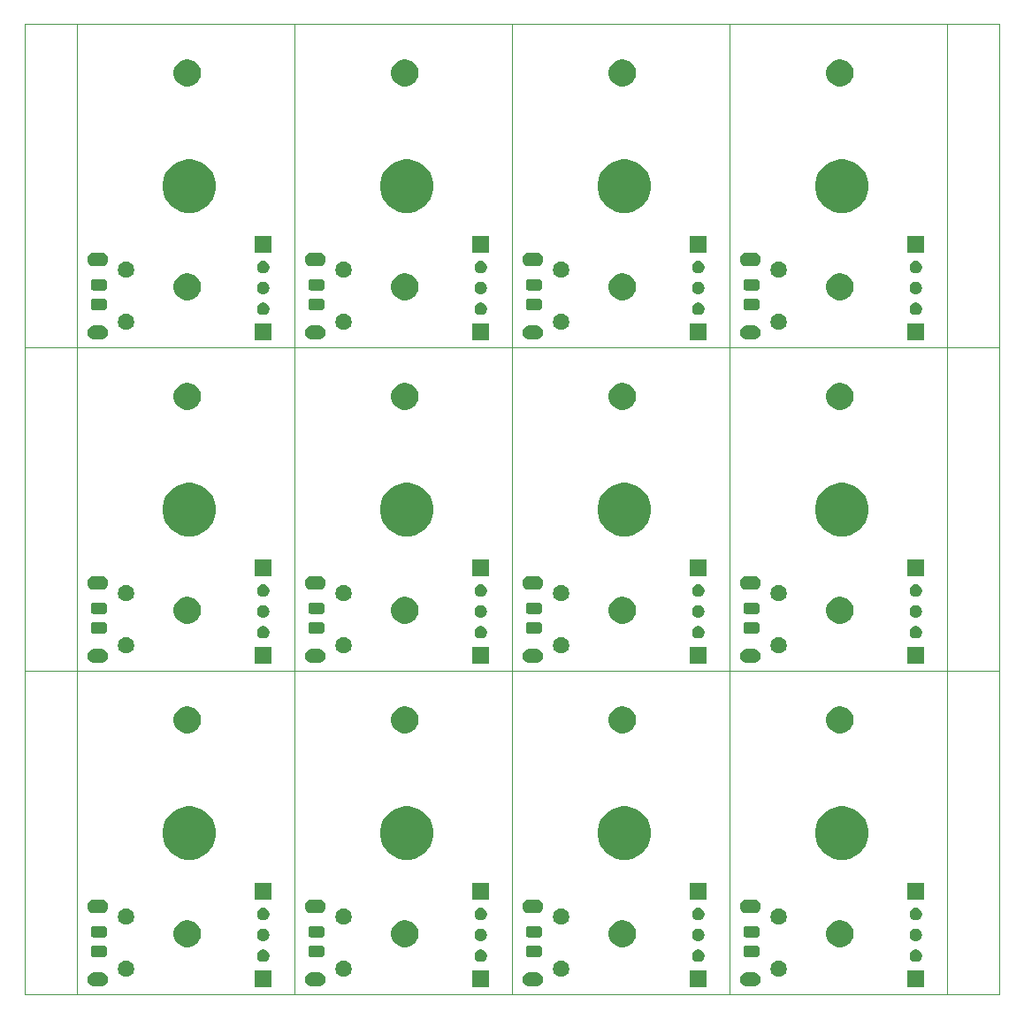
<source format=gbr>
G04 #@! TF.GenerationSoftware,KiCad,Pcbnew,(5.1.5)-3*
G04 #@! TF.CreationDate,2020-09-12T19:14:49+01:00*
G04 #@! TF.ProjectId,OTK_Panel,4f544b5f-5061-46e6-956c-2e6b69636164,rev?*
G04 #@! TF.SameCoordinates,Original*
G04 #@! TF.FileFunction,Soldermask,Top*
G04 #@! TF.FilePolarity,Negative*
%FSLAX46Y46*%
G04 Gerber Fmt 4.6, Leading zero omitted, Abs format (unit mm)*
G04 Created by KiCad (PCBNEW (5.1.5)-3) date 2020-09-12 19:14:49*
%MOMM*%
%LPD*%
G04 APERTURE LIST*
%ADD10C,0.050000*%
%ADD11C,0.100000*%
G04 APERTURE END LIST*
D10*
X192734500Y-108806300D02*
X197734500Y-108798300D01*
X192734500Y-77818300D02*
X197734500Y-77818300D01*
X109422500Y-108806300D02*
X104422500Y-108810300D01*
X109422500Y-77818300D02*
X104422500Y-77820300D01*
X104422500Y-139790300D02*
X109422500Y-139794300D01*
X104422500Y-46820300D02*
X104422500Y-139790300D01*
X109422500Y-46830300D02*
X104422500Y-46820300D01*
X192734500Y-139794300D02*
X197734500Y-139790300D01*
X197734500Y-46830300D02*
X197734500Y-139790300D01*
X192734500Y-46830300D02*
X197734500Y-46830300D01*
X109422500Y-139794300D02*
X109422500Y-108806300D01*
X171906500Y-139794300D02*
X171906500Y-108806300D01*
X130250500Y-139794300D02*
X109422500Y-139794300D01*
X171906500Y-139794300D02*
X151078500Y-139794300D01*
X130250500Y-108806300D02*
X130250500Y-139794300D01*
X151078500Y-108806300D02*
X151078500Y-139794300D01*
X171906500Y-108806300D02*
X171906500Y-139794300D01*
X151078500Y-108806300D02*
X171906500Y-108806300D01*
X192734500Y-108806300D02*
X192734500Y-139794300D01*
X151078500Y-139794300D02*
X151078500Y-108806300D01*
X109422500Y-108806300D02*
X130250500Y-108806300D01*
X151078500Y-139794300D02*
X130250500Y-139794300D01*
X130250500Y-108806300D02*
X151078500Y-108806300D01*
X130250500Y-139794300D02*
X130250500Y-108806300D01*
X192734500Y-139794300D02*
X171906500Y-139794300D01*
X171906500Y-108806300D02*
X192734500Y-108806300D01*
X109422500Y-108806300D02*
X109422500Y-77818300D01*
X171906500Y-108806300D02*
X171906500Y-77818300D01*
X130250500Y-108806300D02*
X109422500Y-108806300D01*
X171906500Y-108806300D02*
X151078500Y-108806300D01*
X130250500Y-77818300D02*
X130250500Y-108806300D01*
X151078500Y-77818300D02*
X151078500Y-108806300D01*
X171906500Y-77818300D02*
X171906500Y-108806300D01*
X151078500Y-77818300D02*
X171906500Y-77818300D01*
X192734500Y-77818300D02*
X192734500Y-108806300D01*
X151078500Y-108806300D02*
X151078500Y-77818300D01*
X109422500Y-77818300D02*
X130250500Y-77818300D01*
X151078500Y-108806300D02*
X130250500Y-108806300D01*
X130250500Y-77818300D02*
X151078500Y-77818300D01*
X130250500Y-108806300D02*
X130250500Y-77818300D01*
X192734500Y-108806300D02*
X171906500Y-108806300D01*
X171906500Y-77818300D02*
X192734500Y-77818300D01*
X171906500Y-77818300D02*
X171906500Y-46830300D01*
X192734500Y-77818300D02*
X171906500Y-77818300D01*
X192734500Y-46830300D02*
X192734500Y-77818300D01*
X171906500Y-46830300D02*
X192734500Y-46830300D01*
X151078500Y-77818300D02*
X151078500Y-46830300D01*
X171906500Y-77818300D02*
X151078500Y-77818300D01*
X171906500Y-46830300D02*
X171906500Y-77818300D01*
X151078500Y-46830300D02*
X171906500Y-46830300D01*
X130250500Y-77818300D02*
X130250500Y-46830300D01*
X151078500Y-77818300D02*
X130250500Y-77818300D01*
X151078500Y-46830300D02*
X151078500Y-77818300D01*
X130250500Y-46830300D02*
X151078500Y-46830300D01*
X109422500Y-77818300D02*
X109422500Y-46830300D01*
X130250500Y-77818300D02*
X109422500Y-77818300D01*
X130250500Y-46830300D02*
X130250500Y-77818300D01*
X109422500Y-46830300D02*
X130250500Y-46830300D01*
D11*
G36*
X190548500Y-139080300D02*
G01*
X188946500Y-139080300D01*
X188946500Y-137478300D01*
X190548500Y-137478300D01*
X190548500Y-139080300D01*
G37*
G36*
X169720500Y-139080300D02*
G01*
X168118500Y-139080300D01*
X168118500Y-137478300D01*
X169720500Y-137478300D01*
X169720500Y-139080300D01*
G37*
G36*
X148892500Y-139080300D02*
G01*
X147290500Y-139080300D01*
X147290500Y-137478300D01*
X148892500Y-137478300D01*
X148892500Y-139080300D01*
G37*
G36*
X128064500Y-139080300D02*
G01*
X126462500Y-139080300D01*
X126462500Y-137478300D01*
X128064500Y-137478300D01*
X128064500Y-139080300D01*
G37*
G36*
X111834855Y-137693440D02*
G01*
X111898618Y-137699720D01*
X111989404Y-137727260D01*
X112021336Y-137736946D01*
X112134425Y-137797394D01*
X112233554Y-137878746D01*
X112314906Y-137977875D01*
X112375354Y-138090964D01*
X112375355Y-138090968D01*
X112412580Y-138213682D01*
X112425149Y-138341300D01*
X112412580Y-138468918D01*
X112385040Y-138559704D01*
X112375354Y-138591636D01*
X112314906Y-138704725D01*
X112233554Y-138803854D01*
X112134425Y-138885206D01*
X112021336Y-138945654D01*
X111989404Y-138955340D01*
X111898618Y-138982880D01*
X111834855Y-138989160D01*
X111802974Y-138992300D01*
X111039026Y-138992300D01*
X111007145Y-138989160D01*
X110943382Y-138982880D01*
X110852596Y-138955340D01*
X110820664Y-138945654D01*
X110707575Y-138885206D01*
X110608446Y-138803854D01*
X110527094Y-138704725D01*
X110466646Y-138591636D01*
X110456960Y-138559704D01*
X110429420Y-138468918D01*
X110416851Y-138341300D01*
X110429420Y-138213682D01*
X110466645Y-138090968D01*
X110466646Y-138090964D01*
X110527094Y-137977875D01*
X110608446Y-137878746D01*
X110707575Y-137797394D01*
X110820664Y-137736946D01*
X110852596Y-137727260D01*
X110943382Y-137699720D01*
X111007145Y-137693440D01*
X111039026Y-137690300D01*
X111802974Y-137690300D01*
X111834855Y-137693440D01*
G37*
G36*
X153490855Y-137693440D02*
G01*
X153554618Y-137699720D01*
X153645404Y-137727260D01*
X153677336Y-137736946D01*
X153790425Y-137797394D01*
X153889554Y-137878746D01*
X153970906Y-137977875D01*
X154031354Y-138090964D01*
X154031355Y-138090968D01*
X154068580Y-138213682D01*
X154081149Y-138341300D01*
X154068580Y-138468918D01*
X154041040Y-138559704D01*
X154031354Y-138591636D01*
X153970906Y-138704725D01*
X153889554Y-138803854D01*
X153790425Y-138885206D01*
X153677336Y-138945654D01*
X153645404Y-138955340D01*
X153554618Y-138982880D01*
X153490855Y-138989160D01*
X153458974Y-138992300D01*
X152695026Y-138992300D01*
X152663145Y-138989160D01*
X152599382Y-138982880D01*
X152508596Y-138955340D01*
X152476664Y-138945654D01*
X152363575Y-138885206D01*
X152264446Y-138803854D01*
X152183094Y-138704725D01*
X152122646Y-138591636D01*
X152112960Y-138559704D01*
X152085420Y-138468918D01*
X152072851Y-138341300D01*
X152085420Y-138213682D01*
X152122645Y-138090968D01*
X152122646Y-138090964D01*
X152183094Y-137977875D01*
X152264446Y-137878746D01*
X152363575Y-137797394D01*
X152476664Y-137736946D01*
X152508596Y-137727260D01*
X152599382Y-137699720D01*
X152663145Y-137693440D01*
X152695026Y-137690300D01*
X153458974Y-137690300D01*
X153490855Y-137693440D01*
G37*
G36*
X174318855Y-137693440D02*
G01*
X174382618Y-137699720D01*
X174473404Y-137727260D01*
X174505336Y-137736946D01*
X174618425Y-137797394D01*
X174717554Y-137878746D01*
X174798906Y-137977875D01*
X174859354Y-138090964D01*
X174859355Y-138090968D01*
X174896580Y-138213682D01*
X174909149Y-138341300D01*
X174896580Y-138468918D01*
X174869040Y-138559704D01*
X174859354Y-138591636D01*
X174798906Y-138704725D01*
X174717554Y-138803854D01*
X174618425Y-138885206D01*
X174505336Y-138945654D01*
X174473404Y-138955340D01*
X174382618Y-138982880D01*
X174318855Y-138989160D01*
X174286974Y-138992300D01*
X173523026Y-138992300D01*
X173491145Y-138989160D01*
X173427382Y-138982880D01*
X173336596Y-138955340D01*
X173304664Y-138945654D01*
X173191575Y-138885206D01*
X173092446Y-138803854D01*
X173011094Y-138704725D01*
X172950646Y-138591636D01*
X172940960Y-138559704D01*
X172913420Y-138468918D01*
X172900851Y-138341300D01*
X172913420Y-138213682D01*
X172950645Y-138090968D01*
X172950646Y-138090964D01*
X173011094Y-137977875D01*
X173092446Y-137878746D01*
X173191575Y-137797394D01*
X173304664Y-137736946D01*
X173336596Y-137727260D01*
X173427382Y-137699720D01*
X173491145Y-137693440D01*
X173523026Y-137690300D01*
X174286974Y-137690300D01*
X174318855Y-137693440D01*
G37*
G36*
X132662855Y-137693440D02*
G01*
X132726618Y-137699720D01*
X132817404Y-137727260D01*
X132849336Y-137736946D01*
X132962425Y-137797394D01*
X133061554Y-137878746D01*
X133142906Y-137977875D01*
X133203354Y-138090964D01*
X133203355Y-138090968D01*
X133240580Y-138213682D01*
X133253149Y-138341300D01*
X133240580Y-138468918D01*
X133213040Y-138559704D01*
X133203354Y-138591636D01*
X133142906Y-138704725D01*
X133061554Y-138803854D01*
X132962425Y-138885206D01*
X132849336Y-138945654D01*
X132817404Y-138955340D01*
X132726618Y-138982880D01*
X132662855Y-138989160D01*
X132630974Y-138992300D01*
X131867026Y-138992300D01*
X131835145Y-138989160D01*
X131771382Y-138982880D01*
X131680596Y-138955340D01*
X131648664Y-138945654D01*
X131535575Y-138885206D01*
X131436446Y-138803854D01*
X131355094Y-138704725D01*
X131294646Y-138591636D01*
X131284960Y-138559704D01*
X131257420Y-138468918D01*
X131244851Y-138341300D01*
X131257420Y-138213682D01*
X131294645Y-138090968D01*
X131294646Y-138090964D01*
X131355094Y-137977875D01*
X131436446Y-137878746D01*
X131535575Y-137797394D01*
X131648664Y-137736946D01*
X131680596Y-137727260D01*
X131771382Y-137699720D01*
X131835145Y-137693440D01*
X131867026Y-137690300D01*
X132630974Y-137690300D01*
X132662855Y-137693440D01*
G37*
G36*
X114347348Y-136595120D02*
G01*
X114347350Y-136595121D01*
X114347351Y-136595121D01*
X114488574Y-136653617D01*
X114488577Y-136653619D01*
X114615669Y-136738539D01*
X114723761Y-136846631D01*
X114808681Y-136973723D01*
X114808683Y-136973726D01*
X114867179Y-137114949D01*
X114897000Y-137264871D01*
X114897000Y-137417729D01*
X114867179Y-137567651D01*
X114808683Y-137708874D01*
X114808681Y-137708877D01*
X114723761Y-137835969D01*
X114615669Y-137944061D01*
X114488577Y-138028981D01*
X114488574Y-138028983D01*
X114347351Y-138087479D01*
X114347350Y-138087479D01*
X114347348Y-138087480D01*
X114197431Y-138117300D01*
X114044569Y-138117300D01*
X113894652Y-138087480D01*
X113894650Y-138087479D01*
X113894649Y-138087479D01*
X113753426Y-138028983D01*
X113753423Y-138028981D01*
X113626331Y-137944061D01*
X113518239Y-137835969D01*
X113433319Y-137708877D01*
X113433317Y-137708874D01*
X113374821Y-137567651D01*
X113345000Y-137417729D01*
X113345000Y-137264871D01*
X113374821Y-137114949D01*
X113433317Y-136973726D01*
X113433319Y-136973723D01*
X113518239Y-136846631D01*
X113626331Y-136738539D01*
X113753423Y-136653619D01*
X113753426Y-136653617D01*
X113894649Y-136595121D01*
X113894650Y-136595121D01*
X113894652Y-136595120D01*
X114044569Y-136565300D01*
X114197431Y-136565300D01*
X114347348Y-136595120D01*
G37*
G36*
X135175348Y-136595120D02*
G01*
X135175350Y-136595121D01*
X135175351Y-136595121D01*
X135316574Y-136653617D01*
X135316577Y-136653619D01*
X135443669Y-136738539D01*
X135551761Y-136846631D01*
X135636681Y-136973723D01*
X135636683Y-136973726D01*
X135695179Y-137114949D01*
X135725000Y-137264871D01*
X135725000Y-137417729D01*
X135695179Y-137567651D01*
X135636683Y-137708874D01*
X135636681Y-137708877D01*
X135551761Y-137835969D01*
X135443669Y-137944061D01*
X135316577Y-138028981D01*
X135316574Y-138028983D01*
X135175351Y-138087479D01*
X135175350Y-138087479D01*
X135175348Y-138087480D01*
X135025431Y-138117300D01*
X134872569Y-138117300D01*
X134722652Y-138087480D01*
X134722650Y-138087479D01*
X134722649Y-138087479D01*
X134581426Y-138028983D01*
X134581423Y-138028981D01*
X134454331Y-137944061D01*
X134346239Y-137835969D01*
X134261319Y-137708877D01*
X134261317Y-137708874D01*
X134202821Y-137567651D01*
X134173000Y-137417729D01*
X134173000Y-137264871D01*
X134202821Y-137114949D01*
X134261317Y-136973726D01*
X134261319Y-136973723D01*
X134346239Y-136846631D01*
X134454331Y-136738539D01*
X134581423Y-136653619D01*
X134581426Y-136653617D01*
X134722649Y-136595121D01*
X134722650Y-136595121D01*
X134722652Y-136595120D01*
X134872569Y-136565300D01*
X135025431Y-136565300D01*
X135175348Y-136595120D01*
G37*
G36*
X176831348Y-136595120D02*
G01*
X176831350Y-136595121D01*
X176831351Y-136595121D01*
X176972574Y-136653617D01*
X176972577Y-136653619D01*
X177099669Y-136738539D01*
X177207761Y-136846631D01*
X177292681Y-136973723D01*
X177292683Y-136973726D01*
X177351179Y-137114949D01*
X177381000Y-137264871D01*
X177381000Y-137417729D01*
X177351179Y-137567651D01*
X177292683Y-137708874D01*
X177292681Y-137708877D01*
X177207761Y-137835969D01*
X177099669Y-137944061D01*
X176972577Y-138028981D01*
X176972574Y-138028983D01*
X176831351Y-138087479D01*
X176831350Y-138087479D01*
X176831348Y-138087480D01*
X176681431Y-138117300D01*
X176528569Y-138117300D01*
X176378652Y-138087480D01*
X176378650Y-138087479D01*
X176378649Y-138087479D01*
X176237426Y-138028983D01*
X176237423Y-138028981D01*
X176110331Y-137944061D01*
X176002239Y-137835969D01*
X175917319Y-137708877D01*
X175917317Y-137708874D01*
X175858821Y-137567651D01*
X175829000Y-137417729D01*
X175829000Y-137264871D01*
X175858821Y-137114949D01*
X175917317Y-136973726D01*
X175917319Y-136973723D01*
X176002239Y-136846631D01*
X176110331Y-136738539D01*
X176237423Y-136653619D01*
X176237426Y-136653617D01*
X176378649Y-136595121D01*
X176378650Y-136595121D01*
X176378652Y-136595120D01*
X176528569Y-136565300D01*
X176681431Y-136565300D01*
X176831348Y-136595120D01*
G37*
G36*
X156003348Y-136595120D02*
G01*
X156003350Y-136595121D01*
X156003351Y-136595121D01*
X156144574Y-136653617D01*
X156144577Y-136653619D01*
X156271669Y-136738539D01*
X156379761Y-136846631D01*
X156464681Y-136973723D01*
X156464683Y-136973726D01*
X156523179Y-137114949D01*
X156553000Y-137264871D01*
X156553000Y-137417729D01*
X156523179Y-137567651D01*
X156464683Y-137708874D01*
X156464681Y-137708877D01*
X156379761Y-137835969D01*
X156271669Y-137944061D01*
X156144577Y-138028981D01*
X156144574Y-138028983D01*
X156003351Y-138087479D01*
X156003350Y-138087479D01*
X156003348Y-138087480D01*
X155853431Y-138117300D01*
X155700569Y-138117300D01*
X155550652Y-138087480D01*
X155550650Y-138087479D01*
X155550649Y-138087479D01*
X155409426Y-138028983D01*
X155409423Y-138028981D01*
X155282331Y-137944061D01*
X155174239Y-137835969D01*
X155089319Y-137708877D01*
X155089317Y-137708874D01*
X155030821Y-137567651D01*
X155001000Y-137417729D01*
X155001000Y-137264871D01*
X155030821Y-137114949D01*
X155089317Y-136973726D01*
X155089319Y-136973723D01*
X155174239Y-136846631D01*
X155282331Y-136738539D01*
X155409423Y-136653619D01*
X155409426Y-136653617D01*
X155550649Y-136595121D01*
X155550650Y-136595121D01*
X155550652Y-136595120D01*
X155700569Y-136565300D01*
X155853431Y-136565300D01*
X156003348Y-136595120D01*
G37*
G36*
X189884101Y-135493697D02*
G01*
X189922805Y-135501396D01*
X189954840Y-135514665D01*
X190032180Y-135546700D01*
X190130615Y-135612473D01*
X190214327Y-135696185D01*
X190280100Y-135794620D01*
X190325404Y-135903996D01*
X190348500Y-136020105D01*
X190348500Y-136138495D01*
X190325404Y-136254604D01*
X190280100Y-136363980D01*
X190214327Y-136462415D01*
X190130615Y-136546127D01*
X190032180Y-136611900D01*
X189954840Y-136643935D01*
X189922805Y-136657204D01*
X189884101Y-136664903D01*
X189806695Y-136680300D01*
X189688305Y-136680300D01*
X189610899Y-136664903D01*
X189572195Y-136657204D01*
X189540160Y-136643935D01*
X189462820Y-136611900D01*
X189364385Y-136546127D01*
X189280673Y-136462415D01*
X189214900Y-136363980D01*
X189169596Y-136254604D01*
X189146500Y-136138495D01*
X189146500Y-136020105D01*
X189169596Y-135903996D01*
X189214900Y-135794620D01*
X189280673Y-135696185D01*
X189364385Y-135612473D01*
X189462820Y-135546700D01*
X189540160Y-135514665D01*
X189572195Y-135501396D01*
X189610899Y-135493697D01*
X189688305Y-135478300D01*
X189806695Y-135478300D01*
X189884101Y-135493697D01*
G37*
G36*
X169056101Y-135493697D02*
G01*
X169094805Y-135501396D01*
X169126840Y-135514665D01*
X169204180Y-135546700D01*
X169302615Y-135612473D01*
X169386327Y-135696185D01*
X169452100Y-135794620D01*
X169497404Y-135903996D01*
X169520500Y-136020105D01*
X169520500Y-136138495D01*
X169497404Y-136254604D01*
X169452100Y-136363980D01*
X169386327Y-136462415D01*
X169302615Y-136546127D01*
X169204180Y-136611900D01*
X169126840Y-136643935D01*
X169094805Y-136657204D01*
X169056101Y-136664903D01*
X168978695Y-136680300D01*
X168860305Y-136680300D01*
X168782899Y-136664903D01*
X168744195Y-136657204D01*
X168712160Y-136643935D01*
X168634820Y-136611900D01*
X168536385Y-136546127D01*
X168452673Y-136462415D01*
X168386900Y-136363980D01*
X168341596Y-136254604D01*
X168318500Y-136138495D01*
X168318500Y-136020105D01*
X168341596Y-135903996D01*
X168386900Y-135794620D01*
X168452673Y-135696185D01*
X168536385Y-135612473D01*
X168634820Y-135546700D01*
X168712160Y-135514665D01*
X168744195Y-135501396D01*
X168782899Y-135493697D01*
X168860305Y-135478300D01*
X168978695Y-135478300D01*
X169056101Y-135493697D01*
G37*
G36*
X148228101Y-135493697D02*
G01*
X148266805Y-135501396D01*
X148298840Y-135514665D01*
X148376180Y-135546700D01*
X148474615Y-135612473D01*
X148558327Y-135696185D01*
X148624100Y-135794620D01*
X148669404Y-135903996D01*
X148692500Y-136020105D01*
X148692500Y-136138495D01*
X148669404Y-136254604D01*
X148624100Y-136363980D01*
X148558327Y-136462415D01*
X148474615Y-136546127D01*
X148376180Y-136611900D01*
X148298840Y-136643935D01*
X148266805Y-136657204D01*
X148228101Y-136664903D01*
X148150695Y-136680300D01*
X148032305Y-136680300D01*
X147954899Y-136664903D01*
X147916195Y-136657204D01*
X147884160Y-136643935D01*
X147806820Y-136611900D01*
X147708385Y-136546127D01*
X147624673Y-136462415D01*
X147558900Y-136363980D01*
X147513596Y-136254604D01*
X147490500Y-136138495D01*
X147490500Y-136020105D01*
X147513596Y-135903996D01*
X147558900Y-135794620D01*
X147624673Y-135696185D01*
X147708385Y-135612473D01*
X147806820Y-135546700D01*
X147884160Y-135514665D01*
X147916195Y-135501396D01*
X147954899Y-135493697D01*
X148032305Y-135478300D01*
X148150695Y-135478300D01*
X148228101Y-135493697D01*
G37*
G36*
X127400101Y-135493697D02*
G01*
X127438805Y-135501396D01*
X127470840Y-135514665D01*
X127548180Y-135546700D01*
X127646615Y-135612473D01*
X127730327Y-135696185D01*
X127796100Y-135794620D01*
X127841404Y-135903996D01*
X127864500Y-136020105D01*
X127864500Y-136138495D01*
X127841404Y-136254604D01*
X127796100Y-136363980D01*
X127730327Y-136462415D01*
X127646615Y-136546127D01*
X127548180Y-136611900D01*
X127470840Y-136643935D01*
X127438805Y-136657204D01*
X127400101Y-136664903D01*
X127322695Y-136680300D01*
X127204305Y-136680300D01*
X127126899Y-136664903D01*
X127088195Y-136657204D01*
X127056160Y-136643935D01*
X126978820Y-136611900D01*
X126880385Y-136546127D01*
X126796673Y-136462415D01*
X126730900Y-136363980D01*
X126685596Y-136254604D01*
X126662500Y-136138495D01*
X126662500Y-136020105D01*
X126685596Y-135903996D01*
X126730900Y-135794620D01*
X126796673Y-135696185D01*
X126880385Y-135612473D01*
X126978820Y-135546700D01*
X127056160Y-135514665D01*
X127088195Y-135501396D01*
X127126899Y-135493697D01*
X127204305Y-135478300D01*
X127322695Y-135478300D01*
X127400101Y-135493697D01*
G37*
G36*
X153755968Y-135117865D02*
G01*
X153794638Y-135129596D01*
X153830277Y-135148646D01*
X153861517Y-135174283D01*
X153887154Y-135205523D01*
X153906204Y-135241162D01*
X153917935Y-135279832D01*
X153922500Y-135326188D01*
X153922500Y-135977412D01*
X153917935Y-136023768D01*
X153906204Y-136062438D01*
X153887154Y-136098077D01*
X153861517Y-136129317D01*
X153830277Y-136154954D01*
X153794638Y-136174004D01*
X153755968Y-136185735D01*
X153709612Y-136190300D01*
X152633388Y-136190300D01*
X152587032Y-136185735D01*
X152548362Y-136174004D01*
X152512723Y-136154954D01*
X152481483Y-136129317D01*
X152455846Y-136098077D01*
X152436796Y-136062438D01*
X152425065Y-136023768D01*
X152420500Y-135977412D01*
X152420500Y-135326188D01*
X152425065Y-135279832D01*
X152436796Y-135241162D01*
X152455846Y-135205523D01*
X152481483Y-135174283D01*
X152512723Y-135148646D01*
X152548362Y-135129596D01*
X152587032Y-135117865D01*
X152633388Y-135113300D01*
X153709612Y-135113300D01*
X153755968Y-135117865D01*
G37*
G36*
X132927968Y-135117865D02*
G01*
X132966638Y-135129596D01*
X133002277Y-135148646D01*
X133033517Y-135174283D01*
X133059154Y-135205523D01*
X133078204Y-135241162D01*
X133089935Y-135279832D01*
X133094500Y-135326188D01*
X133094500Y-135977412D01*
X133089935Y-136023768D01*
X133078204Y-136062438D01*
X133059154Y-136098077D01*
X133033517Y-136129317D01*
X133002277Y-136154954D01*
X132966638Y-136174004D01*
X132927968Y-136185735D01*
X132881612Y-136190300D01*
X131805388Y-136190300D01*
X131759032Y-136185735D01*
X131720362Y-136174004D01*
X131684723Y-136154954D01*
X131653483Y-136129317D01*
X131627846Y-136098077D01*
X131608796Y-136062438D01*
X131597065Y-136023768D01*
X131592500Y-135977412D01*
X131592500Y-135326188D01*
X131597065Y-135279832D01*
X131608796Y-135241162D01*
X131627846Y-135205523D01*
X131653483Y-135174283D01*
X131684723Y-135148646D01*
X131720362Y-135129596D01*
X131759032Y-135117865D01*
X131805388Y-135113300D01*
X132881612Y-135113300D01*
X132927968Y-135117865D01*
G37*
G36*
X174583968Y-135117865D02*
G01*
X174622638Y-135129596D01*
X174658277Y-135148646D01*
X174689517Y-135174283D01*
X174715154Y-135205523D01*
X174734204Y-135241162D01*
X174745935Y-135279832D01*
X174750500Y-135326188D01*
X174750500Y-135977412D01*
X174745935Y-136023768D01*
X174734204Y-136062438D01*
X174715154Y-136098077D01*
X174689517Y-136129317D01*
X174658277Y-136154954D01*
X174622638Y-136174004D01*
X174583968Y-136185735D01*
X174537612Y-136190300D01*
X173461388Y-136190300D01*
X173415032Y-136185735D01*
X173376362Y-136174004D01*
X173340723Y-136154954D01*
X173309483Y-136129317D01*
X173283846Y-136098077D01*
X173264796Y-136062438D01*
X173253065Y-136023768D01*
X173248500Y-135977412D01*
X173248500Y-135326188D01*
X173253065Y-135279832D01*
X173264796Y-135241162D01*
X173283846Y-135205523D01*
X173309483Y-135174283D01*
X173340723Y-135148646D01*
X173376362Y-135129596D01*
X173415032Y-135117865D01*
X173461388Y-135113300D01*
X174537612Y-135113300D01*
X174583968Y-135117865D01*
G37*
G36*
X112099968Y-135117865D02*
G01*
X112138638Y-135129596D01*
X112174277Y-135148646D01*
X112205517Y-135174283D01*
X112231154Y-135205523D01*
X112250204Y-135241162D01*
X112261935Y-135279832D01*
X112266500Y-135326188D01*
X112266500Y-135977412D01*
X112261935Y-136023768D01*
X112250204Y-136062438D01*
X112231154Y-136098077D01*
X112205517Y-136129317D01*
X112174277Y-136154954D01*
X112138638Y-136174004D01*
X112099968Y-136185735D01*
X112053612Y-136190300D01*
X110977388Y-136190300D01*
X110931032Y-136185735D01*
X110892362Y-136174004D01*
X110856723Y-136154954D01*
X110825483Y-136129317D01*
X110799846Y-136098077D01*
X110780796Y-136062438D01*
X110769065Y-136023768D01*
X110764500Y-135977412D01*
X110764500Y-135326188D01*
X110769065Y-135279832D01*
X110780796Y-135241162D01*
X110799846Y-135205523D01*
X110825483Y-135174283D01*
X110856723Y-135148646D01*
X110892362Y-135129596D01*
X110931032Y-135117865D01*
X110977388Y-135113300D01*
X112053612Y-135113300D01*
X112099968Y-135117865D01*
G37*
G36*
X162034207Y-132719956D02*
G01*
X162270973Y-132818028D01*
X162270975Y-132818029D01*
X162484059Y-132960407D01*
X162665273Y-133141621D01*
X162760192Y-133283677D01*
X162807652Y-133354707D01*
X162905724Y-133591473D01*
X162955720Y-133842821D01*
X162955720Y-134099099D01*
X162905724Y-134350447D01*
X162900118Y-134363980D01*
X162807651Y-134587215D01*
X162665273Y-134800299D01*
X162484059Y-134981513D01*
X162270975Y-135123891D01*
X162270974Y-135123892D01*
X162270973Y-135123892D01*
X162034207Y-135221964D01*
X161782859Y-135271960D01*
X161526581Y-135271960D01*
X161275233Y-135221964D01*
X161038467Y-135123892D01*
X161038466Y-135123892D01*
X161038465Y-135123891D01*
X160825381Y-134981513D01*
X160644167Y-134800299D01*
X160501789Y-134587215D01*
X160409322Y-134363980D01*
X160403716Y-134350447D01*
X160353720Y-134099099D01*
X160353720Y-133842821D01*
X160403716Y-133591473D01*
X160501788Y-133354707D01*
X160549249Y-133283677D01*
X160644167Y-133141621D01*
X160825381Y-132960407D01*
X161038465Y-132818029D01*
X161038467Y-132818028D01*
X161275233Y-132719956D01*
X161526581Y-132669960D01*
X161782859Y-132669960D01*
X162034207Y-132719956D01*
G37*
G36*
X120378207Y-132719956D02*
G01*
X120614973Y-132818028D01*
X120614975Y-132818029D01*
X120828059Y-132960407D01*
X121009273Y-133141621D01*
X121104192Y-133283677D01*
X121151652Y-133354707D01*
X121249724Y-133591473D01*
X121299720Y-133842821D01*
X121299720Y-134099099D01*
X121249724Y-134350447D01*
X121244118Y-134363980D01*
X121151651Y-134587215D01*
X121009273Y-134800299D01*
X120828059Y-134981513D01*
X120614975Y-135123891D01*
X120614974Y-135123892D01*
X120614973Y-135123892D01*
X120378207Y-135221964D01*
X120126859Y-135271960D01*
X119870581Y-135271960D01*
X119619233Y-135221964D01*
X119382467Y-135123892D01*
X119382466Y-135123892D01*
X119382465Y-135123891D01*
X119169381Y-134981513D01*
X118988167Y-134800299D01*
X118845789Y-134587215D01*
X118753322Y-134363980D01*
X118747716Y-134350447D01*
X118697720Y-134099099D01*
X118697720Y-133842821D01*
X118747716Y-133591473D01*
X118845788Y-133354707D01*
X118893249Y-133283677D01*
X118988167Y-133141621D01*
X119169381Y-132960407D01*
X119382465Y-132818029D01*
X119382467Y-132818028D01*
X119619233Y-132719956D01*
X119870581Y-132669960D01*
X120126859Y-132669960D01*
X120378207Y-132719956D01*
G37*
G36*
X182862207Y-132719956D02*
G01*
X183098973Y-132818028D01*
X183098975Y-132818029D01*
X183312059Y-132960407D01*
X183493273Y-133141621D01*
X183588192Y-133283677D01*
X183635652Y-133354707D01*
X183733724Y-133591473D01*
X183783720Y-133842821D01*
X183783720Y-134099099D01*
X183733724Y-134350447D01*
X183728118Y-134363980D01*
X183635651Y-134587215D01*
X183493273Y-134800299D01*
X183312059Y-134981513D01*
X183098975Y-135123891D01*
X183098974Y-135123892D01*
X183098973Y-135123892D01*
X182862207Y-135221964D01*
X182610859Y-135271960D01*
X182354581Y-135271960D01*
X182103233Y-135221964D01*
X181866467Y-135123892D01*
X181866466Y-135123892D01*
X181866465Y-135123891D01*
X181653381Y-134981513D01*
X181472167Y-134800299D01*
X181329789Y-134587215D01*
X181237322Y-134363980D01*
X181231716Y-134350447D01*
X181181720Y-134099099D01*
X181181720Y-133842821D01*
X181231716Y-133591473D01*
X181329788Y-133354707D01*
X181377249Y-133283677D01*
X181472167Y-133141621D01*
X181653381Y-132960407D01*
X181866465Y-132818029D01*
X181866467Y-132818028D01*
X182103233Y-132719956D01*
X182354581Y-132669960D01*
X182610859Y-132669960D01*
X182862207Y-132719956D01*
G37*
G36*
X141206207Y-132719956D02*
G01*
X141442973Y-132818028D01*
X141442975Y-132818029D01*
X141656059Y-132960407D01*
X141837273Y-133141621D01*
X141932192Y-133283677D01*
X141979652Y-133354707D01*
X142077724Y-133591473D01*
X142127720Y-133842821D01*
X142127720Y-134099099D01*
X142077724Y-134350447D01*
X142072118Y-134363980D01*
X141979651Y-134587215D01*
X141837273Y-134800299D01*
X141656059Y-134981513D01*
X141442975Y-135123891D01*
X141442974Y-135123892D01*
X141442973Y-135123892D01*
X141206207Y-135221964D01*
X140954859Y-135271960D01*
X140698581Y-135271960D01*
X140447233Y-135221964D01*
X140210467Y-135123892D01*
X140210466Y-135123892D01*
X140210465Y-135123891D01*
X139997381Y-134981513D01*
X139816167Y-134800299D01*
X139673789Y-134587215D01*
X139581322Y-134363980D01*
X139575716Y-134350447D01*
X139525720Y-134099099D01*
X139525720Y-133842821D01*
X139575716Y-133591473D01*
X139673788Y-133354707D01*
X139721249Y-133283677D01*
X139816167Y-133141621D01*
X139997381Y-132960407D01*
X140210465Y-132818029D01*
X140210467Y-132818028D01*
X140447233Y-132719956D01*
X140698581Y-132669960D01*
X140954859Y-132669960D01*
X141206207Y-132719956D01*
G37*
G36*
X127400101Y-133493697D02*
G01*
X127438805Y-133501396D01*
X127470840Y-133514665D01*
X127548180Y-133546700D01*
X127646615Y-133612473D01*
X127730327Y-133696185D01*
X127796100Y-133794620D01*
X127841404Y-133903996D01*
X127864500Y-134020105D01*
X127864500Y-134138495D01*
X127841404Y-134254604D01*
X127796100Y-134363980D01*
X127730327Y-134462415D01*
X127646615Y-134546127D01*
X127548180Y-134611900D01*
X127470840Y-134643935D01*
X127438805Y-134657204D01*
X127400101Y-134664903D01*
X127322695Y-134680300D01*
X127204305Y-134680300D01*
X127126899Y-134664903D01*
X127088195Y-134657204D01*
X127056160Y-134643935D01*
X126978820Y-134611900D01*
X126880385Y-134546127D01*
X126796673Y-134462415D01*
X126730900Y-134363980D01*
X126685596Y-134254604D01*
X126662500Y-134138495D01*
X126662500Y-134020105D01*
X126685596Y-133903996D01*
X126730900Y-133794620D01*
X126796673Y-133696185D01*
X126880385Y-133612473D01*
X126978820Y-133546700D01*
X127056160Y-133514665D01*
X127088195Y-133501396D01*
X127126899Y-133493697D01*
X127204305Y-133478300D01*
X127322695Y-133478300D01*
X127400101Y-133493697D01*
G37*
G36*
X169056101Y-133493697D02*
G01*
X169094805Y-133501396D01*
X169126840Y-133514665D01*
X169204180Y-133546700D01*
X169302615Y-133612473D01*
X169386327Y-133696185D01*
X169452100Y-133794620D01*
X169497404Y-133903996D01*
X169520500Y-134020105D01*
X169520500Y-134138495D01*
X169497404Y-134254604D01*
X169452100Y-134363980D01*
X169386327Y-134462415D01*
X169302615Y-134546127D01*
X169204180Y-134611900D01*
X169126840Y-134643935D01*
X169094805Y-134657204D01*
X169056101Y-134664903D01*
X168978695Y-134680300D01*
X168860305Y-134680300D01*
X168782899Y-134664903D01*
X168744195Y-134657204D01*
X168712160Y-134643935D01*
X168634820Y-134611900D01*
X168536385Y-134546127D01*
X168452673Y-134462415D01*
X168386900Y-134363980D01*
X168341596Y-134254604D01*
X168318500Y-134138495D01*
X168318500Y-134020105D01*
X168341596Y-133903996D01*
X168386900Y-133794620D01*
X168452673Y-133696185D01*
X168536385Y-133612473D01*
X168634820Y-133546700D01*
X168712160Y-133514665D01*
X168744195Y-133501396D01*
X168782899Y-133493697D01*
X168860305Y-133478300D01*
X168978695Y-133478300D01*
X169056101Y-133493697D01*
G37*
G36*
X189884101Y-133493697D02*
G01*
X189922805Y-133501396D01*
X189954840Y-133514665D01*
X190032180Y-133546700D01*
X190130615Y-133612473D01*
X190214327Y-133696185D01*
X190280100Y-133794620D01*
X190325404Y-133903996D01*
X190348500Y-134020105D01*
X190348500Y-134138495D01*
X190325404Y-134254604D01*
X190280100Y-134363980D01*
X190214327Y-134462415D01*
X190130615Y-134546127D01*
X190032180Y-134611900D01*
X189954840Y-134643935D01*
X189922805Y-134657204D01*
X189884101Y-134664903D01*
X189806695Y-134680300D01*
X189688305Y-134680300D01*
X189610899Y-134664903D01*
X189572195Y-134657204D01*
X189540160Y-134643935D01*
X189462820Y-134611900D01*
X189364385Y-134546127D01*
X189280673Y-134462415D01*
X189214900Y-134363980D01*
X189169596Y-134254604D01*
X189146500Y-134138495D01*
X189146500Y-134020105D01*
X189169596Y-133903996D01*
X189214900Y-133794620D01*
X189280673Y-133696185D01*
X189364385Y-133612473D01*
X189462820Y-133546700D01*
X189540160Y-133514665D01*
X189572195Y-133501396D01*
X189610899Y-133493697D01*
X189688305Y-133478300D01*
X189806695Y-133478300D01*
X189884101Y-133493697D01*
G37*
G36*
X148228101Y-133493697D02*
G01*
X148266805Y-133501396D01*
X148298840Y-133514665D01*
X148376180Y-133546700D01*
X148474615Y-133612473D01*
X148558327Y-133696185D01*
X148624100Y-133794620D01*
X148669404Y-133903996D01*
X148692500Y-134020105D01*
X148692500Y-134138495D01*
X148669404Y-134254604D01*
X148624100Y-134363980D01*
X148558327Y-134462415D01*
X148474615Y-134546127D01*
X148376180Y-134611900D01*
X148298840Y-134643935D01*
X148266805Y-134657204D01*
X148228101Y-134664903D01*
X148150695Y-134680300D01*
X148032305Y-134680300D01*
X147954899Y-134664903D01*
X147916195Y-134657204D01*
X147884160Y-134643935D01*
X147806820Y-134611900D01*
X147708385Y-134546127D01*
X147624673Y-134462415D01*
X147558900Y-134363980D01*
X147513596Y-134254604D01*
X147490500Y-134138495D01*
X147490500Y-134020105D01*
X147513596Y-133903996D01*
X147558900Y-133794620D01*
X147624673Y-133696185D01*
X147708385Y-133612473D01*
X147806820Y-133546700D01*
X147884160Y-133514665D01*
X147916195Y-133501396D01*
X147954899Y-133493697D01*
X148032305Y-133478300D01*
X148150695Y-133478300D01*
X148228101Y-133493697D01*
G37*
G36*
X132927968Y-133242865D02*
G01*
X132966638Y-133254596D01*
X133002277Y-133273646D01*
X133033517Y-133299283D01*
X133059154Y-133330523D01*
X133078204Y-133366162D01*
X133089935Y-133404832D01*
X133094500Y-133451188D01*
X133094500Y-134102412D01*
X133089935Y-134148768D01*
X133078204Y-134187438D01*
X133059154Y-134223077D01*
X133033517Y-134254317D01*
X133002277Y-134279954D01*
X132966638Y-134299004D01*
X132927968Y-134310735D01*
X132881612Y-134315300D01*
X131805388Y-134315300D01*
X131759032Y-134310735D01*
X131720362Y-134299004D01*
X131684723Y-134279954D01*
X131653483Y-134254317D01*
X131627846Y-134223077D01*
X131608796Y-134187438D01*
X131597065Y-134148768D01*
X131592500Y-134102412D01*
X131592500Y-133451188D01*
X131597065Y-133404832D01*
X131608796Y-133366162D01*
X131627846Y-133330523D01*
X131653483Y-133299283D01*
X131684723Y-133273646D01*
X131720362Y-133254596D01*
X131759032Y-133242865D01*
X131805388Y-133238300D01*
X132881612Y-133238300D01*
X132927968Y-133242865D01*
G37*
G36*
X153755968Y-133242865D02*
G01*
X153794638Y-133254596D01*
X153830277Y-133273646D01*
X153861517Y-133299283D01*
X153887154Y-133330523D01*
X153906204Y-133366162D01*
X153917935Y-133404832D01*
X153922500Y-133451188D01*
X153922500Y-134102412D01*
X153917935Y-134148768D01*
X153906204Y-134187438D01*
X153887154Y-134223077D01*
X153861517Y-134254317D01*
X153830277Y-134279954D01*
X153794638Y-134299004D01*
X153755968Y-134310735D01*
X153709612Y-134315300D01*
X152633388Y-134315300D01*
X152587032Y-134310735D01*
X152548362Y-134299004D01*
X152512723Y-134279954D01*
X152481483Y-134254317D01*
X152455846Y-134223077D01*
X152436796Y-134187438D01*
X152425065Y-134148768D01*
X152420500Y-134102412D01*
X152420500Y-133451188D01*
X152425065Y-133404832D01*
X152436796Y-133366162D01*
X152455846Y-133330523D01*
X152481483Y-133299283D01*
X152512723Y-133273646D01*
X152548362Y-133254596D01*
X152587032Y-133242865D01*
X152633388Y-133238300D01*
X153709612Y-133238300D01*
X153755968Y-133242865D01*
G37*
G36*
X112099968Y-133242865D02*
G01*
X112138638Y-133254596D01*
X112174277Y-133273646D01*
X112205517Y-133299283D01*
X112231154Y-133330523D01*
X112250204Y-133366162D01*
X112261935Y-133404832D01*
X112266500Y-133451188D01*
X112266500Y-134102412D01*
X112261935Y-134148768D01*
X112250204Y-134187438D01*
X112231154Y-134223077D01*
X112205517Y-134254317D01*
X112174277Y-134279954D01*
X112138638Y-134299004D01*
X112099968Y-134310735D01*
X112053612Y-134315300D01*
X110977388Y-134315300D01*
X110931032Y-134310735D01*
X110892362Y-134299004D01*
X110856723Y-134279954D01*
X110825483Y-134254317D01*
X110799846Y-134223077D01*
X110780796Y-134187438D01*
X110769065Y-134148768D01*
X110764500Y-134102412D01*
X110764500Y-133451188D01*
X110769065Y-133404832D01*
X110780796Y-133366162D01*
X110799846Y-133330523D01*
X110825483Y-133299283D01*
X110856723Y-133273646D01*
X110892362Y-133254596D01*
X110931032Y-133242865D01*
X110977388Y-133238300D01*
X112053612Y-133238300D01*
X112099968Y-133242865D01*
G37*
G36*
X174583968Y-133242865D02*
G01*
X174622638Y-133254596D01*
X174658277Y-133273646D01*
X174689517Y-133299283D01*
X174715154Y-133330523D01*
X174734204Y-133366162D01*
X174745935Y-133404832D01*
X174750500Y-133451188D01*
X174750500Y-134102412D01*
X174745935Y-134148768D01*
X174734204Y-134187438D01*
X174715154Y-134223077D01*
X174689517Y-134254317D01*
X174658277Y-134279954D01*
X174622638Y-134299004D01*
X174583968Y-134310735D01*
X174537612Y-134315300D01*
X173461388Y-134315300D01*
X173415032Y-134310735D01*
X173376362Y-134299004D01*
X173340723Y-134279954D01*
X173309483Y-134254317D01*
X173283846Y-134223077D01*
X173264796Y-134187438D01*
X173253065Y-134148768D01*
X173248500Y-134102412D01*
X173248500Y-133451188D01*
X173253065Y-133404832D01*
X173264796Y-133366162D01*
X173283846Y-133330523D01*
X173309483Y-133299283D01*
X173340723Y-133273646D01*
X173376362Y-133254596D01*
X173415032Y-133242865D01*
X173461388Y-133238300D01*
X174537612Y-133238300D01*
X174583968Y-133242865D01*
G37*
G36*
X135175348Y-131595120D02*
G01*
X135175350Y-131595121D01*
X135175351Y-131595121D01*
X135316574Y-131653617D01*
X135316577Y-131653619D01*
X135443669Y-131738539D01*
X135551761Y-131846631D01*
X135636681Y-131973723D01*
X135636683Y-131973726D01*
X135655894Y-132020107D01*
X135695180Y-132114952D01*
X135725000Y-132264869D01*
X135725000Y-132417731D01*
X135699461Y-132546127D01*
X135695179Y-132567651D01*
X135636683Y-132708874D01*
X135636681Y-132708877D01*
X135551761Y-132835969D01*
X135443669Y-132944061D01*
X135419205Y-132960407D01*
X135316574Y-133028983D01*
X135175351Y-133087479D01*
X135175350Y-133087479D01*
X135175348Y-133087480D01*
X135025431Y-133117300D01*
X134872569Y-133117300D01*
X134722652Y-133087480D01*
X134722650Y-133087479D01*
X134722649Y-133087479D01*
X134581426Y-133028983D01*
X134478795Y-132960407D01*
X134454331Y-132944061D01*
X134346239Y-132835969D01*
X134261319Y-132708877D01*
X134261317Y-132708874D01*
X134202821Y-132567651D01*
X134198540Y-132546127D01*
X134173000Y-132417731D01*
X134173000Y-132264869D01*
X134202820Y-132114952D01*
X134242106Y-132020107D01*
X134261317Y-131973726D01*
X134261319Y-131973723D01*
X134346239Y-131846631D01*
X134454331Y-131738539D01*
X134581423Y-131653619D01*
X134581426Y-131653617D01*
X134722649Y-131595121D01*
X134722650Y-131595121D01*
X134722652Y-131595120D01*
X134872569Y-131565300D01*
X135025431Y-131565300D01*
X135175348Y-131595120D01*
G37*
G36*
X156003348Y-131595120D02*
G01*
X156003350Y-131595121D01*
X156003351Y-131595121D01*
X156144574Y-131653617D01*
X156144577Y-131653619D01*
X156271669Y-131738539D01*
X156379761Y-131846631D01*
X156464681Y-131973723D01*
X156464683Y-131973726D01*
X156483894Y-132020107D01*
X156523180Y-132114952D01*
X156553000Y-132264869D01*
X156553000Y-132417731D01*
X156527461Y-132546127D01*
X156523179Y-132567651D01*
X156464683Y-132708874D01*
X156464681Y-132708877D01*
X156379761Y-132835969D01*
X156271669Y-132944061D01*
X156247205Y-132960407D01*
X156144574Y-133028983D01*
X156003351Y-133087479D01*
X156003350Y-133087479D01*
X156003348Y-133087480D01*
X155853431Y-133117300D01*
X155700569Y-133117300D01*
X155550652Y-133087480D01*
X155550650Y-133087479D01*
X155550649Y-133087479D01*
X155409426Y-133028983D01*
X155306795Y-132960407D01*
X155282331Y-132944061D01*
X155174239Y-132835969D01*
X155089319Y-132708877D01*
X155089317Y-132708874D01*
X155030821Y-132567651D01*
X155026540Y-132546127D01*
X155001000Y-132417731D01*
X155001000Y-132264869D01*
X155030820Y-132114952D01*
X155070106Y-132020107D01*
X155089317Y-131973726D01*
X155089319Y-131973723D01*
X155174239Y-131846631D01*
X155282331Y-131738539D01*
X155409423Y-131653619D01*
X155409426Y-131653617D01*
X155550649Y-131595121D01*
X155550650Y-131595121D01*
X155550652Y-131595120D01*
X155700569Y-131565300D01*
X155853431Y-131565300D01*
X156003348Y-131595120D01*
G37*
G36*
X176831348Y-131595120D02*
G01*
X176831350Y-131595121D01*
X176831351Y-131595121D01*
X176972574Y-131653617D01*
X176972577Y-131653619D01*
X177099669Y-131738539D01*
X177207761Y-131846631D01*
X177292681Y-131973723D01*
X177292683Y-131973726D01*
X177311894Y-132020107D01*
X177351180Y-132114952D01*
X177381000Y-132264869D01*
X177381000Y-132417731D01*
X177355461Y-132546127D01*
X177351179Y-132567651D01*
X177292683Y-132708874D01*
X177292681Y-132708877D01*
X177207761Y-132835969D01*
X177099669Y-132944061D01*
X177075205Y-132960407D01*
X176972574Y-133028983D01*
X176831351Y-133087479D01*
X176831350Y-133087479D01*
X176831348Y-133087480D01*
X176681431Y-133117300D01*
X176528569Y-133117300D01*
X176378652Y-133087480D01*
X176378650Y-133087479D01*
X176378649Y-133087479D01*
X176237426Y-133028983D01*
X176134795Y-132960407D01*
X176110331Y-132944061D01*
X176002239Y-132835969D01*
X175917319Y-132708877D01*
X175917317Y-132708874D01*
X175858821Y-132567651D01*
X175854540Y-132546127D01*
X175829000Y-132417731D01*
X175829000Y-132264869D01*
X175858820Y-132114952D01*
X175898106Y-132020107D01*
X175917317Y-131973726D01*
X175917319Y-131973723D01*
X176002239Y-131846631D01*
X176110331Y-131738539D01*
X176237423Y-131653619D01*
X176237426Y-131653617D01*
X176378649Y-131595121D01*
X176378650Y-131595121D01*
X176378652Y-131595120D01*
X176528569Y-131565300D01*
X176681431Y-131565300D01*
X176831348Y-131595120D01*
G37*
G36*
X114347348Y-131595120D02*
G01*
X114347350Y-131595121D01*
X114347351Y-131595121D01*
X114488574Y-131653617D01*
X114488577Y-131653619D01*
X114615669Y-131738539D01*
X114723761Y-131846631D01*
X114808681Y-131973723D01*
X114808683Y-131973726D01*
X114827894Y-132020107D01*
X114867180Y-132114952D01*
X114897000Y-132264869D01*
X114897000Y-132417731D01*
X114871461Y-132546127D01*
X114867179Y-132567651D01*
X114808683Y-132708874D01*
X114808681Y-132708877D01*
X114723761Y-132835969D01*
X114615669Y-132944061D01*
X114591205Y-132960407D01*
X114488574Y-133028983D01*
X114347351Y-133087479D01*
X114347350Y-133087479D01*
X114347348Y-133087480D01*
X114197431Y-133117300D01*
X114044569Y-133117300D01*
X113894652Y-133087480D01*
X113894650Y-133087479D01*
X113894649Y-133087479D01*
X113753426Y-133028983D01*
X113650795Y-132960407D01*
X113626331Y-132944061D01*
X113518239Y-132835969D01*
X113433319Y-132708877D01*
X113433317Y-132708874D01*
X113374821Y-132567651D01*
X113370540Y-132546127D01*
X113345000Y-132417731D01*
X113345000Y-132264869D01*
X113374820Y-132114952D01*
X113414106Y-132020107D01*
X113433317Y-131973726D01*
X113433319Y-131973723D01*
X113518239Y-131846631D01*
X113626331Y-131738539D01*
X113753423Y-131653619D01*
X113753426Y-131653617D01*
X113894649Y-131595121D01*
X113894650Y-131595121D01*
X113894652Y-131595120D01*
X114044569Y-131565300D01*
X114197431Y-131565300D01*
X114347348Y-131595120D01*
G37*
G36*
X148228101Y-131493697D02*
G01*
X148266805Y-131501396D01*
X148298840Y-131514665D01*
X148376180Y-131546700D01*
X148474615Y-131612473D01*
X148558327Y-131696185D01*
X148624100Y-131794620D01*
X148645642Y-131846629D01*
X148669404Y-131903995D01*
X148692500Y-132020107D01*
X148692500Y-132138493D01*
X148669404Y-132254605D01*
X148656135Y-132286640D01*
X148624100Y-132363980D01*
X148558327Y-132462415D01*
X148474615Y-132546127D01*
X148376180Y-132611900D01*
X148298840Y-132643935D01*
X148266805Y-132657204D01*
X148228101Y-132664903D01*
X148150695Y-132680300D01*
X148032305Y-132680300D01*
X147954899Y-132664903D01*
X147916195Y-132657204D01*
X147884160Y-132643935D01*
X147806820Y-132611900D01*
X147708385Y-132546127D01*
X147624673Y-132462415D01*
X147558900Y-132363980D01*
X147526865Y-132286640D01*
X147513596Y-132254605D01*
X147490500Y-132138493D01*
X147490500Y-132020107D01*
X147513596Y-131903995D01*
X147537358Y-131846629D01*
X147558900Y-131794620D01*
X147624673Y-131696185D01*
X147708385Y-131612473D01*
X147806820Y-131546700D01*
X147884160Y-131514665D01*
X147916195Y-131501396D01*
X147954899Y-131493697D01*
X148032305Y-131478300D01*
X148150695Y-131478300D01*
X148228101Y-131493697D01*
G37*
G36*
X127400101Y-131493697D02*
G01*
X127438805Y-131501396D01*
X127470840Y-131514665D01*
X127548180Y-131546700D01*
X127646615Y-131612473D01*
X127730327Y-131696185D01*
X127796100Y-131794620D01*
X127817642Y-131846629D01*
X127841404Y-131903995D01*
X127864500Y-132020107D01*
X127864500Y-132138493D01*
X127841404Y-132254605D01*
X127828135Y-132286640D01*
X127796100Y-132363980D01*
X127730327Y-132462415D01*
X127646615Y-132546127D01*
X127548180Y-132611900D01*
X127470840Y-132643935D01*
X127438805Y-132657204D01*
X127400101Y-132664903D01*
X127322695Y-132680300D01*
X127204305Y-132680300D01*
X127126899Y-132664903D01*
X127088195Y-132657204D01*
X127056160Y-132643935D01*
X126978820Y-132611900D01*
X126880385Y-132546127D01*
X126796673Y-132462415D01*
X126730900Y-132363980D01*
X126698865Y-132286640D01*
X126685596Y-132254605D01*
X126662500Y-132138493D01*
X126662500Y-132020107D01*
X126685596Y-131903995D01*
X126709358Y-131846629D01*
X126730900Y-131794620D01*
X126796673Y-131696185D01*
X126880385Y-131612473D01*
X126978820Y-131546700D01*
X127056160Y-131514665D01*
X127088195Y-131501396D01*
X127126899Y-131493697D01*
X127204305Y-131478300D01*
X127322695Y-131478300D01*
X127400101Y-131493697D01*
G37*
G36*
X189884101Y-131493697D02*
G01*
X189922805Y-131501396D01*
X189954840Y-131514665D01*
X190032180Y-131546700D01*
X190130615Y-131612473D01*
X190214327Y-131696185D01*
X190280100Y-131794620D01*
X190301642Y-131846629D01*
X190325404Y-131903995D01*
X190348500Y-132020107D01*
X190348500Y-132138493D01*
X190325404Y-132254605D01*
X190312135Y-132286640D01*
X190280100Y-132363980D01*
X190214327Y-132462415D01*
X190130615Y-132546127D01*
X190032180Y-132611900D01*
X189954840Y-132643935D01*
X189922805Y-132657204D01*
X189884101Y-132664903D01*
X189806695Y-132680300D01*
X189688305Y-132680300D01*
X189610899Y-132664903D01*
X189572195Y-132657204D01*
X189540160Y-132643935D01*
X189462820Y-132611900D01*
X189364385Y-132546127D01*
X189280673Y-132462415D01*
X189214900Y-132363980D01*
X189182865Y-132286640D01*
X189169596Y-132254605D01*
X189146500Y-132138493D01*
X189146500Y-132020107D01*
X189169596Y-131903995D01*
X189193358Y-131846629D01*
X189214900Y-131794620D01*
X189280673Y-131696185D01*
X189364385Y-131612473D01*
X189462820Y-131546700D01*
X189540160Y-131514665D01*
X189572195Y-131501396D01*
X189610899Y-131493697D01*
X189688305Y-131478300D01*
X189806695Y-131478300D01*
X189884101Y-131493697D01*
G37*
G36*
X169056101Y-131493697D02*
G01*
X169094805Y-131501396D01*
X169126840Y-131514665D01*
X169204180Y-131546700D01*
X169302615Y-131612473D01*
X169386327Y-131696185D01*
X169452100Y-131794620D01*
X169473642Y-131846629D01*
X169497404Y-131903995D01*
X169520500Y-132020107D01*
X169520500Y-132138493D01*
X169497404Y-132254605D01*
X169484135Y-132286640D01*
X169452100Y-132363980D01*
X169386327Y-132462415D01*
X169302615Y-132546127D01*
X169204180Y-132611900D01*
X169126840Y-132643935D01*
X169094805Y-132657204D01*
X169056101Y-132664903D01*
X168978695Y-132680300D01*
X168860305Y-132680300D01*
X168782899Y-132664903D01*
X168744195Y-132657204D01*
X168712160Y-132643935D01*
X168634820Y-132611900D01*
X168536385Y-132546127D01*
X168452673Y-132462415D01*
X168386900Y-132363980D01*
X168354865Y-132286640D01*
X168341596Y-132254605D01*
X168318500Y-132138493D01*
X168318500Y-132020107D01*
X168341596Y-131903995D01*
X168365358Y-131846629D01*
X168386900Y-131794620D01*
X168452673Y-131696185D01*
X168536385Y-131612473D01*
X168634820Y-131546700D01*
X168712160Y-131514665D01*
X168744195Y-131501396D01*
X168782899Y-131493697D01*
X168860305Y-131478300D01*
X168978695Y-131478300D01*
X169056101Y-131493697D01*
G37*
G36*
X174318855Y-130693440D02*
G01*
X174382618Y-130699720D01*
X174473404Y-130727260D01*
X174505336Y-130736946D01*
X174618425Y-130797394D01*
X174717554Y-130878746D01*
X174798906Y-130977875D01*
X174859354Y-131090964D01*
X174859355Y-131090968D01*
X174896580Y-131213682D01*
X174909149Y-131341300D01*
X174896580Y-131468918D01*
X174872985Y-131546700D01*
X174859354Y-131591636D01*
X174798906Y-131704725D01*
X174717554Y-131803854D01*
X174618425Y-131885206D01*
X174505336Y-131945654D01*
X174473404Y-131955340D01*
X174382618Y-131982880D01*
X174318855Y-131989160D01*
X174286974Y-131992300D01*
X173523026Y-131992300D01*
X173491145Y-131989160D01*
X173427382Y-131982880D01*
X173336596Y-131955340D01*
X173304664Y-131945654D01*
X173191575Y-131885206D01*
X173092446Y-131803854D01*
X173011094Y-131704725D01*
X172950646Y-131591636D01*
X172937015Y-131546700D01*
X172913420Y-131468918D01*
X172900851Y-131341300D01*
X172913420Y-131213682D01*
X172950645Y-131090968D01*
X172950646Y-131090964D01*
X173011094Y-130977875D01*
X173092446Y-130878746D01*
X173191575Y-130797394D01*
X173304664Y-130736946D01*
X173336596Y-130727260D01*
X173427382Y-130699720D01*
X173491145Y-130693440D01*
X173523026Y-130690300D01*
X174286974Y-130690300D01*
X174318855Y-130693440D01*
G37*
G36*
X153490855Y-130693440D02*
G01*
X153554618Y-130699720D01*
X153645404Y-130727260D01*
X153677336Y-130736946D01*
X153790425Y-130797394D01*
X153889554Y-130878746D01*
X153970906Y-130977875D01*
X154031354Y-131090964D01*
X154031355Y-131090968D01*
X154068580Y-131213682D01*
X154081149Y-131341300D01*
X154068580Y-131468918D01*
X154044985Y-131546700D01*
X154031354Y-131591636D01*
X153970906Y-131704725D01*
X153889554Y-131803854D01*
X153790425Y-131885206D01*
X153677336Y-131945654D01*
X153645404Y-131955340D01*
X153554618Y-131982880D01*
X153490855Y-131989160D01*
X153458974Y-131992300D01*
X152695026Y-131992300D01*
X152663145Y-131989160D01*
X152599382Y-131982880D01*
X152508596Y-131955340D01*
X152476664Y-131945654D01*
X152363575Y-131885206D01*
X152264446Y-131803854D01*
X152183094Y-131704725D01*
X152122646Y-131591636D01*
X152109015Y-131546700D01*
X152085420Y-131468918D01*
X152072851Y-131341300D01*
X152085420Y-131213682D01*
X152122645Y-131090968D01*
X152122646Y-131090964D01*
X152183094Y-130977875D01*
X152264446Y-130878746D01*
X152363575Y-130797394D01*
X152476664Y-130736946D01*
X152508596Y-130727260D01*
X152599382Y-130699720D01*
X152663145Y-130693440D01*
X152695026Y-130690300D01*
X153458974Y-130690300D01*
X153490855Y-130693440D01*
G37*
G36*
X132662855Y-130693440D02*
G01*
X132726618Y-130699720D01*
X132817404Y-130727260D01*
X132849336Y-130736946D01*
X132962425Y-130797394D01*
X133061554Y-130878746D01*
X133142906Y-130977875D01*
X133203354Y-131090964D01*
X133203355Y-131090968D01*
X133240580Y-131213682D01*
X133253149Y-131341300D01*
X133240580Y-131468918D01*
X133216985Y-131546700D01*
X133203354Y-131591636D01*
X133142906Y-131704725D01*
X133061554Y-131803854D01*
X132962425Y-131885206D01*
X132849336Y-131945654D01*
X132817404Y-131955340D01*
X132726618Y-131982880D01*
X132662855Y-131989160D01*
X132630974Y-131992300D01*
X131867026Y-131992300D01*
X131835145Y-131989160D01*
X131771382Y-131982880D01*
X131680596Y-131955340D01*
X131648664Y-131945654D01*
X131535575Y-131885206D01*
X131436446Y-131803854D01*
X131355094Y-131704725D01*
X131294646Y-131591636D01*
X131281015Y-131546700D01*
X131257420Y-131468918D01*
X131244851Y-131341300D01*
X131257420Y-131213682D01*
X131294645Y-131090968D01*
X131294646Y-131090964D01*
X131355094Y-130977875D01*
X131436446Y-130878746D01*
X131535575Y-130797394D01*
X131648664Y-130736946D01*
X131680596Y-130727260D01*
X131771382Y-130699720D01*
X131835145Y-130693440D01*
X131867026Y-130690300D01*
X132630974Y-130690300D01*
X132662855Y-130693440D01*
G37*
G36*
X111834855Y-130693440D02*
G01*
X111898618Y-130699720D01*
X111989404Y-130727260D01*
X112021336Y-130736946D01*
X112134425Y-130797394D01*
X112233554Y-130878746D01*
X112314906Y-130977875D01*
X112375354Y-131090964D01*
X112375355Y-131090968D01*
X112412580Y-131213682D01*
X112425149Y-131341300D01*
X112412580Y-131468918D01*
X112388985Y-131546700D01*
X112375354Y-131591636D01*
X112314906Y-131704725D01*
X112233554Y-131803854D01*
X112134425Y-131885206D01*
X112021336Y-131945654D01*
X111989404Y-131955340D01*
X111898618Y-131982880D01*
X111834855Y-131989160D01*
X111802974Y-131992300D01*
X111039026Y-131992300D01*
X111007145Y-131989160D01*
X110943382Y-131982880D01*
X110852596Y-131955340D01*
X110820664Y-131945654D01*
X110707575Y-131885206D01*
X110608446Y-131803854D01*
X110527094Y-131704725D01*
X110466646Y-131591636D01*
X110453015Y-131546700D01*
X110429420Y-131468918D01*
X110416851Y-131341300D01*
X110429420Y-131213682D01*
X110466645Y-131090968D01*
X110466646Y-131090964D01*
X110527094Y-130977875D01*
X110608446Y-130878746D01*
X110707575Y-130797394D01*
X110820664Y-130736946D01*
X110852596Y-130727260D01*
X110943382Y-130699720D01*
X111007145Y-130693440D01*
X111039026Y-130690300D01*
X111802974Y-130690300D01*
X111834855Y-130693440D01*
G37*
G36*
X190548500Y-130680300D02*
G01*
X188946500Y-130680300D01*
X188946500Y-129078300D01*
X190548500Y-129078300D01*
X190548500Y-130680300D01*
G37*
G36*
X169720500Y-130680300D02*
G01*
X168118500Y-130680300D01*
X168118500Y-129078300D01*
X169720500Y-129078300D01*
X169720500Y-130680300D01*
G37*
G36*
X128064500Y-130680300D02*
G01*
X126462500Y-130680300D01*
X126462500Y-129078300D01*
X128064500Y-129078300D01*
X128064500Y-130680300D01*
G37*
G36*
X148892500Y-130680300D02*
G01*
X147290500Y-130680300D01*
X147290500Y-129078300D01*
X148892500Y-129078300D01*
X148892500Y-130680300D01*
G37*
G36*
X141748998Y-121872733D02*
G01*
X142213250Y-122065032D01*
X142213252Y-122065033D01*
X142631068Y-122344209D01*
X142986391Y-122699532D01*
X143265567Y-123117348D01*
X143265568Y-123117350D01*
X143457867Y-123581602D01*
X143555900Y-124074447D01*
X143555900Y-124576953D01*
X143457867Y-125069798D01*
X143265568Y-125534050D01*
X143265567Y-125534052D01*
X142986391Y-125951868D01*
X142631068Y-126307191D01*
X142213252Y-126586367D01*
X142213251Y-126586368D01*
X142213250Y-126586368D01*
X141748998Y-126778667D01*
X141256153Y-126876700D01*
X140753647Y-126876700D01*
X140260802Y-126778667D01*
X139796550Y-126586368D01*
X139796549Y-126586368D01*
X139796548Y-126586367D01*
X139378732Y-126307191D01*
X139023409Y-125951868D01*
X138744233Y-125534052D01*
X138744232Y-125534050D01*
X138551933Y-125069798D01*
X138453900Y-124576953D01*
X138453900Y-124074447D01*
X138551933Y-123581602D01*
X138744232Y-123117350D01*
X138744233Y-123117348D01*
X139023409Y-122699532D01*
X139378732Y-122344209D01*
X139796548Y-122065033D01*
X139796550Y-122065032D01*
X140260802Y-121872733D01*
X140753647Y-121774700D01*
X141256153Y-121774700D01*
X141748998Y-121872733D01*
G37*
G36*
X183404998Y-121872733D02*
G01*
X183869250Y-122065032D01*
X183869252Y-122065033D01*
X184287068Y-122344209D01*
X184642391Y-122699532D01*
X184921567Y-123117348D01*
X184921568Y-123117350D01*
X185113867Y-123581602D01*
X185211900Y-124074447D01*
X185211900Y-124576953D01*
X185113867Y-125069798D01*
X184921568Y-125534050D01*
X184921567Y-125534052D01*
X184642391Y-125951868D01*
X184287068Y-126307191D01*
X183869252Y-126586367D01*
X183869251Y-126586368D01*
X183869250Y-126586368D01*
X183404998Y-126778667D01*
X182912153Y-126876700D01*
X182409647Y-126876700D01*
X181916802Y-126778667D01*
X181452550Y-126586368D01*
X181452549Y-126586368D01*
X181452548Y-126586367D01*
X181034732Y-126307191D01*
X180679409Y-125951868D01*
X180400233Y-125534052D01*
X180400232Y-125534050D01*
X180207933Y-125069798D01*
X180109900Y-124576953D01*
X180109900Y-124074447D01*
X180207933Y-123581602D01*
X180400232Y-123117350D01*
X180400233Y-123117348D01*
X180679409Y-122699532D01*
X181034732Y-122344209D01*
X181452548Y-122065033D01*
X181452550Y-122065032D01*
X181916802Y-121872733D01*
X182409647Y-121774700D01*
X182912153Y-121774700D01*
X183404998Y-121872733D01*
G37*
G36*
X162576998Y-121872733D02*
G01*
X163041250Y-122065032D01*
X163041252Y-122065033D01*
X163459068Y-122344209D01*
X163814391Y-122699532D01*
X164093567Y-123117348D01*
X164093568Y-123117350D01*
X164285867Y-123581602D01*
X164383900Y-124074447D01*
X164383900Y-124576953D01*
X164285867Y-125069798D01*
X164093568Y-125534050D01*
X164093567Y-125534052D01*
X163814391Y-125951868D01*
X163459068Y-126307191D01*
X163041252Y-126586367D01*
X163041251Y-126586368D01*
X163041250Y-126586368D01*
X162576998Y-126778667D01*
X162084153Y-126876700D01*
X161581647Y-126876700D01*
X161088802Y-126778667D01*
X160624550Y-126586368D01*
X160624549Y-126586368D01*
X160624548Y-126586367D01*
X160206732Y-126307191D01*
X159851409Y-125951868D01*
X159572233Y-125534052D01*
X159572232Y-125534050D01*
X159379933Y-125069798D01*
X159281900Y-124576953D01*
X159281900Y-124074447D01*
X159379933Y-123581602D01*
X159572232Y-123117350D01*
X159572233Y-123117348D01*
X159851409Y-122699532D01*
X160206732Y-122344209D01*
X160624548Y-122065033D01*
X160624550Y-122065032D01*
X161088802Y-121872733D01*
X161581647Y-121774700D01*
X162084153Y-121774700D01*
X162576998Y-121872733D01*
G37*
G36*
X120920998Y-121872733D02*
G01*
X121385250Y-122065032D01*
X121385252Y-122065033D01*
X121803068Y-122344209D01*
X122158391Y-122699532D01*
X122437567Y-123117348D01*
X122437568Y-123117350D01*
X122629867Y-123581602D01*
X122727900Y-124074447D01*
X122727900Y-124576953D01*
X122629867Y-125069798D01*
X122437568Y-125534050D01*
X122437567Y-125534052D01*
X122158391Y-125951868D01*
X121803068Y-126307191D01*
X121385252Y-126586367D01*
X121385251Y-126586368D01*
X121385250Y-126586368D01*
X120920998Y-126778667D01*
X120428153Y-126876700D01*
X119925647Y-126876700D01*
X119432802Y-126778667D01*
X118968550Y-126586368D01*
X118968549Y-126586368D01*
X118968548Y-126586367D01*
X118550732Y-126307191D01*
X118195409Y-125951868D01*
X117916233Y-125534052D01*
X117916232Y-125534050D01*
X117723933Y-125069798D01*
X117625900Y-124576953D01*
X117625900Y-124074447D01*
X117723933Y-123581602D01*
X117916232Y-123117350D01*
X117916233Y-123117348D01*
X118195409Y-122699532D01*
X118550732Y-122344209D01*
X118968548Y-122065033D01*
X118968550Y-122065032D01*
X119432802Y-121872733D01*
X119925647Y-121774700D01*
X120428153Y-121774700D01*
X120920998Y-121872733D01*
G37*
G36*
X182862207Y-112229956D02*
G01*
X183098973Y-112328028D01*
X183098975Y-112328029D01*
X183312059Y-112470407D01*
X183493273Y-112651621D01*
X183635652Y-112864707D01*
X183733724Y-113101473D01*
X183783720Y-113352821D01*
X183783720Y-113609099D01*
X183733724Y-113860447D01*
X183635652Y-114097213D01*
X183635651Y-114097215D01*
X183493273Y-114310299D01*
X183312059Y-114491513D01*
X183098975Y-114633891D01*
X183098974Y-114633892D01*
X183098973Y-114633892D01*
X182862207Y-114731964D01*
X182610859Y-114781960D01*
X182354581Y-114781960D01*
X182103233Y-114731964D01*
X181866467Y-114633892D01*
X181866466Y-114633892D01*
X181866465Y-114633891D01*
X181653381Y-114491513D01*
X181472167Y-114310299D01*
X181329789Y-114097215D01*
X181329788Y-114097213D01*
X181231716Y-113860447D01*
X181181720Y-113609099D01*
X181181720Y-113352821D01*
X181231716Y-113101473D01*
X181329788Y-112864707D01*
X181472167Y-112651621D01*
X181653381Y-112470407D01*
X181866465Y-112328029D01*
X181866467Y-112328028D01*
X182103233Y-112229956D01*
X182354581Y-112179960D01*
X182610859Y-112179960D01*
X182862207Y-112229956D01*
G37*
G36*
X120378207Y-112229956D02*
G01*
X120614973Y-112328028D01*
X120614975Y-112328029D01*
X120828059Y-112470407D01*
X121009273Y-112651621D01*
X121151652Y-112864707D01*
X121249724Y-113101473D01*
X121299720Y-113352821D01*
X121299720Y-113609099D01*
X121249724Y-113860447D01*
X121151652Y-114097213D01*
X121151651Y-114097215D01*
X121009273Y-114310299D01*
X120828059Y-114491513D01*
X120614975Y-114633891D01*
X120614974Y-114633892D01*
X120614973Y-114633892D01*
X120378207Y-114731964D01*
X120126859Y-114781960D01*
X119870581Y-114781960D01*
X119619233Y-114731964D01*
X119382467Y-114633892D01*
X119382466Y-114633892D01*
X119382465Y-114633891D01*
X119169381Y-114491513D01*
X118988167Y-114310299D01*
X118845789Y-114097215D01*
X118845788Y-114097213D01*
X118747716Y-113860447D01*
X118697720Y-113609099D01*
X118697720Y-113352821D01*
X118747716Y-113101473D01*
X118845788Y-112864707D01*
X118988167Y-112651621D01*
X119169381Y-112470407D01*
X119382465Y-112328029D01*
X119382467Y-112328028D01*
X119619233Y-112229956D01*
X119870581Y-112179960D01*
X120126859Y-112179960D01*
X120378207Y-112229956D01*
G37*
G36*
X141206207Y-112229956D02*
G01*
X141442973Y-112328028D01*
X141442975Y-112328029D01*
X141656059Y-112470407D01*
X141837273Y-112651621D01*
X141979652Y-112864707D01*
X142077724Y-113101473D01*
X142127720Y-113352821D01*
X142127720Y-113609099D01*
X142077724Y-113860447D01*
X141979652Y-114097213D01*
X141979651Y-114097215D01*
X141837273Y-114310299D01*
X141656059Y-114491513D01*
X141442975Y-114633891D01*
X141442974Y-114633892D01*
X141442973Y-114633892D01*
X141206207Y-114731964D01*
X140954859Y-114781960D01*
X140698581Y-114781960D01*
X140447233Y-114731964D01*
X140210467Y-114633892D01*
X140210466Y-114633892D01*
X140210465Y-114633891D01*
X139997381Y-114491513D01*
X139816167Y-114310299D01*
X139673789Y-114097215D01*
X139673788Y-114097213D01*
X139575716Y-113860447D01*
X139525720Y-113609099D01*
X139525720Y-113352821D01*
X139575716Y-113101473D01*
X139673788Y-112864707D01*
X139816167Y-112651621D01*
X139997381Y-112470407D01*
X140210465Y-112328029D01*
X140210467Y-112328028D01*
X140447233Y-112229956D01*
X140698581Y-112179960D01*
X140954859Y-112179960D01*
X141206207Y-112229956D01*
G37*
G36*
X162034207Y-112229956D02*
G01*
X162270973Y-112328028D01*
X162270975Y-112328029D01*
X162484059Y-112470407D01*
X162665273Y-112651621D01*
X162807652Y-112864707D01*
X162905724Y-113101473D01*
X162955720Y-113352821D01*
X162955720Y-113609099D01*
X162905724Y-113860447D01*
X162807652Y-114097213D01*
X162807651Y-114097215D01*
X162665273Y-114310299D01*
X162484059Y-114491513D01*
X162270975Y-114633891D01*
X162270974Y-114633892D01*
X162270973Y-114633892D01*
X162034207Y-114731964D01*
X161782859Y-114781960D01*
X161526581Y-114781960D01*
X161275233Y-114731964D01*
X161038467Y-114633892D01*
X161038466Y-114633892D01*
X161038465Y-114633891D01*
X160825381Y-114491513D01*
X160644167Y-114310299D01*
X160501789Y-114097215D01*
X160501788Y-114097213D01*
X160403716Y-113860447D01*
X160353720Y-113609099D01*
X160353720Y-113352821D01*
X160403716Y-113101473D01*
X160501788Y-112864707D01*
X160644167Y-112651621D01*
X160825381Y-112470407D01*
X161038465Y-112328029D01*
X161038467Y-112328028D01*
X161275233Y-112229956D01*
X161526581Y-112179960D01*
X161782859Y-112179960D01*
X162034207Y-112229956D01*
G37*
G36*
X190548500Y-108092300D02*
G01*
X188946500Y-108092300D01*
X188946500Y-106490300D01*
X190548500Y-106490300D01*
X190548500Y-108092300D01*
G37*
G36*
X169720500Y-108092300D02*
G01*
X168118500Y-108092300D01*
X168118500Y-106490300D01*
X169720500Y-106490300D01*
X169720500Y-108092300D01*
G37*
G36*
X148892500Y-108092300D02*
G01*
X147290500Y-108092300D01*
X147290500Y-106490300D01*
X148892500Y-106490300D01*
X148892500Y-108092300D01*
G37*
G36*
X128064500Y-108092300D02*
G01*
X126462500Y-108092300D01*
X126462500Y-106490300D01*
X128064500Y-106490300D01*
X128064500Y-108092300D01*
G37*
G36*
X111834855Y-106705440D02*
G01*
X111898618Y-106711720D01*
X111989404Y-106739260D01*
X112021336Y-106748946D01*
X112134425Y-106809394D01*
X112233554Y-106890746D01*
X112314906Y-106989875D01*
X112375354Y-107102964D01*
X112375355Y-107102968D01*
X112412580Y-107225682D01*
X112425149Y-107353300D01*
X112412580Y-107480918D01*
X112385040Y-107571704D01*
X112375354Y-107603636D01*
X112314906Y-107716725D01*
X112233554Y-107815854D01*
X112134425Y-107897206D01*
X112021336Y-107957654D01*
X111989404Y-107967340D01*
X111898618Y-107994880D01*
X111834855Y-108001160D01*
X111802974Y-108004300D01*
X111039026Y-108004300D01*
X111007145Y-108001160D01*
X110943382Y-107994880D01*
X110852596Y-107967340D01*
X110820664Y-107957654D01*
X110707575Y-107897206D01*
X110608446Y-107815854D01*
X110527094Y-107716725D01*
X110466646Y-107603636D01*
X110456960Y-107571704D01*
X110429420Y-107480918D01*
X110416851Y-107353300D01*
X110429420Y-107225682D01*
X110466645Y-107102968D01*
X110466646Y-107102964D01*
X110527094Y-106989875D01*
X110608446Y-106890746D01*
X110707575Y-106809394D01*
X110820664Y-106748946D01*
X110852596Y-106739260D01*
X110943382Y-106711720D01*
X111007145Y-106705440D01*
X111039026Y-106702300D01*
X111802974Y-106702300D01*
X111834855Y-106705440D01*
G37*
G36*
X132662855Y-106705440D02*
G01*
X132726618Y-106711720D01*
X132817404Y-106739260D01*
X132849336Y-106748946D01*
X132962425Y-106809394D01*
X133061554Y-106890746D01*
X133142906Y-106989875D01*
X133203354Y-107102964D01*
X133203355Y-107102968D01*
X133240580Y-107225682D01*
X133253149Y-107353300D01*
X133240580Y-107480918D01*
X133213040Y-107571704D01*
X133203354Y-107603636D01*
X133142906Y-107716725D01*
X133061554Y-107815854D01*
X132962425Y-107897206D01*
X132849336Y-107957654D01*
X132817404Y-107967340D01*
X132726618Y-107994880D01*
X132662855Y-108001160D01*
X132630974Y-108004300D01*
X131867026Y-108004300D01*
X131835145Y-108001160D01*
X131771382Y-107994880D01*
X131680596Y-107967340D01*
X131648664Y-107957654D01*
X131535575Y-107897206D01*
X131436446Y-107815854D01*
X131355094Y-107716725D01*
X131294646Y-107603636D01*
X131284960Y-107571704D01*
X131257420Y-107480918D01*
X131244851Y-107353300D01*
X131257420Y-107225682D01*
X131294645Y-107102968D01*
X131294646Y-107102964D01*
X131355094Y-106989875D01*
X131436446Y-106890746D01*
X131535575Y-106809394D01*
X131648664Y-106748946D01*
X131680596Y-106739260D01*
X131771382Y-106711720D01*
X131835145Y-106705440D01*
X131867026Y-106702300D01*
X132630974Y-106702300D01*
X132662855Y-106705440D01*
G37*
G36*
X153490855Y-106705440D02*
G01*
X153554618Y-106711720D01*
X153645404Y-106739260D01*
X153677336Y-106748946D01*
X153790425Y-106809394D01*
X153889554Y-106890746D01*
X153970906Y-106989875D01*
X154031354Y-107102964D01*
X154031355Y-107102968D01*
X154068580Y-107225682D01*
X154081149Y-107353300D01*
X154068580Y-107480918D01*
X154041040Y-107571704D01*
X154031354Y-107603636D01*
X153970906Y-107716725D01*
X153889554Y-107815854D01*
X153790425Y-107897206D01*
X153677336Y-107957654D01*
X153645404Y-107967340D01*
X153554618Y-107994880D01*
X153490855Y-108001160D01*
X153458974Y-108004300D01*
X152695026Y-108004300D01*
X152663145Y-108001160D01*
X152599382Y-107994880D01*
X152508596Y-107967340D01*
X152476664Y-107957654D01*
X152363575Y-107897206D01*
X152264446Y-107815854D01*
X152183094Y-107716725D01*
X152122646Y-107603636D01*
X152112960Y-107571704D01*
X152085420Y-107480918D01*
X152072851Y-107353300D01*
X152085420Y-107225682D01*
X152122645Y-107102968D01*
X152122646Y-107102964D01*
X152183094Y-106989875D01*
X152264446Y-106890746D01*
X152363575Y-106809394D01*
X152476664Y-106748946D01*
X152508596Y-106739260D01*
X152599382Y-106711720D01*
X152663145Y-106705440D01*
X152695026Y-106702300D01*
X153458974Y-106702300D01*
X153490855Y-106705440D01*
G37*
G36*
X174318855Y-106705440D02*
G01*
X174382618Y-106711720D01*
X174473404Y-106739260D01*
X174505336Y-106748946D01*
X174618425Y-106809394D01*
X174717554Y-106890746D01*
X174798906Y-106989875D01*
X174859354Y-107102964D01*
X174859355Y-107102968D01*
X174896580Y-107225682D01*
X174909149Y-107353300D01*
X174896580Y-107480918D01*
X174869040Y-107571704D01*
X174859354Y-107603636D01*
X174798906Y-107716725D01*
X174717554Y-107815854D01*
X174618425Y-107897206D01*
X174505336Y-107957654D01*
X174473404Y-107967340D01*
X174382618Y-107994880D01*
X174318855Y-108001160D01*
X174286974Y-108004300D01*
X173523026Y-108004300D01*
X173491145Y-108001160D01*
X173427382Y-107994880D01*
X173336596Y-107967340D01*
X173304664Y-107957654D01*
X173191575Y-107897206D01*
X173092446Y-107815854D01*
X173011094Y-107716725D01*
X172950646Y-107603636D01*
X172940960Y-107571704D01*
X172913420Y-107480918D01*
X172900851Y-107353300D01*
X172913420Y-107225682D01*
X172950645Y-107102968D01*
X172950646Y-107102964D01*
X173011094Y-106989875D01*
X173092446Y-106890746D01*
X173191575Y-106809394D01*
X173304664Y-106748946D01*
X173336596Y-106739260D01*
X173427382Y-106711720D01*
X173491145Y-106705440D01*
X173523026Y-106702300D01*
X174286974Y-106702300D01*
X174318855Y-106705440D01*
G37*
G36*
X176831348Y-105607120D02*
G01*
X176831350Y-105607121D01*
X176831351Y-105607121D01*
X176972574Y-105665617D01*
X176972577Y-105665619D01*
X177099669Y-105750539D01*
X177207761Y-105858631D01*
X177292681Y-105985723D01*
X177292683Y-105985726D01*
X177351179Y-106126949D01*
X177381000Y-106276871D01*
X177381000Y-106429729D01*
X177351179Y-106579651D01*
X177292683Y-106720874D01*
X177292681Y-106720877D01*
X177207761Y-106847969D01*
X177099669Y-106956061D01*
X176972577Y-107040981D01*
X176972574Y-107040983D01*
X176831351Y-107099479D01*
X176831350Y-107099479D01*
X176831348Y-107099480D01*
X176681431Y-107129300D01*
X176528569Y-107129300D01*
X176378652Y-107099480D01*
X176378650Y-107099479D01*
X176378649Y-107099479D01*
X176237426Y-107040983D01*
X176237423Y-107040981D01*
X176110331Y-106956061D01*
X176002239Y-106847969D01*
X175917319Y-106720877D01*
X175917317Y-106720874D01*
X175858821Y-106579651D01*
X175829000Y-106429729D01*
X175829000Y-106276871D01*
X175858821Y-106126949D01*
X175917317Y-105985726D01*
X175917319Y-105985723D01*
X176002239Y-105858631D01*
X176110331Y-105750539D01*
X176237423Y-105665619D01*
X176237426Y-105665617D01*
X176378649Y-105607121D01*
X176378650Y-105607121D01*
X176378652Y-105607120D01*
X176528569Y-105577300D01*
X176681431Y-105577300D01*
X176831348Y-105607120D01*
G37*
G36*
X156003348Y-105607120D02*
G01*
X156003350Y-105607121D01*
X156003351Y-105607121D01*
X156144574Y-105665617D01*
X156144577Y-105665619D01*
X156271669Y-105750539D01*
X156379761Y-105858631D01*
X156464681Y-105985723D01*
X156464683Y-105985726D01*
X156523179Y-106126949D01*
X156553000Y-106276871D01*
X156553000Y-106429729D01*
X156523179Y-106579651D01*
X156464683Y-106720874D01*
X156464681Y-106720877D01*
X156379761Y-106847969D01*
X156271669Y-106956061D01*
X156144577Y-107040981D01*
X156144574Y-107040983D01*
X156003351Y-107099479D01*
X156003350Y-107099479D01*
X156003348Y-107099480D01*
X155853431Y-107129300D01*
X155700569Y-107129300D01*
X155550652Y-107099480D01*
X155550650Y-107099479D01*
X155550649Y-107099479D01*
X155409426Y-107040983D01*
X155409423Y-107040981D01*
X155282331Y-106956061D01*
X155174239Y-106847969D01*
X155089319Y-106720877D01*
X155089317Y-106720874D01*
X155030821Y-106579651D01*
X155001000Y-106429729D01*
X155001000Y-106276871D01*
X155030821Y-106126949D01*
X155089317Y-105985726D01*
X155089319Y-105985723D01*
X155174239Y-105858631D01*
X155282331Y-105750539D01*
X155409423Y-105665619D01*
X155409426Y-105665617D01*
X155550649Y-105607121D01*
X155550650Y-105607121D01*
X155550652Y-105607120D01*
X155700569Y-105577300D01*
X155853431Y-105577300D01*
X156003348Y-105607120D01*
G37*
G36*
X114347348Y-105607120D02*
G01*
X114347350Y-105607121D01*
X114347351Y-105607121D01*
X114488574Y-105665617D01*
X114488577Y-105665619D01*
X114615669Y-105750539D01*
X114723761Y-105858631D01*
X114808681Y-105985723D01*
X114808683Y-105985726D01*
X114867179Y-106126949D01*
X114897000Y-106276871D01*
X114897000Y-106429729D01*
X114867179Y-106579651D01*
X114808683Y-106720874D01*
X114808681Y-106720877D01*
X114723761Y-106847969D01*
X114615669Y-106956061D01*
X114488577Y-107040981D01*
X114488574Y-107040983D01*
X114347351Y-107099479D01*
X114347350Y-107099479D01*
X114347348Y-107099480D01*
X114197431Y-107129300D01*
X114044569Y-107129300D01*
X113894652Y-107099480D01*
X113894650Y-107099479D01*
X113894649Y-107099479D01*
X113753426Y-107040983D01*
X113753423Y-107040981D01*
X113626331Y-106956061D01*
X113518239Y-106847969D01*
X113433319Y-106720877D01*
X113433317Y-106720874D01*
X113374821Y-106579651D01*
X113345000Y-106429729D01*
X113345000Y-106276871D01*
X113374821Y-106126949D01*
X113433317Y-105985726D01*
X113433319Y-105985723D01*
X113518239Y-105858631D01*
X113626331Y-105750539D01*
X113753423Y-105665619D01*
X113753426Y-105665617D01*
X113894649Y-105607121D01*
X113894650Y-105607121D01*
X113894652Y-105607120D01*
X114044569Y-105577300D01*
X114197431Y-105577300D01*
X114347348Y-105607120D01*
G37*
G36*
X135175348Y-105607120D02*
G01*
X135175350Y-105607121D01*
X135175351Y-105607121D01*
X135316574Y-105665617D01*
X135316577Y-105665619D01*
X135443669Y-105750539D01*
X135551761Y-105858631D01*
X135636681Y-105985723D01*
X135636683Y-105985726D01*
X135695179Y-106126949D01*
X135725000Y-106276871D01*
X135725000Y-106429729D01*
X135695179Y-106579651D01*
X135636683Y-106720874D01*
X135636681Y-106720877D01*
X135551761Y-106847969D01*
X135443669Y-106956061D01*
X135316577Y-107040981D01*
X135316574Y-107040983D01*
X135175351Y-107099479D01*
X135175350Y-107099479D01*
X135175348Y-107099480D01*
X135025431Y-107129300D01*
X134872569Y-107129300D01*
X134722652Y-107099480D01*
X134722650Y-107099479D01*
X134722649Y-107099479D01*
X134581426Y-107040983D01*
X134581423Y-107040981D01*
X134454331Y-106956061D01*
X134346239Y-106847969D01*
X134261319Y-106720877D01*
X134261317Y-106720874D01*
X134202821Y-106579651D01*
X134173000Y-106429729D01*
X134173000Y-106276871D01*
X134202821Y-106126949D01*
X134261317Y-105985726D01*
X134261319Y-105985723D01*
X134346239Y-105858631D01*
X134454331Y-105750539D01*
X134581423Y-105665619D01*
X134581426Y-105665617D01*
X134722649Y-105607121D01*
X134722650Y-105607121D01*
X134722652Y-105607120D01*
X134872569Y-105577300D01*
X135025431Y-105577300D01*
X135175348Y-105607120D01*
G37*
G36*
X127400101Y-104505697D02*
G01*
X127438805Y-104513396D01*
X127470840Y-104526665D01*
X127548180Y-104558700D01*
X127646615Y-104624473D01*
X127730327Y-104708185D01*
X127796100Y-104806620D01*
X127841404Y-104915996D01*
X127864500Y-105032105D01*
X127864500Y-105150495D01*
X127841404Y-105266604D01*
X127796100Y-105375980D01*
X127730327Y-105474415D01*
X127646615Y-105558127D01*
X127548180Y-105623900D01*
X127470840Y-105655935D01*
X127438805Y-105669204D01*
X127400101Y-105676903D01*
X127322695Y-105692300D01*
X127204305Y-105692300D01*
X127126899Y-105676903D01*
X127088195Y-105669204D01*
X127056160Y-105655935D01*
X126978820Y-105623900D01*
X126880385Y-105558127D01*
X126796673Y-105474415D01*
X126730900Y-105375980D01*
X126685596Y-105266604D01*
X126662500Y-105150495D01*
X126662500Y-105032105D01*
X126685596Y-104915996D01*
X126730900Y-104806620D01*
X126796673Y-104708185D01*
X126880385Y-104624473D01*
X126978820Y-104558700D01*
X127056160Y-104526665D01*
X127088195Y-104513396D01*
X127126899Y-104505697D01*
X127204305Y-104490300D01*
X127322695Y-104490300D01*
X127400101Y-104505697D01*
G37*
G36*
X169056101Y-104505697D02*
G01*
X169094805Y-104513396D01*
X169126840Y-104526665D01*
X169204180Y-104558700D01*
X169302615Y-104624473D01*
X169386327Y-104708185D01*
X169452100Y-104806620D01*
X169497404Y-104915996D01*
X169520500Y-105032105D01*
X169520500Y-105150495D01*
X169497404Y-105266604D01*
X169452100Y-105375980D01*
X169386327Y-105474415D01*
X169302615Y-105558127D01*
X169204180Y-105623900D01*
X169126840Y-105655935D01*
X169094805Y-105669204D01*
X169056101Y-105676903D01*
X168978695Y-105692300D01*
X168860305Y-105692300D01*
X168782899Y-105676903D01*
X168744195Y-105669204D01*
X168712160Y-105655935D01*
X168634820Y-105623900D01*
X168536385Y-105558127D01*
X168452673Y-105474415D01*
X168386900Y-105375980D01*
X168341596Y-105266604D01*
X168318500Y-105150495D01*
X168318500Y-105032105D01*
X168341596Y-104915996D01*
X168386900Y-104806620D01*
X168452673Y-104708185D01*
X168536385Y-104624473D01*
X168634820Y-104558700D01*
X168712160Y-104526665D01*
X168744195Y-104513396D01*
X168782899Y-104505697D01*
X168860305Y-104490300D01*
X168978695Y-104490300D01*
X169056101Y-104505697D01*
G37*
G36*
X148228101Y-104505697D02*
G01*
X148266805Y-104513396D01*
X148298840Y-104526665D01*
X148376180Y-104558700D01*
X148474615Y-104624473D01*
X148558327Y-104708185D01*
X148624100Y-104806620D01*
X148669404Y-104915996D01*
X148692500Y-105032105D01*
X148692500Y-105150495D01*
X148669404Y-105266604D01*
X148624100Y-105375980D01*
X148558327Y-105474415D01*
X148474615Y-105558127D01*
X148376180Y-105623900D01*
X148298840Y-105655935D01*
X148266805Y-105669204D01*
X148228101Y-105676903D01*
X148150695Y-105692300D01*
X148032305Y-105692300D01*
X147954899Y-105676903D01*
X147916195Y-105669204D01*
X147884160Y-105655935D01*
X147806820Y-105623900D01*
X147708385Y-105558127D01*
X147624673Y-105474415D01*
X147558900Y-105375980D01*
X147513596Y-105266604D01*
X147490500Y-105150495D01*
X147490500Y-105032105D01*
X147513596Y-104915996D01*
X147558900Y-104806620D01*
X147624673Y-104708185D01*
X147708385Y-104624473D01*
X147806820Y-104558700D01*
X147884160Y-104526665D01*
X147916195Y-104513396D01*
X147954899Y-104505697D01*
X148032305Y-104490300D01*
X148150695Y-104490300D01*
X148228101Y-104505697D01*
G37*
G36*
X189884101Y-104505697D02*
G01*
X189922805Y-104513396D01*
X189954840Y-104526665D01*
X190032180Y-104558700D01*
X190130615Y-104624473D01*
X190214327Y-104708185D01*
X190280100Y-104806620D01*
X190325404Y-104915996D01*
X190348500Y-105032105D01*
X190348500Y-105150495D01*
X190325404Y-105266604D01*
X190280100Y-105375980D01*
X190214327Y-105474415D01*
X190130615Y-105558127D01*
X190032180Y-105623900D01*
X189954840Y-105655935D01*
X189922805Y-105669204D01*
X189884101Y-105676903D01*
X189806695Y-105692300D01*
X189688305Y-105692300D01*
X189610899Y-105676903D01*
X189572195Y-105669204D01*
X189540160Y-105655935D01*
X189462820Y-105623900D01*
X189364385Y-105558127D01*
X189280673Y-105474415D01*
X189214900Y-105375980D01*
X189169596Y-105266604D01*
X189146500Y-105150495D01*
X189146500Y-105032105D01*
X189169596Y-104915996D01*
X189214900Y-104806620D01*
X189280673Y-104708185D01*
X189364385Y-104624473D01*
X189462820Y-104558700D01*
X189540160Y-104526665D01*
X189572195Y-104513396D01*
X189610899Y-104505697D01*
X189688305Y-104490300D01*
X189806695Y-104490300D01*
X189884101Y-104505697D01*
G37*
G36*
X112099968Y-104129865D02*
G01*
X112138638Y-104141596D01*
X112174277Y-104160646D01*
X112205517Y-104186283D01*
X112231154Y-104217523D01*
X112250204Y-104253162D01*
X112261935Y-104291832D01*
X112266500Y-104338188D01*
X112266500Y-104989412D01*
X112261935Y-105035768D01*
X112250204Y-105074438D01*
X112231154Y-105110077D01*
X112205517Y-105141317D01*
X112174277Y-105166954D01*
X112138638Y-105186004D01*
X112099968Y-105197735D01*
X112053612Y-105202300D01*
X110977388Y-105202300D01*
X110931032Y-105197735D01*
X110892362Y-105186004D01*
X110856723Y-105166954D01*
X110825483Y-105141317D01*
X110799846Y-105110077D01*
X110780796Y-105074438D01*
X110769065Y-105035768D01*
X110764500Y-104989412D01*
X110764500Y-104338188D01*
X110769065Y-104291832D01*
X110780796Y-104253162D01*
X110799846Y-104217523D01*
X110825483Y-104186283D01*
X110856723Y-104160646D01*
X110892362Y-104141596D01*
X110931032Y-104129865D01*
X110977388Y-104125300D01*
X112053612Y-104125300D01*
X112099968Y-104129865D01*
G37*
G36*
X132927968Y-104129865D02*
G01*
X132966638Y-104141596D01*
X133002277Y-104160646D01*
X133033517Y-104186283D01*
X133059154Y-104217523D01*
X133078204Y-104253162D01*
X133089935Y-104291832D01*
X133094500Y-104338188D01*
X133094500Y-104989412D01*
X133089935Y-105035768D01*
X133078204Y-105074438D01*
X133059154Y-105110077D01*
X133033517Y-105141317D01*
X133002277Y-105166954D01*
X132966638Y-105186004D01*
X132927968Y-105197735D01*
X132881612Y-105202300D01*
X131805388Y-105202300D01*
X131759032Y-105197735D01*
X131720362Y-105186004D01*
X131684723Y-105166954D01*
X131653483Y-105141317D01*
X131627846Y-105110077D01*
X131608796Y-105074438D01*
X131597065Y-105035768D01*
X131592500Y-104989412D01*
X131592500Y-104338188D01*
X131597065Y-104291832D01*
X131608796Y-104253162D01*
X131627846Y-104217523D01*
X131653483Y-104186283D01*
X131684723Y-104160646D01*
X131720362Y-104141596D01*
X131759032Y-104129865D01*
X131805388Y-104125300D01*
X132881612Y-104125300D01*
X132927968Y-104129865D01*
G37*
G36*
X153755968Y-104129865D02*
G01*
X153794638Y-104141596D01*
X153830277Y-104160646D01*
X153861517Y-104186283D01*
X153887154Y-104217523D01*
X153906204Y-104253162D01*
X153917935Y-104291832D01*
X153922500Y-104338188D01*
X153922500Y-104989412D01*
X153917935Y-105035768D01*
X153906204Y-105074438D01*
X153887154Y-105110077D01*
X153861517Y-105141317D01*
X153830277Y-105166954D01*
X153794638Y-105186004D01*
X153755968Y-105197735D01*
X153709612Y-105202300D01*
X152633388Y-105202300D01*
X152587032Y-105197735D01*
X152548362Y-105186004D01*
X152512723Y-105166954D01*
X152481483Y-105141317D01*
X152455846Y-105110077D01*
X152436796Y-105074438D01*
X152425065Y-105035768D01*
X152420500Y-104989412D01*
X152420500Y-104338188D01*
X152425065Y-104291832D01*
X152436796Y-104253162D01*
X152455846Y-104217523D01*
X152481483Y-104186283D01*
X152512723Y-104160646D01*
X152548362Y-104141596D01*
X152587032Y-104129865D01*
X152633388Y-104125300D01*
X153709612Y-104125300D01*
X153755968Y-104129865D01*
G37*
G36*
X174583968Y-104129865D02*
G01*
X174622638Y-104141596D01*
X174658277Y-104160646D01*
X174689517Y-104186283D01*
X174715154Y-104217523D01*
X174734204Y-104253162D01*
X174745935Y-104291832D01*
X174750500Y-104338188D01*
X174750500Y-104989412D01*
X174745935Y-105035768D01*
X174734204Y-105074438D01*
X174715154Y-105110077D01*
X174689517Y-105141317D01*
X174658277Y-105166954D01*
X174622638Y-105186004D01*
X174583968Y-105197735D01*
X174537612Y-105202300D01*
X173461388Y-105202300D01*
X173415032Y-105197735D01*
X173376362Y-105186004D01*
X173340723Y-105166954D01*
X173309483Y-105141317D01*
X173283846Y-105110077D01*
X173264796Y-105074438D01*
X173253065Y-105035768D01*
X173248500Y-104989412D01*
X173248500Y-104338188D01*
X173253065Y-104291832D01*
X173264796Y-104253162D01*
X173283846Y-104217523D01*
X173309483Y-104186283D01*
X173340723Y-104160646D01*
X173376362Y-104141596D01*
X173415032Y-104129865D01*
X173461388Y-104125300D01*
X174537612Y-104125300D01*
X174583968Y-104129865D01*
G37*
G36*
X182862207Y-101731956D02*
G01*
X183098973Y-101830028D01*
X183098975Y-101830029D01*
X183312059Y-101972407D01*
X183493273Y-102153621D01*
X183588192Y-102295677D01*
X183635652Y-102366707D01*
X183733724Y-102603473D01*
X183783720Y-102854821D01*
X183783720Y-103111099D01*
X183733724Y-103362447D01*
X183728118Y-103375980D01*
X183635651Y-103599215D01*
X183493273Y-103812299D01*
X183312059Y-103993513D01*
X183098975Y-104135891D01*
X183098974Y-104135892D01*
X183098973Y-104135892D01*
X182862207Y-104233964D01*
X182610859Y-104283960D01*
X182354581Y-104283960D01*
X182103233Y-104233964D01*
X181866467Y-104135892D01*
X181866466Y-104135892D01*
X181866465Y-104135891D01*
X181653381Y-103993513D01*
X181472167Y-103812299D01*
X181329789Y-103599215D01*
X181237322Y-103375980D01*
X181231716Y-103362447D01*
X181181720Y-103111099D01*
X181181720Y-102854821D01*
X181231716Y-102603473D01*
X181329788Y-102366707D01*
X181377249Y-102295677D01*
X181472167Y-102153621D01*
X181653381Y-101972407D01*
X181866465Y-101830029D01*
X181866467Y-101830028D01*
X182103233Y-101731956D01*
X182354581Y-101681960D01*
X182610859Y-101681960D01*
X182862207Y-101731956D01*
G37*
G36*
X162034207Y-101731956D02*
G01*
X162270973Y-101830028D01*
X162270975Y-101830029D01*
X162484059Y-101972407D01*
X162665273Y-102153621D01*
X162760192Y-102295677D01*
X162807652Y-102366707D01*
X162905724Y-102603473D01*
X162955720Y-102854821D01*
X162955720Y-103111099D01*
X162905724Y-103362447D01*
X162900118Y-103375980D01*
X162807651Y-103599215D01*
X162665273Y-103812299D01*
X162484059Y-103993513D01*
X162270975Y-104135891D01*
X162270974Y-104135892D01*
X162270973Y-104135892D01*
X162034207Y-104233964D01*
X161782859Y-104283960D01*
X161526581Y-104283960D01*
X161275233Y-104233964D01*
X161038467Y-104135892D01*
X161038466Y-104135892D01*
X161038465Y-104135891D01*
X160825381Y-103993513D01*
X160644167Y-103812299D01*
X160501789Y-103599215D01*
X160409322Y-103375980D01*
X160403716Y-103362447D01*
X160353720Y-103111099D01*
X160353720Y-102854821D01*
X160403716Y-102603473D01*
X160501788Y-102366707D01*
X160549249Y-102295677D01*
X160644167Y-102153621D01*
X160825381Y-101972407D01*
X161038465Y-101830029D01*
X161038467Y-101830028D01*
X161275233Y-101731956D01*
X161526581Y-101681960D01*
X161782859Y-101681960D01*
X162034207Y-101731956D01*
G37*
G36*
X141206207Y-101731956D02*
G01*
X141442973Y-101830028D01*
X141442975Y-101830029D01*
X141656059Y-101972407D01*
X141837273Y-102153621D01*
X141932192Y-102295677D01*
X141979652Y-102366707D01*
X142077724Y-102603473D01*
X142127720Y-102854821D01*
X142127720Y-103111099D01*
X142077724Y-103362447D01*
X142072118Y-103375980D01*
X141979651Y-103599215D01*
X141837273Y-103812299D01*
X141656059Y-103993513D01*
X141442975Y-104135891D01*
X141442974Y-104135892D01*
X141442973Y-104135892D01*
X141206207Y-104233964D01*
X140954859Y-104283960D01*
X140698581Y-104283960D01*
X140447233Y-104233964D01*
X140210467Y-104135892D01*
X140210466Y-104135892D01*
X140210465Y-104135891D01*
X139997381Y-103993513D01*
X139816167Y-103812299D01*
X139673789Y-103599215D01*
X139581322Y-103375980D01*
X139575716Y-103362447D01*
X139525720Y-103111099D01*
X139525720Y-102854821D01*
X139575716Y-102603473D01*
X139673788Y-102366707D01*
X139721249Y-102295677D01*
X139816167Y-102153621D01*
X139997381Y-101972407D01*
X140210465Y-101830029D01*
X140210467Y-101830028D01*
X140447233Y-101731956D01*
X140698581Y-101681960D01*
X140954859Y-101681960D01*
X141206207Y-101731956D01*
G37*
G36*
X120378207Y-101731956D02*
G01*
X120614973Y-101830028D01*
X120614975Y-101830029D01*
X120828059Y-101972407D01*
X121009273Y-102153621D01*
X121104192Y-102295677D01*
X121151652Y-102366707D01*
X121249724Y-102603473D01*
X121299720Y-102854821D01*
X121299720Y-103111099D01*
X121249724Y-103362447D01*
X121244118Y-103375980D01*
X121151651Y-103599215D01*
X121009273Y-103812299D01*
X120828059Y-103993513D01*
X120614975Y-104135891D01*
X120614974Y-104135892D01*
X120614973Y-104135892D01*
X120378207Y-104233964D01*
X120126859Y-104283960D01*
X119870581Y-104283960D01*
X119619233Y-104233964D01*
X119382467Y-104135892D01*
X119382466Y-104135892D01*
X119382465Y-104135891D01*
X119169381Y-103993513D01*
X118988167Y-103812299D01*
X118845789Y-103599215D01*
X118753322Y-103375980D01*
X118747716Y-103362447D01*
X118697720Y-103111099D01*
X118697720Y-102854821D01*
X118747716Y-102603473D01*
X118845788Y-102366707D01*
X118893249Y-102295677D01*
X118988167Y-102153621D01*
X119169381Y-101972407D01*
X119382465Y-101830029D01*
X119382467Y-101830028D01*
X119619233Y-101731956D01*
X119870581Y-101681960D01*
X120126859Y-101681960D01*
X120378207Y-101731956D01*
G37*
G36*
X127400101Y-102505697D02*
G01*
X127438805Y-102513396D01*
X127470840Y-102526665D01*
X127548180Y-102558700D01*
X127646615Y-102624473D01*
X127730327Y-102708185D01*
X127796100Y-102806620D01*
X127841404Y-102915996D01*
X127864500Y-103032105D01*
X127864500Y-103150495D01*
X127841404Y-103266604D01*
X127796100Y-103375980D01*
X127730327Y-103474415D01*
X127646615Y-103558127D01*
X127548180Y-103623900D01*
X127470840Y-103655935D01*
X127438805Y-103669204D01*
X127400101Y-103676903D01*
X127322695Y-103692300D01*
X127204305Y-103692300D01*
X127126899Y-103676903D01*
X127088195Y-103669204D01*
X127056160Y-103655935D01*
X126978820Y-103623900D01*
X126880385Y-103558127D01*
X126796673Y-103474415D01*
X126730900Y-103375980D01*
X126685596Y-103266604D01*
X126662500Y-103150495D01*
X126662500Y-103032105D01*
X126685596Y-102915996D01*
X126730900Y-102806620D01*
X126796673Y-102708185D01*
X126880385Y-102624473D01*
X126978820Y-102558700D01*
X127056160Y-102526665D01*
X127088195Y-102513396D01*
X127126899Y-102505697D01*
X127204305Y-102490300D01*
X127322695Y-102490300D01*
X127400101Y-102505697D01*
G37*
G36*
X189884101Y-102505697D02*
G01*
X189922805Y-102513396D01*
X189954840Y-102526665D01*
X190032180Y-102558700D01*
X190130615Y-102624473D01*
X190214327Y-102708185D01*
X190280100Y-102806620D01*
X190325404Y-102915996D01*
X190348500Y-103032105D01*
X190348500Y-103150495D01*
X190325404Y-103266604D01*
X190280100Y-103375980D01*
X190214327Y-103474415D01*
X190130615Y-103558127D01*
X190032180Y-103623900D01*
X189954840Y-103655935D01*
X189922805Y-103669204D01*
X189884101Y-103676903D01*
X189806695Y-103692300D01*
X189688305Y-103692300D01*
X189610899Y-103676903D01*
X189572195Y-103669204D01*
X189540160Y-103655935D01*
X189462820Y-103623900D01*
X189364385Y-103558127D01*
X189280673Y-103474415D01*
X189214900Y-103375980D01*
X189169596Y-103266604D01*
X189146500Y-103150495D01*
X189146500Y-103032105D01*
X189169596Y-102915996D01*
X189214900Y-102806620D01*
X189280673Y-102708185D01*
X189364385Y-102624473D01*
X189462820Y-102558700D01*
X189540160Y-102526665D01*
X189572195Y-102513396D01*
X189610899Y-102505697D01*
X189688305Y-102490300D01*
X189806695Y-102490300D01*
X189884101Y-102505697D01*
G37*
G36*
X169056101Y-102505697D02*
G01*
X169094805Y-102513396D01*
X169126840Y-102526665D01*
X169204180Y-102558700D01*
X169302615Y-102624473D01*
X169386327Y-102708185D01*
X169452100Y-102806620D01*
X169497404Y-102915996D01*
X169520500Y-103032105D01*
X169520500Y-103150495D01*
X169497404Y-103266604D01*
X169452100Y-103375980D01*
X169386327Y-103474415D01*
X169302615Y-103558127D01*
X169204180Y-103623900D01*
X169126840Y-103655935D01*
X169094805Y-103669204D01*
X169056101Y-103676903D01*
X168978695Y-103692300D01*
X168860305Y-103692300D01*
X168782899Y-103676903D01*
X168744195Y-103669204D01*
X168712160Y-103655935D01*
X168634820Y-103623900D01*
X168536385Y-103558127D01*
X168452673Y-103474415D01*
X168386900Y-103375980D01*
X168341596Y-103266604D01*
X168318500Y-103150495D01*
X168318500Y-103032105D01*
X168341596Y-102915996D01*
X168386900Y-102806620D01*
X168452673Y-102708185D01*
X168536385Y-102624473D01*
X168634820Y-102558700D01*
X168712160Y-102526665D01*
X168744195Y-102513396D01*
X168782899Y-102505697D01*
X168860305Y-102490300D01*
X168978695Y-102490300D01*
X169056101Y-102505697D01*
G37*
G36*
X148228101Y-102505697D02*
G01*
X148266805Y-102513396D01*
X148298840Y-102526665D01*
X148376180Y-102558700D01*
X148474615Y-102624473D01*
X148558327Y-102708185D01*
X148624100Y-102806620D01*
X148669404Y-102915996D01*
X148692500Y-103032105D01*
X148692500Y-103150495D01*
X148669404Y-103266604D01*
X148624100Y-103375980D01*
X148558327Y-103474415D01*
X148474615Y-103558127D01*
X148376180Y-103623900D01*
X148298840Y-103655935D01*
X148266805Y-103669204D01*
X148228101Y-103676903D01*
X148150695Y-103692300D01*
X148032305Y-103692300D01*
X147954899Y-103676903D01*
X147916195Y-103669204D01*
X147884160Y-103655935D01*
X147806820Y-103623900D01*
X147708385Y-103558127D01*
X147624673Y-103474415D01*
X147558900Y-103375980D01*
X147513596Y-103266604D01*
X147490500Y-103150495D01*
X147490500Y-103032105D01*
X147513596Y-102915996D01*
X147558900Y-102806620D01*
X147624673Y-102708185D01*
X147708385Y-102624473D01*
X147806820Y-102558700D01*
X147884160Y-102526665D01*
X147916195Y-102513396D01*
X147954899Y-102505697D01*
X148032305Y-102490300D01*
X148150695Y-102490300D01*
X148228101Y-102505697D01*
G37*
G36*
X153755968Y-102254865D02*
G01*
X153794638Y-102266596D01*
X153830277Y-102285646D01*
X153861517Y-102311283D01*
X153887154Y-102342523D01*
X153906204Y-102378162D01*
X153917935Y-102416832D01*
X153922500Y-102463188D01*
X153922500Y-103114412D01*
X153917935Y-103160768D01*
X153906204Y-103199438D01*
X153887154Y-103235077D01*
X153861517Y-103266317D01*
X153830277Y-103291954D01*
X153794638Y-103311004D01*
X153755968Y-103322735D01*
X153709612Y-103327300D01*
X152633388Y-103327300D01*
X152587032Y-103322735D01*
X152548362Y-103311004D01*
X152512723Y-103291954D01*
X152481483Y-103266317D01*
X152455846Y-103235077D01*
X152436796Y-103199438D01*
X152425065Y-103160768D01*
X152420500Y-103114412D01*
X152420500Y-102463188D01*
X152425065Y-102416832D01*
X152436796Y-102378162D01*
X152455846Y-102342523D01*
X152481483Y-102311283D01*
X152512723Y-102285646D01*
X152548362Y-102266596D01*
X152587032Y-102254865D01*
X152633388Y-102250300D01*
X153709612Y-102250300D01*
X153755968Y-102254865D01*
G37*
G36*
X132927968Y-102254865D02*
G01*
X132966638Y-102266596D01*
X133002277Y-102285646D01*
X133033517Y-102311283D01*
X133059154Y-102342523D01*
X133078204Y-102378162D01*
X133089935Y-102416832D01*
X133094500Y-102463188D01*
X133094500Y-103114412D01*
X133089935Y-103160768D01*
X133078204Y-103199438D01*
X133059154Y-103235077D01*
X133033517Y-103266317D01*
X133002277Y-103291954D01*
X132966638Y-103311004D01*
X132927968Y-103322735D01*
X132881612Y-103327300D01*
X131805388Y-103327300D01*
X131759032Y-103322735D01*
X131720362Y-103311004D01*
X131684723Y-103291954D01*
X131653483Y-103266317D01*
X131627846Y-103235077D01*
X131608796Y-103199438D01*
X131597065Y-103160768D01*
X131592500Y-103114412D01*
X131592500Y-102463188D01*
X131597065Y-102416832D01*
X131608796Y-102378162D01*
X131627846Y-102342523D01*
X131653483Y-102311283D01*
X131684723Y-102285646D01*
X131720362Y-102266596D01*
X131759032Y-102254865D01*
X131805388Y-102250300D01*
X132881612Y-102250300D01*
X132927968Y-102254865D01*
G37*
G36*
X112099968Y-102254865D02*
G01*
X112138638Y-102266596D01*
X112174277Y-102285646D01*
X112205517Y-102311283D01*
X112231154Y-102342523D01*
X112250204Y-102378162D01*
X112261935Y-102416832D01*
X112266500Y-102463188D01*
X112266500Y-103114412D01*
X112261935Y-103160768D01*
X112250204Y-103199438D01*
X112231154Y-103235077D01*
X112205517Y-103266317D01*
X112174277Y-103291954D01*
X112138638Y-103311004D01*
X112099968Y-103322735D01*
X112053612Y-103327300D01*
X110977388Y-103327300D01*
X110931032Y-103322735D01*
X110892362Y-103311004D01*
X110856723Y-103291954D01*
X110825483Y-103266317D01*
X110799846Y-103235077D01*
X110780796Y-103199438D01*
X110769065Y-103160768D01*
X110764500Y-103114412D01*
X110764500Y-102463188D01*
X110769065Y-102416832D01*
X110780796Y-102378162D01*
X110799846Y-102342523D01*
X110825483Y-102311283D01*
X110856723Y-102285646D01*
X110892362Y-102266596D01*
X110931032Y-102254865D01*
X110977388Y-102250300D01*
X112053612Y-102250300D01*
X112099968Y-102254865D01*
G37*
G36*
X174583968Y-102254865D02*
G01*
X174622638Y-102266596D01*
X174658277Y-102285646D01*
X174689517Y-102311283D01*
X174715154Y-102342523D01*
X174734204Y-102378162D01*
X174745935Y-102416832D01*
X174750500Y-102463188D01*
X174750500Y-103114412D01*
X174745935Y-103160768D01*
X174734204Y-103199438D01*
X174715154Y-103235077D01*
X174689517Y-103266317D01*
X174658277Y-103291954D01*
X174622638Y-103311004D01*
X174583968Y-103322735D01*
X174537612Y-103327300D01*
X173461388Y-103327300D01*
X173415032Y-103322735D01*
X173376362Y-103311004D01*
X173340723Y-103291954D01*
X173309483Y-103266317D01*
X173283846Y-103235077D01*
X173264796Y-103199438D01*
X173253065Y-103160768D01*
X173248500Y-103114412D01*
X173248500Y-102463188D01*
X173253065Y-102416832D01*
X173264796Y-102378162D01*
X173283846Y-102342523D01*
X173309483Y-102311283D01*
X173340723Y-102285646D01*
X173376362Y-102266596D01*
X173415032Y-102254865D01*
X173461388Y-102250300D01*
X174537612Y-102250300D01*
X174583968Y-102254865D01*
G37*
G36*
X176831348Y-100607120D02*
G01*
X176831350Y-100607121D01*
X176831351Y-100607121D01*
X176972574Y-100665617D01*
X176972577Y-100665619D01*
X177099669Y-100750539D01*
X177207761Y-100858631D01*
X177292681Y-100985723D01*
X177292683Y-100985726D01*
X177311894Y-101032107D01*
X177351180Y-101126952D01*
X177381000Y-101276869D01*
X177381000Y-101429731D01*
X177355461Y-101558127D01*
X177351179Y-101579651D01*
X177292683Y-101720874D01*
X177292681Y-101720877D01*
X177207761Y-101847969D01*
X177099669Y-101956061D01*
X177075205Y-101972407D01*
X176972574Y-102040983D01*
X176831351Y-102099479D01*
X176831350Y-102099479D01*
X176831348Y-102099480D01*
X176681431Y-102129300D01*
X176528569Y-102129300D01*
X176378652Y-102099480D01*
X176378650Y-102099479D01*
X176378649Y-102099479D01*
X176237426Y-102040983D01*
X176134795Y-101972407D01*
X176110331Y-101956061D01*
X176002239Y-101847969D01*
X175917319Y-101720877D01*
X175917317Y-101720874D01*
X175858821Y-101579651D01*
X175854540Y-101558127D01*
X175829000Y-101429731D01*
X175829000Y-101276869D01*
X175858820Y-101126952D01*
X175898106Y-101032107D01*
X175917317Y-100985726D01*
X175917319Y-100985723D01*
X176002239Y-100858631D01*
X176110331Y-100750539D01*
X176237423Y-100665619D01*
X176237426Y-100665617D01*
X176378649Y-100607121D01*
X176378650Y-100607121D01*
X176378652Y-100607120D01*
X176528569Y-100577300D01*
X176681431Y-100577300D01*
X176831348Y-100607120D01*
G37*
G36*
X156003348Y-100607120D02*
G01*
X156003350Y-100607121D01*
X156003351Y-100607121D01*
X156144574Y-100665617D01*
X156144577Y-100665619D01*
X156271669Y-100750539D01*
X156379761Y-100858631D01*
X156464681Y-100985723D01*
X156464683Y-100985726D01*
X156483894Y-101032107D01*
X156523180Y-101126952D01*
X156553000Y-101276869D01*
X156553000Y-101429731D01*
X156527461Y-101558127D01*
X156523179Y-101579651D01*
X156464683Y-101720874D01*
X156464681Y-101720877D01*
X156379761Y-101847969D01*
X156271669Y-101956061D01*
X156247205Y-101972407D01*
X156144574Y-102040983D01*
X156003351Y-102099479D01*
X156003350Y-102099479D01*
X156003348Y-102099480D01*
X155853431Y-102129300D01*
X155700569Y-102129300D01*
X155550652Y-102099480D01*
X155550650Y-102099479D01*
X155550649Y-102099479D01*
X155409426Y-102040983D01*
X155306795Y-101972407D01*
X155282331Y-101956061D01*
X155174239Y-101847969D01*
X155089319Y-101720877D01*
X155089317Y-101720874D01*
X155030821Y-101579651D01*
X155026540Y-101558127D01*
X155001000Y-101429731D01*
X155001000Y-101276869D01*
X155030820Y-101126952D01*
X155070106Y-101032107D01*
X155089317Y-100985726D01*
X155089319Y-100985723D01*
X155174239Y-100858631D01*
X155282331Y-100750539D01*
X155409423Y-100665619D01*
X155409426Y-100665617D01*
X155550649Y-100607121D01*
X155550650Y-100607121D01*
X155550652Y-100607120D01*
X155700569Y-100577300D01*
X155853431Y-100577300D01*
X156003348Y-100607120D01*
G37*
G36*
X135175348Y-100607120D02*
G01*
X135175350Y-100607121D01*
X135175351Y-100607121D01*
X135316574Y-100665617D01*
X135316577Y-100665619D01*
X135443669Y-100750539D01*
X135551761Y-100858631D01*
X135636681Y-100985723D01*
X135636683Y-100985726D01*
X135655894Y-101032107D01*
X135695180Y-101126952D01*
X135725000Y-101276869D01*
X135725000Y-101429731D01*
X135699461Y-101558127D01*
X135695179Y-101579651D01*
X135636683Y-101720874D01*
X135636681Y-101720877D01*
X135551761Y-101847969D01*
X135443669Y-101956061D01*
X135419205Y-101972407D01*
X135316574Y-102040983D01*
X135175351Y-102099479D01*
X135175350Y-102099479D01*
X135175348Y-102099480D01*
X135025431Y-102129300D01*
X134872569Y-102129300D01*
X134722652Y-102099480D01*
X134722650Y-102099479D01*
X134722649Y-102099479D01*
X134581426Y-102040983D01*
X134478795Y-101972407D01*
X134454331Y-101956061D01*
X134346239Y-101847969D01*
X134261319Y-101720877D01*
X134261317Y-101720874D01*
X134202821Y-101579651D01*
X134198540Y-101558127D01*
X134173000Y-101429731D01*
X134173000Y-101276869D01*
X134202820Y-101126952D01*
X134242106Y-101032107D01*
X134261317Y-100985726D01*
X134261319Y-100985723D01*
X134346239Y-100858631D01*
X134454331Y-100750539D01*
X134581423Y-100665619D01*
X134581426Y-100665617D01*
X134722649Y-100607121D01*
X134722650Y-100607121D01*
X134722652Y-100607120D01*
X134872569Y-100577300D01*
X135025431Y-100577300D01*
X135175348Y-100607120D01*
G37*
G36*
X114347348Y-100607120D02*
G01*
X114347350Y-100607121D01*
X114347351Y-100607121D01*
X114488574Y-100665617D01*
X114488577Y-100665619D01*
X114615669Y-100750539D01*
X114723761Y-100858631D01*
X114808681Y-100985723D01*
X114808683Y-100985726D01*
X114827894Y-101032107D01*
X114867180Y-101126952D01*
X114897000Y-101276869D01*
X114897000Y-101429731D01*
X114871461Y-101558127D01*
X114867179Y-101579651D01*
X114808683Y-101720874D01*
X114808681Y-101720877D01*
X114723761Y-101847969D01*
X114615669Y-101956061D01*
X114591205Y-101972407D01*
X114488574Y-102040983D01*
X114347351Y-102099479D01*
X114347350Y-102099479D01*
X114347348Y-102099480D01*
X114197431Y-102129300D01*
X114044569Y-102129300D01*
X113894652Y-102099480D01*
X113894650Y-102099479D01*
X113894649Y-102099479D01*
X113753426Y-102040983D01*
X113650795Y-101972407D01*
X113626331Y-101956061D01*
X113518239Y-101847969D01*
X113433319Y-101720877D01*
X113433317Y-101720874D01*
X113374821Y-101579651D01*
X113370540Y-101558127D01*
X113345000Y-101429731D01*
X113345000Y-101276869D01*
X113374820Y-101126952D01*
X113414106Y-101032107D01*
X113433317Y-100985726D01*
X113433319Y-100985723D01*
X113518239Y-100858631D01*
X113626331Y-100750539D01*
X113753423Y-100665619D01*
X113753426Y-100665617D01*
X113894649Y-100607121D01*
X113894650Y-100607121D01*
X113894652Y-100607120D01*
X114044569Y-100577300D01*
X114197431Y-100577300D01*
X114347348Y-100607120D01*
G37*
G36*
X169056101Y-100505697D02*
G01*
X169094805Y-100513396D01*
X169126840Y-100526665D01*
X169204180Y-100558700D01*
X169302615Y-100624473D01*
X169386327Y-100708185D01*
X169452100Y-100806620D01*
X169473642Y-100858629D01*
X169497404Y-100915995D01*
X169520500Y-101032107D01*
X169520500Y-101150493D01*
X169497404Y-101266605D01*
X169484135Y-101298640D01*
X169452100Y-101375980D01*
X169386327Y-101474415D01*
X169302615Y-101558127D01*
X169204180Y-101623900D01*
X169126840Y-101655935D01*
X169094805Y-101669204D01*
X169056101Y-101676903D01*
X168978695Y-101692300D01*
X168860305Y-101692300D01*
X168782899Y-101676903D01*
X168744195Y-101669204D01*
X168712160Y-101655935D01*
X168634820Y-101623900D01*
X168536385Y-101558127D01*
X168452673Y-101474415D01*
X168386900Y-101375980D01*
X168354865Y-101298640D01*
X168341596Y-101266605D01*
X168318500Y-101150493D01*
X168318500Y-101032107D01*
X168341596Y-100915995D01*
X168365358Y-100858629D01*
X168386900Y-100806620D01*
X168452673Y-100708185D01*
X168536385Y-100624473D01*
X168634820Y-100558700D01*
X168712160Y-100526665D01*
X168744195Y-100513396D01*
X168782899Y-100505697D01*
X168860305Y-100490300D01*
X168978695Y-100490300D01*
X169056101Y-100505697D01*
G37*
G36*
X127400101Y-100505697D02*
G01*
X127438805Y-100513396D01*
X127470840Y-100526665D01*
X127548180Y-100558700D01*
X127646615Y-100624473D01*
X127730327Y-100708185D01*
X127796100Y-100806620D01*
X127817642Y-100858629D01*
X127841404Y-100915995D01*
X127864500Y-101032107D01*
X127864500Y-101150493D01*
X127841404Y-101266605D01*
X127828135Y-101298640D01*
X127796100Y-101375980D01*
X127730327Y-101474415D01*
X127646615Y-101558127D01*
X127548180Y-101623900D01*
X127470840Y-101655935D01*
X127438805Y-101669204D01*
X127400101Y-101676903D01*
X127322695Y-101692300D01*
X127204305Y-101692300D01*
X127126899Y-101676903D01*
X127088195Y-101669204D01*
X127056160Y-101655935D01*
X126978820Y-101623900D01*
X126880385Y-101558127D01*
X126796673Y-101474415D01*
X126730900Y-101375980D01*
X126698865Y-101298640D01*
X126685596Y-101266605D01*
X126662500Y-101150493D01*
X126662500Y-101032107D01*
X126685596Y-100915995D01*
X126709358Y-100858629D01*
X126730900Y-100806620D01*
X126796673Y-100708185D01*
X126880385Y-100624473D01*
X126978820Y-100558700D01*
X127056160Y-100526665D01*
X127088195Y-100513396D01*
X127126899Y-100505697D01*
X127204305Y-100490300D01*
X127322695Y-100490300D01*
X127400101Y-100505697D01*
G37*
G36*
X189884101Y-100505697D02*
G01*
X189922805Y-100513396D01*
X189954840Y-100526665D01*
X190032180Y-100558700D01*
X190130615Y-100624473D01*
X190214327Y-100708185D01*
X190280100Y-100806620D01*
X190301642Y-100858629D01*
X190325404Y-100915995D01*
X190348500Y-101032107D01*
X190348500Y-101150493D01*
X190325404Y-101266605D01*
X190312135Y-101298640D01*
X190280100Y-101375980D01*
X190214327Y-101474415D01*
X190130615Y-101558127D01*
X190032180Y-101623900D01*
X189954840Y-101655935D01*
X189922805Y-101669204D01*
X189884101Y-101676903D01*
X189806695Y-101692300D01*
X189688305Y-101692300D01*
X189610899Y-101676903D01*
X189572195Y-101669204D01*
X189540160Y-101655935D01*
X189462820Y-101623900D01*
X189364385Y-101558127D01*
X189280673Y-101474415D01*
X189214900Y-101375980D01*
X189182865Y-101298640D01*
X189169596Y-101266605D01*
X189146500Y-101150493D01*
X189146500Y-101032107D01*
X189169596Y-100915995D01*
X189193358Y-100858629D01*
X189214900Y-100806620D01*
X189280673Y-100708185D01*
X189364385Y-100624473D01*
X189462820Y-100558700D01*
X189540160Y-100526665D01*
X189572195Y-100513396D01*
X189610899Y-100505697D01*
X189688305Y-100490300D01*
X189806695Y-100490300D01*
X189884101Y-100505697D01*
G37*
G36*
X148228101Y-100505697D02*
G01*
X148266805Y-100513396D01*
X148298840Y-100526665D01*
X148376180Y-100558700D01*
X148474615Y-100624473D01*
X148558327Y-100708185D01*
X148624100Y-100806620D01*
X148645642Y-100858629D01*
X148669404Y-100915995D01*
X148692500Y-101032107D01*
X148692500Y-101150493D01*
X148669404Y-101266605D01*
X148656135Y-101298640D01*
X148624100Y-101375980D01*
X148558327Y-101474415D01*
X148474615Y-101558127D01*
X148376180Y-101623900D01*
X148298840Y-101655935D01*
X148266805Y-101669204D01*
X148228101Y-101676903D01*
X148150695Y-101692300D01*
X148032305Y-101692300D01*
X147954899Y-101676903D01*
X147916195Y-101669204D01*
X147884160Y-101655935D01*
X147806820Y-101623900D01*
X147708385Y-101558127D01*
X147624673Y-101474415D01*
X147558900Y-101375980D01*
X147526865Y-101298640D01*
X147513596Y-101266605D01*
X147490500Y-101150493D01*
X147490500Y-101032107D01*
X147513596Y-100915995D01*
X147537358Y-100858629D01*
X147558900Y-100806620D01*
X147624673Y-100708185D01*
X147708385Y-100624473D01*
X147806820Y-100558700D01*
X147884160Y-100526665D01*
X147916195Y-100513396D01*
X147954899Y-100505697D01*
X148032305Y-100490300D01*
X148150695Y-100490300D01*
X148228101Y-100505697D01*
G37*
G36*
X132662855Y-99705440D02*
G01*
X132726618Y-99711720D01*
X132817404Y-99739260D01*
X132849336Y-99748946D01*
X132962425Y-99809394D01*
X133061554Y-99890746D01*
X133142906Y-99989875D01*
X133203354Y-100102964D01*
X133203355Y-100102968D01*
X133240580Y-100225682D01*
X133253149Y-100353300D01*
X133240580Y-100480918D01*
X133216985Y-100558700D01*
X133203354Y-100603636D01*
X133142906Y-100716725D01*
X133061554Y-100815854D01*
X132962425Y-100897206D01*
X132849336Y-100957654D01*
X132817404Y-100967340D01*
X132726618Y-100994880D01*
X132662855Y-101001160D01*
X132630974Y-101004300D01*
X131867026Y-101004300D01*
X131835145Y-101001160D01*
X131771382Y-100994880D01*
X131680596Y-100967340D01*
X131648664Y-100957654D01*
X131535575Y-100897206D01*
X131436446Y-100815854D01*
X131355094Y-100716725D01*
X131294646Y-100603636D01*
X131281015Y-100558700D01*
X131257420Y-100480918D01*
X131244851Y-100353300D01*
X131257420Y-100225682D01*
X131294645Y-100102968D01*
X131294646Y-100102964D01*
X131355094Y-99989875D01*
X131436446Y-99890746D01*
X131535575Y-99809394D01*
X131648664Y-99748946D01*
X131680596Y-99739260D01*
X131771382Y-99711720D01*
X131835145Y-99705440D01*
X131867026Y-99702300D01*
X132630974Y-99702300D01*
X132662855Y-99705440D01*
G37*
G36*
X153490855Y-99705440D02*
G01*
X153554618Y-99711720D01*
X153645404Y-99739260D01*
X153677336Y-99748946D01*
X153790425Y-99809394D01*
X153889554Y-99890746D01*
X153970906Y-99989875D01*
X154031354Y-100102964D01*
X154031355Y-100102968D01*
X154068580Y-100225682D01*
X154081149Y-100353300D01*
X154068580Y-100480918D01*
X154044985Y-100558700D01*
X154031354Y-100603636D01*
X153970906Y-100716725D01*
X153889554Y-100815854D01*
X153790425Y-100897206D01*
X153677336Y-100957654D01*
X153645404Y-100967340D01*
X153554618Y-100994880D01*
X153490855Y-101001160D01*
X153458974Y-101004300D01*
X152695026Y-101004300D01*
X152663145Y-101001160D01*
X152599382Y-100994880D01*
X152508596Y-100967340D01*
X152476664Y-100957654D01*
X152363575Y-100897206D01*
X152264446Y-100815854D01*
X152183094Y-100716725D01*
X152122646Y-100603636D01*
X152109015Y-100558700D01*
X152085420Y-100480918D01*
X152072851Y-100353300D01*
X152085420Y-100225682D01*
X152122645Y-100102968D01*
X152122646Y-100102964D01*
X152183094Y-99989875D01*
X152264446Y-99890746D01*
X152363575Y-99809394D01*
X152476664Y-99748946D01*
X152508596Y-99739260D01*
X152599382Y-99711720D01*
X152663145Y-99705440D01*
X152695026Y-99702300D01*
X153458974Y-99702300D01*
X153490855Y-99705440D01*
G37*
G36*
X111834855Y-99705440D02*
G01*
X111898618Y-99711720D01*
X111989404Y-99739260D01*
X112021336Y-99748946D01*
X112134425Y-99809394D01*
X112233554Y-99890746D01*
X112314906Y-99989875D01*
X112375354Y-100102964D01*
X112375355Y-100102968D01*
X112412580Y-100225682D01*
X112425149Y-100353300D01*
X112412580Y-100480918D01*
X112388985Y-100558700D01*
X112375354Y-100603636D01*
X112314906Y-100716725D01*
X112233554Y-100815854D01*
X112134425Y-100897206D01*
X112021336Y-100957654D01*
X111989404Y-100967340D01*
X111898618Y-100994880D01*
X111834855Y-101001160D01*
X111802974Y-101004300D01*
X111039026Y-101004300D01*
X111007145Y-101001160D01*
X110943382Y-100994880D01*
X110852596Y-100967340D01*
X110820664Y-100957654D01*
X110707575Y-100897206D01*
X110608446Y-100815854D01*
X110527094Y-100716725D01*
X110466646Y-100603636D01*
X110453015Y-100558700D01*
X110429420Y-100480918D01*
X110416851Y-100353300D01*
X110429420Y-100225682D01*
X110466645Y-100102968D01*
X110466646Y-100102964D01*
X110527094Y-99989875D01*
X110608446Y-99890746D01*
X110707575Y-99809394D01*
X110820664Y-99748946D01*
X110852596Y-99739260D01*
X110943382Y-99711720D01*
X111007145Y-99705440D01*
X111039026Y-99702300D01*
X111802974Y-99702300D01*
X111834855Y-99705440D01*
G37*
G36*
X174318855Y-99705440D02*
G01*
X174382618Y-99711720D01*
X174473404Y-99739260D01*
X174505336Y-99748946D01*
X174618425Y-99809394D01*
X174717554Y-99890746D01*
X174798906Y-99989875D01*
X174859354Y-100102964D01*
X174859355Y-100102968D01*
X174896580Y-100225682D01*
X174909149Y-100353300D01*
X174896580Y-100480918D01*
X174872985Y-100558700D01*
X174859354Y-100603636D01*
X174798906Y-100716725D01*
X174717554Y-100815854D01*
X174618425Y-100897206D01*
X174505336Y-100957654D01*
X174473404Y-100967340D01*
X174382618Y-100994880D01*
X174318855Y-101001160D01*
X174286974Y-101004300D01*
X173523026Y-101004300D01*
X173491145Y-101001160D01*
X173427382Y-100994880D01*
X173336596Y-100967340D01*
X173304664Y-100957654D01*
X173191575Y-100897206D01*
X173092446Y-100815854D01*
X173011094Y-100716725D01*
X172950646Y-100603636D01*
X172937015Y-100558700D01*
X172913420Y-100480918D01*
X172900851Y-100353300D01*
X172913420Y-100225682D01*
X172950645Y-100102968D01*
X172950646Y-100102964D01*
X173011094Y-99989875D01*
X173092446Y-99890746D01*
X173191575Y-99809394D01*
X173304664Y-99748946D01*
X173336596Y-99739260D01*
X173427382Y-99711720D01*
X173491145Y-99705440D01*
X173523026Y-99702300D01*
X174286974Y-99702300D01*
X174318855Y-99705440D01*
G37*
G36*
X190548500Y-99692300D02*
G01*
X188946500Y-99692300D01*
X188946500Y-98090300D01*
X190548500Y-98090300D01*
X190548500Y-99692300D01*
G37*
G36*
X128064500Y-99692300D02*
G01*
X126462500Y-99692300D01*
X126462500Y-98090300D01*
X128064500Y-98090300D01*
X128064500Y-99692300D01*
G37*
G36*
X169720500Y-99692300D02*
G01*
X168118500Y-99692300D01*
X168118500Y-98090300D01*
X169720500Y-98090300D01*
X169720500Y-99692300D01*
G37*
G36*
X148892500Y-99692300D02*
G01*
X147290500Y-99692300D01*
X147290500Y-98090300D01*
X148892500Y-98090300D01*
X148892500Y-99692300D01*
G37*
G36*
X141748998Y-90884733D02*
G01*
X142213250Y-91077032D01*
X142213252Y-91077033D01*
X142631068Y-91356209D01*
X142986391Y-91711532D01*
X143265567Y-92129348D01*
X143265568Y-92129350D01*
X143457867Y-92593602D01*
X143555900Y-93086447D01*
X143555900Y-93588953D01*
X143457867Y-94081798D01*
X143265568Y-94546050D01*
X143265567Y-94546052D01*
X142986391Y-94963868D01*
X142631068Y-95319191D01*
X142213252Y-95598367D01*
X142213251Y-95598368D01*
X142213250Y-95598368D01*
X141748998Y-95790667D01*
X141256153Y-95888700D01*
X140753647Y-95888700D01*
X140260802Y-95790667D01*
X139796550Y-95598368D01*
X139796549Y-95598368D01*
X139796548Y-95598367D01*
X139378732Y-95319191D01*
X139023409Y-94963868D01*
X138744233Y-94546052D01*
X138744232Y-94546050D01*
X138551933Y-94081798D01*
X138453900Y-93588953D01*
X138453900Y-93086447D01*
X138551933Y-92593602D01*
X138744232Y-92129350D01*
X138744233Y-92129348D01*
X139023409Y-91711532D01*
X139378732Y-91356209D01*
X139796548Y-91077033D01*
X139796550Y-91077032D01*
X140260802Y-90884733D01*
X140753647Y-90786700D01*
X141256153Y-90786700D01*
X141748998Y-90884733D01*
G37*
G36*
X120920998Y-90884733D02*
G01*
X121385250Y-91077032D01*
X121385252Y-91077033D01*
X121803068Y-91356209D01*
X122158391Y-91711532D01*
X122437567Y-92129348D01*
X122437568Y-92129350D01*
X122629867Y-92593602D01*
X122727900Y-93086447D01*
X122727900Y-93588953D01*
X122629867Y-94081798D01*
X122437568Y-94546050D01*
X122437567Y-94546052D01*
X122158391Y-94963868D01*
X121803068Y-95319191D01*
X121385252Y-95598367D01*
X121385251Y-95598368D01*
X121385250Y-95598368D01*
X120920998Y-95790667D01*
X120428153Y-95888700D01*
X119925647Y-95888700D01*
X119432802Y-95790667D01*
X118968550Y-95598368D01*
X118968549Y-95598368D01*
X118968548Y-95598367D01*
X118550732Y-95319191D01*
X118195409Y-94963868D01*
X117916233Y-94546052D01*
X117916232Y-94546050D01*
X117723933Y-94081798D01*
X117625900Y-93588953D01*
X117625900Y-93086447D01*
X117723933Y-92593602D01*
X117916232Y-92129350D01*
X117916233Y-92129348D01*
X118195409Y-91711532D01*
X118550732Y-91356209D01*
X118968548Y-91077033D01*
X118968550Y-91077032D01*
X119432802Y-90884733D01*
X119925647Y-90786700D01*
X120428153Y-90786700D01*
X120920998Y-90884733D01*
G37*
G36*
X183404998Y-90884733D02*
G01*
X183869250Y-91077032D01*
X183869252Y-91077033D01*
X184287068Y-91356209D01*
X184642391Y-91711532D01*
X184921567Y-92129348D01*
X184921568Y-92129350D01*
X185113867Y-92593602D01*
X185211900Y-93086447D01*
X185211900Y-93588953D01*
X185113867Y-94081798D01*
X184921568Y-94546050D01*
X184921567Y-94546052D01*
X184642391Y-94963868D01*
X184287068Y-95319191D01*
X183869252Y-95598367D01*
X183869251Y-95598368D01*
X183869250Y-95598368D01*
X183404998Y-95790667D01*
X182912153Y-95888700D01*
X182409647Y-95888700D01*
X181916802Y-95790667D01*
X181452550Y-95598368D01*
X181452549Y-95598368D01*
X181452548Y-95598367D01*
X181034732Y-95319191D01*
X180679409Y-94963868D01*
X180400233Y-94546052D01*
X180400232Y-94546050D01*
X180207933Y-94081798D01*
X180109900Y-93588953D01*
X180109900Y-93086447D01*
X180207933Y-92593602D01*
X180400232Y-92129350D01*
X180400233Y-92129348D01*
X180679409Y-91711532D01*
X181034732Y-91356209D01*
X181452548Y-91077033D01*
X181452550Y-91077032D01*
X181916802Y-90884733D01*
X182409647Y-90786700D01*
X182912153Y-90786700D01*
X183404998Y-90884733D01*
G37*
G36*
X162576998Y-90884733D02*
G01*
X163041250Y-91077032D01*
X163041252Y-91077033D01*
X163459068Y-91356209D01*
X163814391Y-91711532D01*
X164093567Y-92129348D01*
X164093568Y-92129350D01*
X164285867Y-92593602D01*
X164383900Y-93086447D01*
X164383900Y-93588953D01*
X164285867Y-94081798D01*
X164093568Y-94546050D01*
X164093567Y-94546052D01*
X163814391Y-94963868D01*
X163459068Y-95319191D01*
X163041252Y-95598367D01*
X163041251Y-95598368D01*
X163041250Y-95598368D01*
X162576998Y-95790667D01*
X162084153Y-95888700D01*
X161581647Y-95888700D01*
X161088802Y-95790667D01*
X160624550Y-95598368D01*
X160624549Y-95598368D01*
X160624548Y-95598367D01*
X160206732Y-95319191D01*
X159851409Y-94963868D01*
X159572233Y-94546052D01*
X159572232Y-94546050D01*
X159379933Y-94081798D01*
X159281900Y-93588953D01*
X159281900Y-93086447D01*
X159379933Y-92593602D01*
X159572232Y-92129350D01*
X159572233Y-92129348D01*
X159851409Y-91711532D01*
X160206732Y-91356209D01*
X160624548Y-91077033D01*
X160624550Y-91077032D01*
X161088802Y-90884733D01*
X161581647Y-90786700D01*
X162084153Y-90786700D01*
X162576998Y-90884733D01*
G37*
G36*
X141206207Y-81241956D02*
G01*
X141442973Y-81340028D01*
X141442975Y-81340029D01*
X141656059Y-81482407D01*
X141837273Y-81663621D01*
X141979652Y-81876707D01*
X142077724Y-82113473D01*
X142127720Y-82364821D01*
X142127720Y-82621099D01*
X142077724Y-82872447D01*
X141979652Y-83109213D01*
X141979651Y-83109215D01*
X141837273Y-83322299D01*
X141656059Y-83503513D01*
X141442975Y-83645891D01*
X141442974Y-83645892D01*
X141442973Y-83645892D01*
X141206207Y-83743964D01*
X140954859Y-83793960D01*
X140698581Y-83793960D01*
X140447233Y-83743964D01*
X140210467Y-83645892D01*
X140210466Y-83645892D01*
X140210465Y-83645891D01*
X139997381Y-83503513D01*
X139816167Y-83322299D01*
X139673789Y-83109215D01*
X139673788Y-83109213D01*
X139575716Y-82872447D01*
X139525720Y-82621099D01*
X139525720Y-82364821D01*
X139575716Y-82113473D01*
X139673788Y-81876707D01*
X139816167Y-81663621D01*
X139997381Y-81482407D01*
X140210465Y-81340029D01*
X140210467Y-81340028D01*
X140447233Y-81241956D01*
X140698581Y-81191960D01*
X140954859Y-81191960D01*
X141206207Y-81241956D01*
G37*
G36*
X120378207Y-81241956D02*
G01*
X120614973Y-81340028D01*
X120614975Y-81340029D01*
X120828059Y-81482407D01*
X121009273Y-81663621D01*
X121151652Y-81876707D01*
X121249724Y-82113473D01*
X121299720Y-82364821D01*
X121299720Y-82621099D01*
X121249724Y-82872447D01*
X121151652Y-83109213D01*
X121151651Y-83109215D01*
X121009273Y-83322299D01*
X120828059Y-83503513D01*
X120614975Y-83645891D01*
X120614974Y-83645892D01*
X120614973Y-83645892D01*
X120378207Y-83743964D01*
X120126859Y-83793960D01*
X119870581Y-83793960D01*
X119619233Y-83743964D01*
X119382467Y-83645892D01*
X119382466Y-83645892D01*
X119382465Y-83645891D01*
X119169381Y-83503513D01*
X118988167Y-83322299D01*
X118845789Y-83109215D01*
X118845788Y-83109213D01*
X118747716Y-82872447D01*
X118697720Y-82621099D01*
X118697720Y-82364821D01*
X118747716Y-82113473D01*
X118845788Y-81876707D01*
X118988167Y-81663621D01*
X119169381Y-81482407D01*
X119382465Y-81340029D01*
X119382467Y-81340028D01*
X119619233Y-81241956D01*
X119870581Y-81191960D01*
X120126859Y-81191960D01*
X120378207Y-81241956D01*
G37*
G36*
X162034207Y-81241956D02*
G01*
X162270973Y-81340028D01*
X162270975Y-81340029D01*
X162484059Y-81482407D01*
X162665273Y-81663621D01*
X162807652Y-81876707D01*
X162905724Y-82113473D01*
X162955720Y-82364821D01*
X162955720Y-82621099D01*
X162905724Y-82872447D01*
X162807652Y-83109213D01*
X162807651Y-83109215D01*
X162665273Y-83322299D01*
X162484059Y-83503513D01*
X162270975Y-83645891D01*
X162270974Y-83645892D01*
X162270973Y-83645892D01*
X162034207Y-83743964D01*
X161782859Y-83793960D01*
X161526581Y-83793960D01*
X161275233Y-83743964D01*
X161038467Y-83645892D01*
X161038466Y-83645892D01*
X161038465Y-83645891D01*
X160825381Y-83503513D01*
X160644167Y-83322299D01*
X160501789Y-83109215D01*
X160501788Y-83109213D01*
X160403716Y-82872447D01*
X160353720Y-82621099D01*
X160353720Y-82364821D01*
X160403716Y-82113473D01*
X160501788Y-81876707D01*
X160644167Y-81663621D01*
X160825381Y-81482407D01*
X161038465Y-81340029D01*
X161038467Y-81340028D01*
X161275233Y-81241956D01*
X161526581Y-81191960D01*
X161782859Y-81191960D01*
X162034207Y-81241956D01*
G37*
G36*
X182862207Y-81241956D02*
G01*
X183098973Y-81340028D01*
X183098975Y-81340029D01*
X183312059Y-81482407D01*
X183493273Y-81663621D01*
X183635652Y-81876707D01*
X183733724Y-82113473D01*
X183783720Y-82364821D01*
X183783720Y-82621099D01*
X183733724Y-82872447D01*
X183635652Y-83109213D01*
X183635651Y-83109215D01*
X183493273Y-83322299D01*
X183312059Y-83503513D01*
X183098975Y-83645891D01*
X183098974Y-83645892D01*
X183098973Y-83645892D01*
X182862207Y-83743964D01*
X182610859Y-83793960D01*
X182354581Y-83793960D01*
X182103233Y-83743964D01*
X181866467Y-83645892D01*
X181866466Y-83645892D01*
X181866465Y-83645891D01*
X181653381Y-83503513D01*
X181472167Y-83322299D01*
X181329789Y-83109215D01*
X181329788Y-83109213D01*
X181231716Y-82872447D01*
X181181720Y-82621099D01*
X181181720Y-82364821D01*
X181231716Y-82113473D01*
X181329788Y-81876707D01*
X181472167Y-81663621D01*
X181653381Y-81482407D01*
X181866465Y-81340029D01*
X181866467Y-81340028D01*
X182103233Y-81241956D01*
X182354581Y-81191960D01*
X182610859Y-81191960D01*
X182862207Y-81241956D01*
G37*
G36*
X128064500Y-77104300D02*
G01*
X126462500Y-77104300D01*
X126462500Y-75502300D01*
X128064500Y-75502300D01*
X128064500Y-77104300D01*
G37*
G36*
X190548500Y-77104300D02*
G01*
X188946500Y-77104300D01*
X188946500Y-75502300D01*
X190548500Y-75502300D01*
X190548500Y-77104300D01*
G37*
G36*
X169720500Y-77104300D02*
G01*
X168118500Y-77104300D01*
X168118500Y-75502300D01*
X169720500Y-75502300D01*
X169720500Y-77104300D01*
G37*
G36*
X148892500Y-77104300D02*
G01*
X147290500Y-77104300D01*
X147290500Y-75502300D01*
X148892500Y-75502300D01*
X148892500Y-77104300D01*
G37*
G36*
X132662855Y-75717440D02*
G01*
X132726618Y-75723720D01*
X132817404Y-75751260D01*
X132849336Y-75760946D01*
X132962425Y-75821394D01*
X133061554Y-75902746D01*
X133142906Y-76001875D01*
X133203354Y-76114964D01*
X133203355Y-76114968D01*
X133240580Y-76237682D01*
X133253149Y-76365300D01*
X133240580Y-76492918D01*
X133213040Y-76583704D01*
X133203354Y-76615636D01*
X133142906Y-76728725D01*
X133061554Y-76827854D01*
X132962425Y-76909206D01*
X132849336Y-76969654D01*
X132817404Y-76979340D01*
X132726618Y-77006880D01*
X132662855Y-77013160D01*
X132630974Y-77016300D01*
X131867026Y-77016300D01*
X131835145Y-77013160D01*
X131771382Y-77006880D01*
X131680596Y-76979340D01*
X131648664Y-76969654D01*
X131535575Y-76909206D01*
X131436446Y-76827854D01*
X131355094Y-76728725D01*
X131294646Y-76615636D01*
X131284960Y-76583704D01*
X131257420Y-76492918D01*
X131244851Y-76365300D01*
X131257420Y-76237682D01*
X131294645Y-76114968D01*
X131294646Y-76114964D01*
X131355094Y-76001875D01*
X131436446Y-75902746D01*
X131535575Y-75821394D01*
X131648664Y-75760946D01*
X131680596Y-75751260D01*
X131771382Y-75723720D01*
X131835145Y-75717440D01*
X131867026Y-75714300D01*
X132630974Y-75714300D01*
X132662855Y-75717440D01*
G37*
G36*
X111834855Y-75717440D02*
G01*
X111898618Y-75723720D01*
X111989404Y-75751260D01*
X112021336Y-75760946D01*
X112134425Y-75821394D01*
X112233554Y-75902746D01*
X112314906Y-76001875D01*
X112375354Y-76114964D01*
X112375355Y-76114968D01*
X112412580Y-76237682D01*
X112425149Y-76365300D01*
X112412580Y-76492918D01*
X112385040Y-76583704D01*
X112375354Y-76615636D01*
X112314906Y-76728725D01*
X112233554Y-76827854D01*
X112134425Y-76909206D01*
X112021336Y-76969654D01*
X111989404Y-76979340D01*
X111898618Y-77006880D01*
X111834855Y-77013160D01*
X111802974Y-77016300D01*
X111039026Y-77016300D01*
X111007145Y-77013160D01*
X110943382Y-77006880D01*
X110852596Y-76979340D01*
X110820664Y-76969654D01*
X110707575Y-76909206D01*
X110608446Y-76827854D01*
X110527094Y-76728725D01*
X110466646Y-76615636D01*
X110456960Y-76583704D01*
X110429420Y-76492918D01*
X110416851Y-76365300D01*
X110429420Y-76237682D01*
X110466645Y-76114968D01*
X110466646Y-76114964D01*
X110527094Y-76001875D01*
X110608446Y-75902746D01*
X110707575Y-75821394D01*
X110820664Y-75760946D01*
X110852596Y-75751260D01*
X110943382Y-75723720D01*
X111007145Y-75717440D01*
X111039026Y-75714300D01*
X111802974Y-75714300D01*
X111834855Y-75717440D01*
G37*
G36*
X153490855Y-75717440D02*
G01*
X153554618Y-75723720D01*
X153645404Y-75751260D01*
X153677336Y-75760946D01*
X153790425Y-75821394D01*
X153889554Y-75902746D01*
X153970906Y-76001875D01*
X154031354Y-76114964D01*
X154031355Y-76114968D01*
X154068580Y-76237682D01*
X154081149Y-76365300D01*
X154068580Y-76492918D01*
X154041040Y-76583704D01*
X154031354Y-76615636D01*
X153970906Y-76728725D01*
X153889554Y-76827854D01*
X153790425Y-76909206D01*
X153677336Y-76969654D01*
X153645404Y-76979340D01*
X153554618Y-77006880D01*
X153490855Y-77013160D01*
X153458974Y-77016300D01*
X152695026Y-77016300D01*
X152663145Y-77013160D01*
X152599382Y-77006880D01*
X152508596Y-76979340D01*
X152476664Y-76969654D01*
X152363575Y-76909206D01*
X152264446Y-76827854D01*
X152183094Y-76728725D01*
X152122646Y-76615636D01*
X152112960Y-76583704D01*
X152085420Y-76492918D01*
X152072851Y-76365300D01*
X152085420Y-76237682D01*
X152122645Y-76114968D01*
X152122646Y-76114964D01*
X152183094Y-76001875D01*
X152264446Y-75902746D01*
X152363575Y-75821394D01*
X152476664Y-75760946D01*
X152508596Y-75751260D01*
X152599382Y-75723720D01*
X152663145Y-75717440D01*
X152695026Y-75714300D01*
X153458974Y-75714300D01*
X153490855Y-75717440D01*
G37*
G36*
X174318855Y-75717440D02*
G01*
X174382618Y-75723720D01*
X174473404Y-75751260D01*
X174505336Y-75760946D01*
X174618425Y-75821394D01*
X174717554Y-75902746D01*
X174798906Y-76001875D01*
X174859354Y-76114964D01*
X174859355Y-76114968D01*
X174896580Y-76237682D01*
X174909149Y-76365300D01*
X174896580Y-76492918D01*
X174869040Y-76583704D01*
X174859354Y-76615636D01*
X174798906Y-76728725D01*
X174717554Y-76827854D01*
X174618425Y-76909206D01*
X174505336Y-76969654D01*
X174473404Y-76979340D01*
X174382618Y-77006880D01*
X174318855Y-77013160D01*
X174286974Y-77016300D01*
X173523026Y-77016300D01*
X173491145Y-77013160D01*
X173427382Y-77006880D01*
X173336596Y-76979340D01*
X173304664Y-76969654D01*
X173191575Y-76909206D01*
X173092446Y-76827854D01*
X173011094Y-76728725D01*
X172950646Y-76615636D01*
X172940960Y-76583704D01*
X172913420Y-76492918D01*
X172900851Y-76365300D01*
X172913420Y-76237682D01*
X172950645Y-76114968D01*
X172950646Y-76114964D01*
X173011094Y-76001875D01*
X173092446Y-75902746D01*
X173191575Y-75821394D01*
X173304664Y-75760946D01*
X173336596Y-75751260D01*
X173427382Y-75723720D01*
X173491145Y-75717440D01*
X173523026Y-75714300D01*
X174286974Y-75714300D01*
X174318855Y-75717440D01*
G37*
G36*
X156003348Y-74619120D02*
G01*
X156003350Y-74619121D01*
X156003351Y-74619121D01*
X156144574Y-74677617D01*
X156144577Y-74677619D01*
X156271669Y-74762539D01*
X156379761Y-74870631D01*
X156464681Y-74997723D01*
X156464683Y-74997726D01*
X156523179Y-75138949D01*
X156553000Y-75288871D01*
X156553000Y-75441729D01*
X156523179Y-75591651D01*
X156464683Y-75732874D01*
X156464681Y-75732877D01*
X156379761Y-75859969D01*
X156271669Y-75968061D01*
X156144577Y-76052981D01*
X156144574Y-76052983D01*
X156003351Y-76111479D01*
X156003350Y-76111479D01*
X156003348Y-76111480D01*
X155853431Y-76141300D01*
X155700569Y-76141300D01*
X155550652Y-76111480D01*
X155550650Y-76111479D01*
X155550649Y-76111479D01*
X155409426Y-76052983D01*
X155409423Y-76052981D01*
X155282331Y-75968061D01*
X155174239Y-75859969D01*
X155089319Y-75732877D01*
X155089317Y-75732874D01*
X155030821Y-75591651D01*
X155001000Y-75441729D01*
X155001000Y-75288871D01*
X155030821Y-75138949D01*
X155089317Y-74997726D01*
X155089319Y-74997723D01*
X155174239Y-74870631D01*
X155282331Y-74762539D01*
X155409423Y-74677619D01*
X155409426Y-74677617D01*
X155550649Y-74619121D01*
X155550650Y-74619121D01*
X155550652Y-74619120D01*
X155700569Y-74589300D01*
X155853431Y-74589300D01*
X156003348Y-74619120D01*
G37*
G36*
X135175348Y-74619120D02*
G01*
X135175350Y-74619121D01*
X135175351Y-74619121D01*
X135316574Y-74677617D01*
X135316577Y-74677619D01*
X135443669Y-74762539D01*
X135551761Y-74870631D01*
X135636681Y-74997723D01*
X135636683Y-74997726D01*
X135695179Y-75138949D01*
X135725000Y-75288871D01*
X135725000Y-75441729D01*
X135695179Y-75591651D01*
X135636683Y-75732874D01*
X135636681Y-75732877D01*
X135551761Y-75859969D01*
X135443669Y-75968061D01*
X135316577Y-76052981D01*
X135316574Y-76052983D01*
X135175351Y-76111479D01*
X135175350Y-76111479D01*
X135175348Y-76111480D01*
X135025431Y-76141300D01*
X134872569Y-76141300D01*
X134722652Y-76111480D01*
X134722650Y-76111479D01*
X134722649Y-76111479D01*
X134581426Y-76052983D01*
X134581423Y-76052981D01*
X134454331Y-75968061D01*
X134346239Y-75859969D01*
X134261319Y-75732877D01*
X134261317Y-75732874D01*
X134202821Y-75591651D01*
X134173000Y-75441729D01*
X134173000Y-75288871D01*
X134202821Y-75138949D01*
X134261317Y-74997726D01*
X134261319Y-74997723D01*
X134346239Y-74870631D01*
X134454331Y-74762539D01*
X134581423Y-74677619D01*
X134581426Y-74677617D01*
X134722649Y-74619121D01*
X134722650Y-74619121D01*
X134722652Y-74619120D01*
X134872569Y-74589300D01*
X135025431Y-74589300D01*
X135175348Y-74619120D01*
G37*
G36*
X114347348Y-74619120D02*
G01*
X114347350Y-74619121D01*
X114347351Y-74619121D01*
X114488574Y-74677617D01*
X114488577Y-74677619D01*
X114615669Y-74762539D01*
X114723761Y-74870631D01*
X114808681Y-74997723D01*
X114808683Y-74997726D01*
X114867179Y-75138949D01*
X114897000Y-75288871D01*
X114897000Y-75441729D01*
X114867179Y-75591651D01*
X114808683Y-75732874D01*
X114808681Y-75732877D01*
X114723761Y-75859969D01*
X114615669Y-75968061D01*
X114488577Y-76052981D01*
X114488574Y-76052983D01*
X114347351Y-76111479D01*
X114347350Y-76111479D01*
X114347348Y-76111480D01*
X114197431Y-76141300D01*
X114044569Y-76141300D01*
X113894652Y-76111480D01*
X113894650Y-76111479D01*
X113894649Y-76111479D01*
X113753426Y-76052983D01*
X113753423Y-76052981D01*
X113626331Y-75968061D01*
X113518239Y-75859969D01*
X113433319Y-75732877D01*
X113433317Y-75732874D01*
X113374821Y-75591651D01*
X113345000Y-75441729D01*
X113345000Y-75288871D01*
X113374821Y-75138949D01*
X113433317Y-74997726D01*
X113433319Y-74997723D01*
X113518239Y-74870631D01*
X113626331Y-74762539D01*
X113753423Y-74677619D01*
X113753426Y-74677617D01*
X113894649Y-74619121D01*
X113894650Y-74619121D01*
X113894652Y-74619120D01*
X114044569Y-74589300D01*
X114197431Y-74589300D01*
X114347348Y-74619120D01*
G37*
G36*
X176831348Y-74619120D02*
G01*
X176831350Y-74619121D01*
X176831351Y-74619121D01*
X176972574Y-74677617D01*
X176972577Y-74677619D01*
X177099669Y-74762539D01*
X177207761Y-74870631D01*
X177292681Y-74997723D01*
X177292683Y-74997726D01*
X177351179Y-75138949D01*
X177381000Y-75288871D01*
X177381000Y-75441729D01*
X177351179Y-75591651D01*
X177292683Y-75732874D01*
X177292681Y-75732877D01*
X177207761Y-75859969D01*
X177099669Y-75968061D01*
X176972577Y-76052981D01*
X176972574Y-76052983D01*
X176831351Y-76111479D01*
X176831350Y-76111479D01*
X176831348Y-76111480D01*
X176681431Y-76141300D01*
X176528569Y-76141300D01*
X176378652Y-76111480D01*
X176378650Y-76111479D01*
X176378649Y-76111479D01*
X176237426Y-76052983D01*
X176237423Y-76052981D01*
X176110331Y-75968061D01*
X176002239Y-75859969D01*
X175917319Y-75732877D01*
X175917317Y-75732874D01*
X175858821Y-75591651D01*
X175829000Y-75441729D01*
X175829000Y-75288871D01*
X175858821Y-75138949D01*
X175917317Y-74997726D01*
X175917319Y-74997723D01*
X176002239Y-74870631D01*
X176110331Y-74762539D01*
X176237423Y-74677619D01*
X176237426Y-74677617D01*
X176378649Y-74619121D01*
X176378650Y-74619121D01*
X176378652Y-74619120D01*
X176528569Y-74589300D01*
X176681431Y-74589300D01*
X176831348Y-74619120D01*
G37*
G36*
X189884101Y-73517697D02*
G01*
X189922805Y-73525396D01*
X189954840Y-73538665D01*
X190032180Y-73570700D01*
X190130615Y-73636473D01*
X190214327Y-73720185D01*
X190280100Y-73818620D01*
X190325404Y-73927996D01*
X190348500Y-74044105D01*
X190348500Y-74162495D01*
X190325404Y-74278604D01*
X190280100Y-74387980D01*
X190214327Y-74486415D01*
X190130615Y-74570127D01*
X190032180Y-74635900D01*
X189954840Y-74667935D01*
X189922805Y-74681204D01*
X189884101Y-74688903D01*
X189806695Y-74704300D01*
X189688305Y-74704300D01*
X189610899Y-74688903D01*
X189572195Y-74681204D01*
X189540160Y-74667935D01*
X189462820Y-74635900D01*
X189364385Y-74570127D01*
X189280673Y-74486415D01*
X189214900Y-74387980D01*
X189169596Y-74278604D01*
X189146500Y-74162495D01*
X189146500Y-74044105D01*
X189169596Y-73927996D01*
X189214900Y-73818620D01*
X189280673Y-73720185D01*
X189364385Y-73636473D01*
X189462820Y-73570700D01*
X189540160Y-73538665D01*
X189572195Y-73525396D01*
X189610899Y-73517697D01*
X189688305Y-73502300D01*
X189806695Y-73502300D01*
X189884101Y-73517697D01*
G37*
G36*
X148228101Y-73517697D02*
G01*
X148266805Y-73525396D01*
X148298840Y-73538665D01*
X148376180Y-73570700D01*
X148474615Y-73636473D01*
X148558327Y-73720185D01*
X148624100Y-73818620D01*
X148669404Y-73927996D01*
X148692500Y-74044105D01*
X148692500Y-74162495D01*
X148669404Y-74278604D01*
X148624100Y-74387980D01*
X148558327Y-74486415D01*
X148474615Y-74570127D01*
X148376180Y-74635900D01*
X148298840Y-74667935D01*
X148266805Y-74681204D01*
X148228101Y-74688903D01*
X148150695Y-74704300D01*
X148032305Y-74704300D01*
X147954899Y-74688903D01*
X147916195Y-74681204D01*
X147884160Y-74667935D01*
X147806820Y-74635900D01*
X147708385Y-74570127D01*
X147624673Y-74486415D01*
X147558900Y-74387980D01*
X147513596Y-74278604D01*
X147490500Y-74162495D01*
X147490500Y-74044105D01*
X147513596Y-73927996D01*
X147558900Y-73818620D01*
X147624673Y-73720185D01*
X147708385Y-73636473D01*
X147806820Y-73570700D01*
X147884160Y-73538665D01*
X147916195Y-73525396D01*
X147954899Y-73517697D01*
X148032305Y-73502300D01*
X148150695Y-73502300D01*
X148228101Y-73517697D01*
G37*
G36*
X169056101Y-73517697D02*
G01*
X169094805Y-73525396D01*
X169126840Y-73538665D01*
X169204180Y-73570700D01*
X169302615Y-73636473D01*
X169386327Y-73720185D01*
X169452100Y-73818620D01*
X169497404Y-73927996D01*
X169520500Y-74044105D01*
X169520500Y-74162495D01*
X169497404Y-74278604D01*
X169452100Y-74387980D01*
X169386327Y-74486415D01*
X169302615Y-74570127D01*
X169204180Y-74635900D01*
X169126840Y-74667935D01*
X169094805Y-74681204D01*
X169056101Y-74688903D01*
X168978695Y-74704300D01*
X168860305Y-74704300D01*
X168782899Y-74688903D01*
X168744195Y-74681204D01*
X168712160Y-74667935D01*
X168634820Y-74635900D01*
X168536385Y-74570127D01*
X168452673Y-74486415D01*
X168386900Y-74387980D01*
X168341596Y-74278604D01*
X168318500Y-74162495D01*
X168318500Y-74044105D01*
X168341596Y-73927996D01*
X168386900Y-73818620D01*
X168452673Y-73720185D01*
X168536385Y-73636473D01*
X168634820Y-73570700D01*
X168712160Y-73538665D01*
X168744195Y-73525396D01*
X168782899Y-73517697D01*
X168860305Y-73502300D01*
X168978695Y-73502300D01*
X169056101Y-73517697D01*
G37*
G36*
X127400101Y-73517697D02*
G01*
X127438805Y-73525396D01*
X127470840Y-73538665D01*
X127548180Y-73570700D01*
X127646615Y-73636473D01*
X127730327Y-73720185D01*
X127796100Y-73818620D01*
X127841404Y-73927996D01*
X127864500Y-74044105D01*
X127864500Y-74162495D01*
X127841404Y-74278604D01*
X127796100Y-74387980D01*
X127730327Y-74486415D01*
X127646615Y-74570127D01*
X127548180Y-74635900D01*
X127470840Y-74667935D01*
X127438805Y-74681204D01*
X127400101Y-74688903D01*
X127322695Y-74704300D01*
X127204305Y-74704300D01*
X127126899Y-74688903D01*
X127088195Y-74681204D01*
X127056160Y-74667935D01*
X126978820Y-74635900D01*
X126880385Y-74570127D01*
X126796673Y-74486415D01*
X126730900Y-74387980D01*
X126685596Y-74278604D01*
X126662500Y-74162495D01*
X126662500Y-74044105D01*
X126685596Y-73927996D01*
X126730900Y-73818620D01*
X126796673Y-73720185D01*
X126880385Y-73636473D01*
X126978820Y-73570700D01*
X127056160Y-73538665D01*
X127088195Y-73525396D01*
X127126899Y-73517697D01*
X127204305Y-73502300D01*
X127322695Y-73502300D01*
X127400101Y-73517697D01*
G37*
G36*
X174583968Y-73141865D02*
G01*
X174622638Y-73153596D01*
X174658277Y-73172646D01*
X174689517Y-73198283D01*
X174715154Y-73229523D01*
X174734204Y-73265162D01*
X174745935Y-73303832D01*
X174750500Y-73350188D01*
X174750500Y-74001412D01*
X174745935Y-74047768D01*
X174734204Y-74086438D01*
X174715154Y-74122077D01*
X174689517Y-74153317D01*
X174658277Y-74178954D01*
X174622638Y-74198004D01*
X174583968Y-74209735D01*
X174537612Y-74214300D01*
X173461388Y-74214300D01*
X173415032Y-74209735D01*
X173376362Y-74198004D01*
X173340723Y-74178954D01*
X173309483Y-74153317D01*
X173283846Y-74122077D01*
X173264796Y-74086438D01*
X173253065Y-74047768D01*
X173248500Y-74001412D01*
X173248500Y-73350188D01*
X173253065Y-73303832D01*
X173264796Y-73265162D01*
X173283846Y-73229523D01*
X173309483Y-73198283D01*
X173340723Y-73172646D01*
X173376362Y-73153596D01*
X173415032Y-73141865D01*
X173461388Y-73137300D01*
X174537612Y-73137300D01*
X174583968Y-73141865D01*
G37*
G36*
X112099968Y-73141865D02*
G01*
X112138638Y-73153596D01*
X112174277Y-73172646D01*
X112205517Y-73198283D01*
X112231154Y-73229523D01*
X112250204Y-73265162D01*
X112261935Y-73303832D01*
X112266500Y-73350188D01*
X112266500Y-74001412D01*
X112261935Y-74047768D01*
X112250204Y-74086438D01*
X112231154Y-74122077D01*
X112205517Y-74153317D01*
X112174277Y-74178954D01*
X112138638Y-74198004D01*
X112099968Y-74209735D01*
X112053612Y-74214300D01*
X110977388Y-74214300D01*
X110931032Y-74209735D01*
X110892362Y-74198004D01*
X110856723Y-74178954D01*
X110825483Y-74153317D01*
X110799846Y-74122077D01*
X110780796Y-74086438D01*
X110769065Y-74047768D01*
X110764500Y-74001412D01*
X110764500Y-73350188D01*
X110769065Y-73303832D01*
X110780796Y-73265162D01*
X110799846Y-73229523D01*
X110825483Y-73198283D01*
X110856723Y-73172646D01*
X110892362Y-73153596D01*
X110931032Y-73141865D01*
X110977388Y-73137300D01*
X112053612Y-73137300D01*
X112099968Y-73141865D01*
G37*
G36*
X132927968Y-73141865D02*
G01*
X132966638Y-73153596D01*
X133002277Y-73172646D01*
X133033517Y-73198283D01*
X133059154Y-73229523D01*
X133078204Y-73265162D01*
X133089935Y-73303832D01*
X133094500Y-73350188D01*
X133094500Y-74001412D01*
X133089935Y-74047768D01*
X133078204Y-74086438D01*
X133059154Y-74122077D01*
X133033517Y-74153317D01*
X133002277Y-74178954D01*
X132966638Y-74198004D01*
X132927968Y-74209735D01*
X132881612Y-74214300D01*
X131805388Y-74214300D01*
X131759032Y-74209735D01*
X131720362Y-74198004D01*
X131684723Y-74178954D01*
X131653483Y-74153317D01*
X131627846Y-74122077D01*
X131608796Y-74086438D01*
X131597065Y-74047768D01*
X131592500Y-74001412D01*
X131592500Y-73350188D01*
X131597065Y-73303832D01*
X131608796Y-73265162D01*
X131627846Y-73229523D01*
X131653483Y-73198283D01*
X131684723Y-73172646D01*
X131720362Y-73153596D01*
X131759032Y-73141865D01*
X131805388Y-73137300D01*
X132881612Y-73137300D01*
X132927968Y-73141865D01*
G37*
G36*
X153755968Y-73141865D02*
G01*
X153794638Y-73153596D01*
X153830277Y-73172646D01*
X153861517Y-73198283D01*
X153887154Y-73229523D01*
X153906204Y-73265162D01*
X153917935Y-73303832D01*
X153922500Y-73350188D01*
X153922500Y-74001412D01*
X153917935Y-74047768D01*
X153906204Y-74086438D01*
X153887154Y-74122077D01*
X153861517Y-74153317D01*
X153830277Y-74178954D01*
X153794638Y-74198004D01*
X153755968Y-74209735D01*
X153709612Y-74214300D01*
X152633388Y-74214300D01*
X152587032Y-74209735D01*
X152548362Y-74198004D01*
X152512723Y-74178954D01*
X152481483Y-74153317D01*
X152455846Y-74122077D01*
X152436796Y-74086438D01*
X152425065Y-74047768D01*
X152420500Y-74001412D01*
X152420500Y-73350188D01*
X152425065Y-73303832D01*
X152436796Y-73265162D01*
X152455846Y-73229523D01*
X152481483Y-73198283D01*
X152512723Y-73172646D01*
X152548362Y-73153596D01*
X152587032Y-73141865D01*
X152633388Y-73137300D01*
X153709612Y-73137300D01*
X153755968Y-73141865D01*
G37*
G36*
X162034207Y-70743956D02*
G01*
X162270973Y-70842028D01*
X162270975Y-70842029D01*
X162484059Y-70984407D01*
X162665273Y-71165621D01*
X162760192Y-71307677D01*
X162807652Y-71378707D01*
X162905724Y-71615473D01*
X162955720Y-71866821D01*
X162955720Y-72123099D01*
X162905724Y-72374447D01*
X162900118Y-72387980D01*
X162807651Y-72611215D01*
X162665273Y-72824299D01*
X162484059Y-73005513D01*
X162270975Y-73147891D01*
X162270974Y-73147892D01*
X162270973Y-73147892D01*
X162034207Y-73245964D01*
X161782859Y-73295960D01*
X161526581Y-73295960D01*
X161275233Y-73245964D01*
X161038467Y-73147892D01*
X161038466Y-73147892D01*
X161038465Y-73147891D01*
X160825381Y-73005513D01*
X160644167Y-72824299D01*
X160501789Y-72611215D01*
X160409322Y-72387980D01*
X160403716Y-72374447D01*
X160353720Y-72123099D01*
X160353720Y-71866821D01*
X160403716Y-71615473D01*
X160501788Y-71378707D01*
X160549249Y-71307677D01*
X160644167Y-71165621D01*
X160825381Y-70984407D01*
X161038465Y-70842029D01*
X161038467Y-70842028D01*
X161275233Y-70743956D01*
X161526581Y-70693960D01*
X161782859Y-70693960D01*
X162034207Y-70743956D01*
G37*
G36*
X182862207Y-70743956D02*
G01*
X183098973Y-70842028D01*
X183098975Y-70842029D01*
X183312059Y-70984407D01*
X183493273Y-71165621D01*
X183588192Y-71307677D01*
X183635652Y-71378707D01*
X183733724Y-71615473D01*
X183783720Y-71866821D01*
X183783720Y-72123099D01*
X183733724Y-72374447D01*
X183728118Y-72387980D01*
X183635651Y-72611215D01*
X183493273Y-72824299D01*
X183312059Y-73005513D01*
X183098975Y-73147891D01*
X183098974Y-73147892D01*
X183098973Y-73147892D01*
X182862207Y-73245964D01*
X182610859Y-73295960D01*
X182354581Y-73295960D01*
X182103233Y-73245964D01*
X181866467Y-73147892D01*
X181866466Y-73147892D01*
X181866465Y-73147891D01*
X181653381Y-73005513D01*
X181472167Y-72824299D01*
X181329789Y-72611215D01*
X181237322Y-72387980D01*
X181231716Y-72374447D01*
X181181720Y-72123099D01*
X181181720Y-71866821D01*
X181231716Y-71615473D01*
X181329788Y-71378707D01*
X181377249Y-71307677D01*
X181472167Y-71165621D01*
X181653381Y-70984407D01*
X181866465Y-70842029D01*
X181866467Y-70842028D01*
X182103233Y-70743956D01*
X182354581Y-70693960D01*
X182610859Y-70693960D01*
X182862207Y-70743956D01*
G37*
G36*
X141206207Y-70743956D02*
G01*
X141442973Y-70842028D01*
X141442975Y-70842029D01*
X141656059Y-70984407D01*
X141837273Y-71165621D01*
X141932192Y-71307677D01*
X141979652Y-71378707D01*
X142077724Y-71615473D01*
X142127720Y-71866821D01*
X142127720Y-72123099D01*
X142077724Y-72374447D01*
X142072118Y-72387980D01*
X141979651Y-72611215D01*
X141837273Y-72824299D01*
X141656059Y-73005513D01*
X141442975Y-73147891D01*
X141442974Y-73147892D01*
X141442973Y-73147892D01*
X141206207Y-73245964D01*
X140954859Y-73295960D01*
X140698581Y-73295960D01*
X140447233Y-73245964D01*
X140210467Y-73147892D01*
X140210466Y-73147892D01*
X140210465Y-73147891D01*
X139997381Y-73005513D01*
X139816167Y-72824299D01*
X139673789Y-72611215D01*
X139581322Y-72387980D01*
X139575716Y-72374447D01*
X139525720Y-72123099D01*
X139525720Y-71866821D01*
X139575716Y-71615473D01*
X139673788Y-71378707D01*
X139721249Y-71307677D01*
X139816167Y-71165621D01*
X139997381Y-70984407D01*
X140210465Y-70842029D01*
X140210467Y-70842028D01*
X140447233Y-70743956D01*
X140698581Y-70693960D01*
X140954859Y-70693960D01*
X141206207Y-70743956D01*
G37*
G36*
X120378207Y-70743956D02*
G01*
X120614973Y-70842028D01*
X120614975Y-70842029D01*
X120828059Y-70984407D01*
X121009273Y-71165621D01*
X121104192Y-71307677D01*
X121151652Y-71378707D01*
X121249724Y-71615473D01*
X121299720Y-71866821D01*
X121299720Y-72123099D01*
X121249724Y-72374447D01*
X121244118Y-72387980D01*
X121151651Y-72611215D01*
X121009273Y-72824299D01*
X120828059Y-73005513D01*
X120614975Y-73147891D01*
X120614974Y-73147892D01*
X120614973Y-73147892D01*
X120378207Y-73245964D01*
X120126859Y-73295960D01*
X119870581Y-73295960D01*
X119619233Y-73245964D01*
X119382467Y-73147892D01*
X119382466Y-73147892D01*
X119382465Y-73147891D01*
X119169381Y-73005513D01*
X118988167Y-72824299D01*
X118845789Y-72611215D01*
X118753322Y-72387980D01*
X118747716Y-72374447D01*
X118697720Y-72123099D01*
X118697720Y-71866821D01*
X118747716Y-71615473D01*
X118845788Y-71378707D01*
X118893249Y-71307677D01*
X118988167Y-71165621D01*
X119169381Y-70984407D01*
X119382465Y-70842029D01*
X119382467Y-70842028D01*
X119619233Y-70743956D01*
X119870581Y-70693960D01*
X120126859Y-70693960D01*
X120378207Y-70743956D01*
G37*
G36*
X169056101Y-71517697D02*
G01*
X169094805Y-71525396D01*
X169126840Y-71538665D01*
X169204180Y-71570700D01*
X169302615Y-71636473D01*
X169386327Y-71720185D01*
X169452100Y-71818620D01*
X169497404Y-71927996D01*
X169520500Y-72044105D01*
X169520500Y-72162495D01*
X169497404Y-72278604D01*
X169452100Y-72387980D01*
X169386327Y-72486415D01*
X169302615Y-72570127D01*
X169204180Y-72635900D01*
X169126840Y-72667935D01*
X169094805Y-72681204D01*
X169056101Y-72688903D01*
X168978695Y-72704300D01*
X168860305Y-72704300D01*
X168782899Y-72688903D01*
X168744195Y-72681204D01*
X168712160Y-72667935D01*
X168634820Y-72635900D01*
X168536385Y-72570127D01*
X168452673Y-72486415D01*
X168386900Y-72387980D01*
X168341596Y-72278604D01*
X168318500Y-72162495D01*
X168318500Y-72044105D01*
X168341596Y-71927996D01*
X168386900Y-71818620D01*
X168452673Y-71720185D01*
X168536385Y-71636473D01*
X168634820Y-71570700D01*
X168712160Y-71538665D01*
X168744195Y-71525396D01*
X168782899Y-71517697D01*
X168860305Y-71502300D01*
X168978695Y-71502300D01*
X169056101Y-71517697D01*
G37*
G36*
X127400101Y-71517697D02*
G01*
X127438805Y-71525396D01*
X127470840Y-71538665D01*
X127548180Y-71570700D01*
X127646615Y-71636473D01*
X127730327Y-71720185D01*
X127796100Y-71818620D01*
X127841404Y-71927996D01*
X127864500Y-72044105D01*
X127864500Y-72162495D01*
X127841404Y-72278604D01*
X127796100Y-72387980D01*
X127730327Y-72486415D01*
X127646615Y-72570127D01*
X127548180Y-72635900D01*
X127470840Y-72667935D01*
X127438805Y-72681204D01*
X127400101Y-72688903D01*
X127322695Y-72704300D01*
X127204305Y-72704300D01*
X127126899Y-72688903D01*
X127088195Y-72681204D01*
X127056160Y-72667935D01*
X126978820Y-72635900D01*
X126880385Y-72570127D01*
X126796673Y-72486415D01*
X126730900Y-72387980D01*
X126685596Y-72278604D01*
X126662500Y-72162495D01*
X126662500Y-72044105D01*
X126685596Y-71927996D01*
X126730900Y-71818620D01*
X126796673Y-71720185D01*
X126880385Y-71636473D01*
X126978820Y-71570700D01*
X127056160Y-71538665D01*
X127088195Y-71525396D01*
X127126899Y-71517697D01*
X127204305Y-71502300D01*
X127322695Y-71502300D01*
X127400101Y-71517697D01*
G37*
G36*
X148228101Y-71517697D02*
G01*
X148266805Y-71525396D01*
X148298840Y-71538665D01*
X148376180Y-71570700D01*
X148474615Y-71636473D01*
X148558327Y-71720185D01*
X148624100Y-71818620D01*
X148669404Y-71927996D01*
X148692500Y-72044105D01*
X148692500Y-72162495D01*
X148669404Y-72278604D01*
X148624100Y-72387980D01*
X148558327Y-72486415D01*
X148474615Y-72570127D01*
X148376180Y-72635900D01*
X148298840Y-72667935D01*
X148266805Y-72681204D01*
X148228101Y-72688903D01*
X148150695Y-72704300D01*
X148032305Y-72704300D01*
X147954899Y-72688903D01*
X147916195Y-72681204D01*
X147884160Y-72667935D01*
X147806820Y-72635900D01*
X147708385Y-72570127D01*
X147624673Y-72486415D01*
X147558900Y-72387980D01*
X147513596Y-72278604D01*
X147490500Y-72162495D01*
X147490500Y-72044105D01*
X147513596Y-71927996D01*
X147558900Y-71818620D01*
X147624673Y-71720185D01*
X147708385Y-71636473D01*
X147806820Y-71570700D01*
X147884160Y-71538665D01*
X147916195Y-71525396D01*
X147954899Y-71517697D01*
X148032305Y-71502300D01*
X148150695Y-71502300D01*
X148228101Y-71517697D01*
G37*
G36*
X189884101Y-71517697D02*
G01*
X189922805Y-71525396D01*
X189954840Y-71538665D01*
X190032180Y-71570700D01*
X190130615Y-71636473D01*
X190214327Y-71720185D01*
X190280100Y-71818620D01*
X190325404Y-71927996D01*
X190348500Y-72044105D01*
X190348500Y-72162495D01*
X190325404Y-72278604D01*
X190280100Y-72387980D01*
X190214327Y-72486415D01*
X190130615Y-72570127D01*
X190032180Y-72635900D01*
X189954840Y-72667935D01*
X189922805Y-72681204D01*
X189884101Y-72688903D01*
X189806695Y-72704300D01*
X189688305Y-72704300D01*
X189610899Y-72688903D01*
X189572195Y-72681204D01*
X189540160Y-72667935D01*
X189462820Y-72635900D01*
X189364385Y-72570127D01*
X189280673Y-72486415D01*
X189214900Y-72387980D01*
X189169596Y-72278604D01*
X189146500Y-72162495D01*
X189146500Y-72044105D01*
X189169596Y-71927996D01*
X189214900Y-71818620D01*
X189280673Y-71720185D01*
X189364385Y-71636473D01*
X189462820Y-71570700D01*
X189540160Y-71538665D01*
X189572195Y-71525396D01*
X189610899Y-71517697D01*
X189688305Y-71502300D01*
X189806695Y-71502300D01*
X189884101Y-71517697D01*
G37*
G36*
X153755968Y-71266865D02*
G01*
X153794638Y-71278596D01*
X153830277Y-71297646D01*
X153861517Y-71323283D01*
X153887154Y-71354523D01*
X153906204Y-71390162D01*
X153917935Y-71428832D01*
X153922500Y-71475188D01*
X153922500Y-72126412D01*
X153917935Y-72172768D01*
X153906204Y-72211438D01*
X153887154Y-72247077D01*
X153861517Y-72278317D01*
X153830277Y-72303954D01*
X153794638Y-72323004D01*
X153755968Y-72334735D01*
X153709612Y-72339300D01*
X152633388Y-72339300D01*
X152587032Y-72334735D01*
X152548362Y-72323004D01*
X152512723Y-72303954D01*
X152481483Y-72278317D01*
X152455846Y-72247077D01*
X152436796Y-72211438D01*
X152425065Y-72172768D01*
X152420500Y-72126412D01*
X152420500Y-71475188D01*
X152425065Y-71428832D01*
X152436796Y-71390162D01*
X152455846Y-71354523D01*
X152481483Y-71323283D01*
X152512723Y-71297646D01*
X152548362Y-71278596D01*
X152587032Y-71266865D01*
X152633388Y-71262300D01*
X153709612Y-71262300D01*
X153755968Y-71266865D01*
G37*
G36*
X174583968Y-71266865D02*
G01*
X174622638Y-71278596D01*
X174658277Y-71297646D01*
X174689517Y-71323283D01*
X174715154Y-71354523D01*
X174734204Y-71390162D01*
X174745935Y-71428832D01*
X174750500Y-71475188D01*
X174750500Y-72126412D01*
X174745935Y-72172768D01*
X174734204Y-72211438D01*
X174715154Y-72247077D01*
X174689517Y-72278317D01*
X174658277Y-72303954D01*
X174622638Y-72323004D01*
X174583968Y-72334735D01*
X174537612Y-72339300D01*
X173461388Y-72339300D01*
X173415032Y-72334735D01*
X173376362Y-72323004D01*
X173340723Y-72303954D01*
X173309483Y-72278317D01*
X173283846Y-72247077D01*
X173264796Y-72211438D01*
X173253065Y-72172768D01*
X173248500Y-72126412D01*
X173248500Y-71475188D01*
X173253065Y-71428832D01*
X173264796Y-71390162D01*
X173283846Y-71354523D01*
X173309483Y-71323283D01*
X173340723Y-71297646D01*
X173376362Y-71278596D01*
X173415032Y-71266865D01*
X173461388Y-71262300D01*
X174537612Y-71262300D01*
X174583968Y-71266865D01*
G37*
G36*
X112099968Y-71266865D02*
G01*
X112138638Y-71278596D01*
X112174277Y-71297646D01*
X112205517Y-71323283D01*
X112231154Y-71354523D01*
X112250204Y-71390162D01*
X112261935Y-71428832D01*
X112266500Y-71475188D01*
X112266500Y-72126412D01*
X112261935Y-72172768D01*
X112250204Y-72211438D01*
X112231154Y-72247077D01*
X112205517Y-72278317D01*
X112174277Y-72303954D01*
X112138638Y-72323004D01*
X112099968Y-72334735D01*
X112053612Y-72339300D01*
X110977388Y-72339300D01*
X110931032Y-72334735D01*
X110892362Y-72323004D01*
X110856723Y-72303954D01*
X110825483Y-72278317D01*
X110799846Y-72247077D01*
X110780796Y-72211438D01*
X110769065Y-72172768D01*
X110764500Y-72126412D01*
X110764500Y-71475188D01*
X110769065Y-71428832D01*
X110780796Y-71390162D01*
X110799846Y-71354523D01*
X110825483Y-71323283D01*
X110856723Y-71297646D01*
X110892362Y-71278596D01*
X110931032Y-71266865D01*
X110977388Y-71262300D01*
X112053612Y-71262300D01*
X112099968Y-71266865D01*
G37*
G36*
X132927968Y-71266865D02*
G01*
X132966638Y-71278596D01*
X133002277Y-71297646D01*
X133033517Y-71323283D01*
X133059154Y-71354523D01*
X133078204Y-71390162D01*
X133089935Y-71428832D01*
X133094500Y-71475188D01*
X133094500Y-72126412D01*
X133089935Y-72172768D01*
X133078204Y-72211438D01*
X133059154Y-72247077D01*
X133033517Y-72278317D01*
X133002277Y-72303954D01*
X132966638Y-72323004D01*
X132927968Y-72334735D01*
X132881612Y-72339300D01*
X131805388Y-72339300D01*
X131759032Y-72334735D01*
X131720362Y-72323004D01*
X131684723Y-72303954D01*
X131653483Y-72278317D01*
X131627846Y-72247077D01*
X131608796Y-72211438D01*
X131597065Y-72172768D01*
X131592500Y-72126412D01*
X131592500Y-71475188D01*
X131597065Y-71428832D01*
X131608796Y-71390162D01*
X131627846Y-71354523D01*
X131653483Y-71323283D01*
X131684723Y-71297646D01*
X131720362Y-71278596D01*
X131759032Y-71266865D01*
X131805388Y-71262300D01*
X132881612Y-71262300D01*
X132927968Y-71266865D01*
G37*
G36*
X114347348Y-69619120D02*
G01*
X114347350Y-69619121D01*
X114347351Y-69619121D01*
X114488574Y-69677617D01*
X114488577Y-69677619D01*
X114615669Y-69762539D01*
X114723761Y-69870631D01*
X114808681Y-69997723D01*
X114808683Y-69997726D01*
X114827894Y-70044107D01*
X114867180Y-70138952D01*
X114897000Y-70288869D01*
X114897000Y-70441731D01*
X114871461Y-70570127D01*
X114867179Y-70591651D01*
X114808683Y-70732874D01*
X114808681Y-70732877D01*
X114723761Y-70859969D01*
X114615669Y-70968061D01*
X114591205Y-70984407D01*
X114488574Y-71052983D01*
X114347351Y-71111479D01*
X114347350Y-71111479D01*
X114347348Y-71111480D01*
X114197431Y-71141300D01*
X114044569Y-71141300D01*
X113894652Y-71111480D01*
X113894650Y-71111479D01*
X113894649Y-71111479D01*
X113753426Y-71052983D01*
X113650795Y-70984407D01*
X113626331Y-70968061D01*
X113518239Y-70859969D01*
X113433319Y-70732877D01*
X113433317Y-70732874D01*
X113374821Y-70591651D01*
X113370540Y-70570127D01*
X113345000Y-70441731D01*
X113345000Y-70288869D01*
X113374820Y-70138952D01*
X113414106Y-70044107D01*
X113433317Y-69997726D01*
X113433319Y-69997723D01*
X113518239Y-69870631D01*
X113626331Y-69762539D01*
X113753423Y-69677619D01*
X113753426Y-69677617D01*
X113894649Y-69619121D01*
X113894650Y-69619121D01*
X113894652Y-69619120D01*
X114044569Y-69589300D01*
X114197431Y-69589300D01*
X114347348Y-69619120D01*
G37*
G36*
X135175348Y-69619120D02*
G01*
X135175350Y-69619121D01*
X135175351Y-69619121D01*
X135316574Y-69677617D01*
X135316577Y-69677619D01*
X135443669Y-69762539D01*
X135551761Y-69870631D01*
X135636681Y-69997723D01*
X135636683Y-69997726D01*
X135655894Y-70044107D01*
X135695180Y-70138952D01*
X135725000Y-70288869D01*
X135725000Y-70441731D01*
X135699461Y-70570127D01*
X135695179Y-70591651D01*
X135636683Y-70732874D01*
X135636681Y-70732877D01*
X135551761Y-70859969D01*
X135443669Y-70968061D01*
X135419205Y-70984407D01*
X135316574Y-71052983D01*
X135175351Y-71111479D01*
X135175350Y-71111479D01*
X135175348Y-71111480D01*
X135025431Y-71141300D01*
X134872569Y-71141300D01*
X134722652Y-71111480D01*
X134722650Y-71111479D01*
X134722649Y-71111479D01*
X134581426Y-71052983D01*
X134478795Y-70984407D01*
X134454331Y-70968061D01*
X134346239Y-70859969D01*
X134261319Y-70732877D01*
X134261317Y-70732874D01*
X134202821Y-70591651D01*
X134198540Y-70570127D01*
X134173000Y-70441731D01*
X134173000Y-70288869D01*
X134202820Y-70138952D01*
X134242106Y-70044107D01*
X134261317Y-69997726D01*
X134261319Y-69997723D01*
X134346239Y-69870631D01*
X134454331Y-69762539D01*
X134581423Y-69677619D01*
X134581426Y-69677617D01*
X134722649Y-69619121D01*
X134722650Y-69619121D01*
X134722652Y-69619120D01*
X134872569Y-69589300D01*
X135025431Y-69589300D01*
X135175348Y-69619120D01*
G37*
G36*
X176831348Y-69619120D02*
G01*
X176831350Y-69619121D01*
X176831351Y-69619121D01*
X176972574Y-69677617D01*
X176972577Y-69677619D01*
X177099669Y-69762539D01*
X177207761Y-69870631D01*
X177292681Y-69997723D01*
X177292683Y-69997726D01*
X177311894Y-70044107D01*
X177351180Y-70138952D01*
X177381000Y-70288869D01*
X177381000Y-70441731D01*
X177355461Y-70570127D01*
X177351179Y-70591651D01*
X177292683Y-70732874D01*
X177292681Y-70732877D01*
X177207761Y-70859969D01*
X177099669Y-70968061D01*
X177075205Y-70984407D01*
X176972574Y-71052983D01*
X176831351Y-71111479D01*
X176831350Y-71111479D01*
X176831348Y-71111480D01*
X176681431Y-71141300D01*
X176528569Y-71141300D01*
X176378652Y-71111480D01*
X176378650Y-71111479D01*
X176378649Y-71111479D01*
X176237426Y-71052983D01*
X176134795Y-70984407D01*
X176110331Y-70968061D01*
X176002239Y-70859969D01*
X175917319Y-70732877D01*
X175917317Y-70732874D01*
X175858821Y-70591651D01*
X175854540Y-70570127D01*
X175829000Y-70441731D01*
X175829000Y-70288869D01*
X175858820Y-70138952D01*
X175898106Y-70044107D01*
X175917317Y-69997726D01*
X175917319Y-69997723D01*
X176002239Y-69870631D01*
X176110331Y-69762539D01*
X176237423Y-69677619D01*
X176237426Y-69677617D01*
X176378649Y-69619121D01*
X176378650Y-69619121D01*
X176378652Y-69619120D01*
X176528569Y-69589300D01*
X176681431Y-69589300D01*
X176831348Y-69619120D01*
G37*
G36*
X156003348Y-69619120D02*
G01*
X156003350Y-69619121D01*
X156003351Y-69619121D01*
X156144574Y-69677617D01*
X156144577Y-69677619D01*
X156271669Y-69762539D01*
X156379761Y-69870631D01*
X156464681Y-69997723D01*
X156464683Y-69997726D01*
X156483894Y-70044107D01*
X156523180Y-70138952D01*
X156553000Y-70288869D01*
X156553000Y-70441731D01*
X156527461Y-70570127D01*
X156523179Y-70591651D01*
X156464683Y-70732874D01*
X156464681Y-70732877D01*
X156379761Y-70859969D01*
X156271669Y-70968061D01*
X156247205Y-70984407D01*
X156144574Y-71052983D01*
X156003351Y-71111479D01*
X156003350Y-71111479D01*
X156003348Y-71111480D01*
X155853431Y-71141300D01*
X155700569Y-71141300D01*
X155550652Y-71111480D01*
X155550650Y-71111479D01*
X155550649Y-71111479D01*
X155409426Y-71052983D01*
X155306795Y-70984407D01*
X155282331Y-70968061D01*
X155174239Y-70859969D01*
X155089319Y-70732877D01*
X155089317Y-70732874D01*
X155030821Y-70591651D01*
X155026540Y-70570127D01*
X155001000Y-70441731D01*
X155001000Y-70288869D01*
X155030820Y-70138952D01*
X155070106Y-70044107D01*
X155089317Y-69997726D01*
X155089319Y-69997723D01*
X155174239Y-69870631D01*
X155282331Y-69762539D01*
X155409423Y-69677619D01*
X155409426Y-69677617D01*
X155550649Y-69619121D01*
X155550650Y-69619121D01*
X155550652Y-69619120D01*
X155700569Y-69589300D01*
X155853431Y-69589300D01*
X156003348Y-69619120D01*
G37*
G36*
X148228101Y-69517697D02*
G01*
X148266805Y-69525396D01*
X148298840Y-69538665D01*
X148376180Y-69570700D01*
X148474615Y-69636473D01*
X148558327Y-69720185D01*
X148624100Y-69818620D01*
X148645642Y-69870629D01*
X148669404Y-69927995D01*
X148692500Y-70044107D01*
X148692500Y-70162493D01*
X148669404Y-70278605D01*
X148656135Y-70310640D01*
X148624100Y-70387980D01*
X148558327Y-70486415D01*
X148474615Y-70570127D01*
X148376180Y-70635900D01*
X148298840Y-70667935D01*
X148266805Y-70681204D01*
X148228101Y-70688903D01*
X148150695Y-70704300D01*
X148032305Y-70704300D01*
X147954899Y-70688903D01*
X147916195Y-70681204D01*
X147884160Y-70667935D01*
X147806820Y-70635900D01*
X147708385Y-70570127D01*
X147624673Y-70486415D01*
X147558900Y-70387980D01*
X147526865Y-70310640D01*
X147513596Y-70278605D01*
X147490500Y-70162493D01*
X147490500Y-70044107D01*
X147513596Y-69927995D01*
X147537358Y-69870629D01*
X147558900Y-69818620D01*
X147624673Y-69720185D01*
X147708385Y-69636473D01*
X147806820Y-69570700D01*
X147884160Y-69538665D01*
X147916195Y-69525396D01*
X147954899Y-69517697D01*
X148032305Y-69502300D01*
X148150695Y-69502300D01*
X148228101Y-69517697D01*
G37*
G36*
X169056101Y-69517697D02*
G01*
X169094805Y-69525396D01*
X169126840Y-69538665D01*
X169204180Y-69570700D01*
X169302615Y-69636473D01*
X169386327Y-69720185D01*
X169452100Y-69818620D01*
X169473642Y-69870629D01*
X169497404Y-69927995D01*
X169520500Y-70044107D01*
X169520500Y-70162493D01*
X169497404Y-70278605D01*
X169484135Y-70310640D01*
X169452100Y-70387980D01*
X169386327Y-70486415D01*
X169302615Y-70570127D01*
X169204180Y-70635900D01*
X169126840Y-70667935D01*
X169094805Y-70681204D01*
X169056101Y-70688903D01*
X168978695Y-70704300D01*
X168860305Y-70704300D01*
X168782899Y-70688903D01*
X168744195Y-70681204D01*
X168712160Y-70667935D01*
X168634820Y-70635900D01*
X168536385Y-70570127D01*
X168452673Y-70486415D01*
X168386900Y-70387980D01*
X168354865Y-70310640D01*
X168341596Y-70278605D01*
X168318500Y-70162493D01*
X168318500Y-70044107D01*
X168341596Y-69927995D01*
X168365358Y-69870629D01*
X168386900Y-69818620D01*
X168452673Y-69720185D01*
X168536385Y-69636473D01*
X168634820Y-69570700D01*
X168712160Y-69538665D01*
X168744195Y-69525396D01*
X168782899Y-69517697D01*
X168860305Y-69502300D01*
X168978695Y-69502300D01*
X169056101Y-69517697D01*
G37*
G36*
X189884101Y-69517697D02*
G01*
X189922805Y-69525396D01*
X189954840Y-69538665D01*
X190032180Y-69570700D01*
X190130615Y-69636473D01*
X190214327Y-69720185D01*
X190280100Y-69818620D01*
X190301642Y-69870629D01*
X190325404Y-69927995D01*
X190348500Y-70044107D01*
X190348500Y-70162493D01*
X190325404Y-70278605D01*
X190312135Y-70310640D01*
X190280100Y-70387980D01*
X190214327Y-70486415D01*
X190130615Y-70570127D01*
X190032180Y-70635900D01*
X189954840Y-70667935D01*
X189922805Y-70681204D01*
X189884101Y-70688903D01*
X189806695Y-70704300D01*
X189688305Y-70704300D01*
X189610899Y-70688903D01*
X189572195Y-70681204D01*
X189540160Y-70667935D01*
X189462820Y-70635900D01*
X189364385Y-70570127D01*
X189280673Y-70486415D01*
X189214900Y-70387980D01*
X189182865Y-70310640D01*
X189169596Y-70278605D01*
X189146500Y-70162493D01*
X189146500Y-70044107D01*
X189169596Y-69927995D01*
X189193358Y-69870629D01*
X189214900Y-69818620D01*
X189280673Y-69720185D01*
X189364385Y-69636473D01*
X189462820Y-69570700D01*
X189540160Y-69538665D01*
X189572195Y-69525396D01*
X189610899Y-69517697D01*
X189688305Y-69502300D01*
X189806695Y-69502300D01*
X189884101Y-69517697D01*
G37*
G36*
X127400101Y-69517697D02*
G01*
X127438805Y-69525396D01*
X127470840Y-69538665D01*
X127548180Y-69570700D01*
X127646615Y-69636473D01*
X127730327Y-69720185D01*
X127796100Y-69818620D01*
X127817642Y-69870629D01*
X127841404Y-69927995D01*
X127864500Y-70044107D01*
X127864500Y-70162493D01*
X127841404Y-70278605D01*
X127828135Y-70310640D01*
X127796100Y-70387980D01*
X127730327Y-70486415D01*
X127646615Y-70570127D01*
X127548180Y-70635900D01*
X127470840Y-70667935D01*
X127438805Y-70681204D01*
X127400101Y-70688903D01*
X127322695Y-70704300D01*
X127204305Y-70704300D01*
X127126899Y-70688903D01*
X127088195Y-70681204D01*
X127056160Y-70667935D01*
X126978820Y-70635900D01*
X126880385Y-70570127D01*
X126796673Y-70486415D01*
X126730900Y-70387980D01*
X126698865Y-70310640D01*
X126685596Y-70278605D01*
X126662500Y-70162493D01*
X126662500Y-70044107D01*
X126685596Y-69927995D01*
X126709358Y-69870629D01*
X126730900Y-69818620D01*
X126796673Y-69720185D01*
X126880385Y-69636473D01*
X126978820Y-69570700D01*
X127056160Y-69538665D01*
X127088195Y-69525396D01*
X127126899Y-69517697D01*
X127204305Y-69502300D01*
X127322695Y-69502300D01*
X127400101Y-69517697D01*
G37*
G36*
X153490855Y-68717440D02*
G01*
X153554618Y-68723720D01*
X153645404Y-68751260D01*
X153677336Y-68760946D01*
X153790425Y-68821394D01*
X153889554Y-68902746D01*
X153970906Y-69001875D01*
X154031354Y-69114964D01*
X154031355Y-69114968D01*
X154068580Y-69237682D01*
X154081149Y-69365300D01*
X154068580Y-69492918D01*
X154044985Y-69570700D01*
X154031354Y-69615636D01*
X153970906Y-69728725D01*
X153889554Y-69827854D01*
X153790425Y-69909206D01*
X153677336Y-69969654D01*
X153645404Y-69979340D01*
X153554618Y-70006880D01*
X153490855Y-70013160D01*
X153458974Y-70016300D01*
X152695026Y-70016300D01*
X152663145Y-70013160D01*
X152599382Y-70006880D01*
X152508596Y-69979340D01*
X152476664Y-69969654D01*
X152363575Y-69909206D01*
X152264446Y-69827854D01*
X152183094Y-69728725D01*
X152122646Y-69615636D01*
X152109015Y-69570700D01*
X152085420Y-69492918D01*
X152072851Y-69365300D01*
X152085420Y-69237682D01*
X152122645Y-69114968D01*
X152122646Y-69114964D01*
X152183094Y-69001875D01*
X152264446Y-68902746D01*
X152363575Y-68821394D01*
X152476664Y-68760946D01*
X152508596Y-68751260D01*
X152599382Y-68723720D01*
X152663145Y-68717440D01*
X152695026Y-68714300D01*
X153458974Y-68714300D01*
X153490855Y-68717440D01*
G37*
G36*
X174318855Y-68717440D02*
G01*
X174382618Y-68723720D01*
X174473404Y-68751260D01*
X174505336Y-68760946D01*
X174618425Y-68821394D01*
X174717554Y-68902746D01*
X174798906Y-69001875D01*
X174859354Y-69114964D01*
X174859355Y-69114968D01*
X174896580Y-69237682D01*
X174909149Y-69365300D01*
X174896580Y-69492918D01*
X174872985Y-69570700D01*
X174859354Y-69615636D01*
X174798906Y-69728725D01*
X174717554Y-69827854D01*
X174618425Y-69909206D01*
X174505336Y-69969654D01*
X174473404Y-69979340D01*
X174382618Y-70006880D01*
X174318855Y-70013160D01*
X174286974Y-70016300D01*
X173523026Y-70016300D01*
X173491145Y-70013160D01*
X173427382Y-70006880D01*
X173336596Y-69979340D01*
X173304664Y-69969654D01*
X173191575Y-69909206D01*
X173092446Y-69827854D01*
X173011094Y-69728725D01*
X172950646Y-69615636D01*
X172937015Y-69570700D01*
X172913420Y-69492918D01*
X172900851Y-69365300D01*
X172913420Y-69237682D01*
X172950645Y-69114968D01*
X172950646Y-69114964D01*
X173011094Y-69001875D01*
X173092446Y-68902746D01*
X173191575Y-68821394D01*
X173304664Y-68760946D01*
X173336596Y-68751260D01*
X173427382Y-68723720D01*
X173491145Y-68717440D01*
X173523026Y-68714300D01*
X174286974Y-68714300D01*
X174318855Y-68717440D01*
G37*
G36*
X132662855Y-68717440D02*
G01*
X132726618Y-68723720D01*
X132817404Y-68751260D01*
X132849336Y-68760946D01*
X132962425Y-68821394D01*
X133061554Y-68902746D01*
X133142906Y-69001875D01*
X133203354Y-69114964D01*
X133203355Y-69114968D01*
X133240580Y-69237682D01*
X133253149Y-69365300D01*
X133240580Y-69492918D01*
X133216985Y-69570700D01*
X133203354Y-69615636D01*
X133142906Y-69728725D01*
X133061554Y-69827854D01*
X132962425Y-69909206D01*
X132849336Y-69969654D01*
X132817404Y-69979340D01*
X132726618Y-70006880D01*
X132662855Y-70013160D01*
X132630974Y-70016300D01*
X131867026Y-70016300D01*
X131835145Y-70013160D01*
X131771382Y-70006880D01*
X131680596Y-69979340D01*
X131648664Y-69969654D01*
X131535575Y-69909206D01*
X131436446Y-69827854D01*
X131355094Y-69728725D01*
X131294646Y-69615636D01*
X131281015Y-69570700D01*
X131257420Y-69492918D01*
X131244851Y-69365300D01*
X131257420Y-69237682D01*
X131294645Y-69114968D01*
X131294646Y-69114964D01*
X131355094Y-69001875D01*
X131436446Y-68902746D01*
X131535575Y-68821394D01*
X131648664Y-68760946D01*
X131680596Y-68751260D01*
X131771382Y-68723720D01*
X131835145Y-68717440D01*
X131867026Y-68714300D01*
X132630974Y-68714300D01*
X132662855Y-68717440D01*
G37*
G36*
X111834855Y-68717440D02*
G01*
X111898618Y-68723720D01*
X111989404Y-68751260D01*
X112021336Y-68760946D01*
X112134425Y-68821394D01*
X112233554Y-68902746D01*
X112314906Y-69001875D01*
X112375354Y-69114964D01*
X112375355Y-69114968D01*
X112412580Y-69237682D01*
X112425149Y-69365300D01*
X112412580Y-69492918D01*
X112388985Y-69570700D01*
X112375354Y-69615636D01*
X112314906Y-69728725D01*
X112233554Y-69827854D01*
X112134425Y-69909206D01*
X112021336Y-69969654D01*
X111989404Y-69979340D01*
X111898618Y-70006880D01*
X111834855Y-70013160D01*
X111802974Y-70016300D01*
X111039026Y-70016300D01*
X111007145Y-70013160D01*
X110943382Y-70006880D01*
X110852596Y-69979340D01*
X110820664Y-69969654D01*
X110707575Y-69909206D01*
X110608446Y-69827854D01*
X110527094Y-69728725D01*
X110466646Y-69615636D01*
X110453015Y-69570700D01*
X110429420Y-69492918D01*
X110416851Y-69365300D01*
X110429420Y-69237682D01*
X110466645Y-69114968D01*
X110466646Y-69114964D01*
X110527094Y-69001875D01*
X110608446Y-68902746D01*
X110707575Y-68821394D01*
X110820664Y-68760946D01*
X110852596Y-68751260D01*
X110943382Y-68723720D01*
X111007145Y-68717440D01*
X111039026Y-68714300D01*
X111802974Y-68714300D01*
X111834855Y-68717440D01*
G37*
G36*
X148892500Y-68704300D02*
G01*
X147290500Y-68704300D01*
X147290500Y-67102300D01*
X148892500Y-67102300D01*
X148892500Y-68704300D01*
G37*
G36*
X128064500Y-68704300D02*
G01*
X126462500Y-68704300D01*
X126462500Y-67102300D01*
X128064500Y-67102300D01*
X128064500Y-68704300D01*
G37*
G36*
X190548500Y-68704300D02*
G01*
X188946500Y-68704300D01*
X188946500Y-67102300D01*
X190548500Y-67102300D01*
X190548500Y-68704300D01*
G37*
G36*
X169720500Y-68704300D02*
G01*
X168118500Y-68704300D01*
X168118500Y-67102300D01*
X169720500Y-67102300D01*
X169720500Y-68704300D01*
G37*
G36*
X141748998Y-59896733D02*
G01*
X142213250Y-60089032D01*
X142213252Y-60089033D01*
X142631068Y-60368209D01*
X142986391Y-60723532D01*
X143265567Y-61141348D01*
X143265568Y-61141350D01*
X143457867Y-61605602D01*
X143555900Y-62098447D01*
X143555900Y-62600953D01*
X143457867Y-63093798D01*
X143265568Y-63558050D01*
X143265567Y-63558052D01*
X142986391Y-63975868D01*
X142631068Y-64331191D01*
X142213252Y-64610367D01*
X142213251Y-64610368D01*
X142213250Y-64610368D01*
X141748998Y-64802667D01*
X141256153Y-64900700D01*
X140753647Y-64900700D01*
X140260802Y-64802667D01*
X139796550Y-64610368D01*
X139796549Y-64610368D01*
X139796548Y-64610367D01*
X139378732Y-64331191D01*
X139023409Y-63975868D01*
X138744233Y-63558052D01*
X138744232Y-63558050D01*
X138551933Y-63093798D01*
X138453900Y-62600953D01*
X138453900Y-62098447D01*
X138551933Y-61605602D01*
X138744232Y-61141350D01*
X138744233Y-61141348D01*
X139023409Y-60723532D01*
X139378732Y-60368209D01*
X139796548Y-60089033D01*
X139796550Y-60089032D01*
X140260802Y-59896733D01*
X140753647Y-59798700D01*
X141256153Y-59798700D01*
X141748998Y-59896733D01*
G37*
G36*
X162576998Y-59896733D02*
G01*
X163041250Y-60089032D01*
X163041252Y-60089033D01*
X163459068Y-60368209D01*
X163814391Y-60723532D01*
X164093567Y-61141348D01*
X164093568Y-61141350D01*
X164285867Y-61605602D01*
X164383900Y-62098447D01*
X164383900Y-62600953D01*
X164285867Y-63093798D01*
X164093568Y-63558050D01*
X164093567Y-63558052D01*
X163814391Y-63975868D01*
X163459068Y-64331191D01*
X163041252Y-64610367D01*
X163041251Y-64610368D01*
X163041250Y-64610368D01*
X162576998Y-64802667D01*
X162084153Y-64900700D01*
X161581647Y-64900700D01*
X161088802Y-64802667D01*
X160624550Y-64610368D01*
X160624549Y-64610368D01*
X160624548Y-64610367D01*
X160206732Y-64331191D01*
X159851409Y-63975868D01*
X159572233Y-63558052D01*
X159572232Y-63558050D01*
X159379933Y-63093798D01*
X159281900Y-62600953D01*
X159281900Y-62098447D01*
X159379933Y-61605602D01*
X159572232Y-61141350D01*
X159572233Y-61141348D01*
X159851409Y-60723532D01*
X160206732Y-60368209D01*
X160624548Y-60089033D01*
X160624550Y-60089032D01*
X161088802Y-59896733D01*
X161581647Y-59798700D01*
X162084153Y-59798700D01*
X162576998Y-59896733D01*
G37*
G36*
X183404998Y-59896733D02*
G01*
X183869250Y-60089032D01*
X183869252Y-60089033D01*
X184287068Y-60368209D01*
X184642391Y-60723532D01*
X184921567Y-61141348D01*
X184921568Y-61141350D01*
X185113867Y-61605602D01*
X185211900Y-62098447D01*
X185211900Y-62600953D01*
X185113867Y-63093798D01*
X184921568Y-63558050D01*
X184921567Y-63558052D01*
X184642391Y-63975868D01*
X184287068Y-64331191D01*
X183869252Y-64610367D01*
X183869251Y-64610368D01*
X183869250Y-64610368D01*
X183404998Y-64802667D01*
X182912153Y-64900700D01*
X182409647Y-64900700D01*
X181916802Y-64802667D01*
X181452550Y-64610368D01*
X181452549Y-64610368D01*
X181452548Y-64610367D01*
X181034732Y-64331191D01*
X180679409Y-63975868D01*
X180400233Y-63558052D01*
X180400232Y-63558050D01*
X180207933Y-63093798D01*
X180109900Y-62600953D01*
X180109900Y-62098447D01*
X180207933Y-61605602D01*
X180400232Y-61141350D01*
X180400233Y-61141348D01*
X180679409Y-60723532D01*
X181034732Y-60368209D01*
X181452548Y-60089033D01*
X181452550Y-60089032D01*
X181916802Y-59896733D01*
X182409647Y-59798700D01*
X182912153Y-59798700D01*
X183404998Y-59896733D01*
G37*
G36*
X120920998Y-59896733D02*
G01*
X121385250Y-60089032D01*
X121385252Y-60089033D01*
X121803068Y-60368209D01*
X122158391Y-60723532D01*
X122437567Y-61141348D01*
X122437568Y-61141350D01*
X122629867Y-61605602D01*
X122727900Y-62098447D01*
X122727900Y-62600953D01*
X122629867Y-63093798D01*
X122437568Y-63558050D01*
X122437567Y-63558052D01*
X122158391Y-63975868D01*
X121803068Y-64331191D01*
X121385252Y-64610367D01*
X121385251Y-64610368D01*
X121385250Y-64610368D01*
X120920998Y-64802667D01*
X120428153Y-64900700D01*
X119925647Y-64900700D01*
X119432802Y-64802667D01*
X118968550Y-64610368D01*
X118968549Y-64610368D01*
X118968548Y-64610367D01*
X118550732Y-64331191D01*
X118195409Y-63975868D01*
X117916233Y-63558052D01*
X117916232Y-63558050D01*
X117723933Y-63093798D01*
X117625900Y-62600953D01*
X117625900Y-62098447D01*
X117723933Y-61605602D01*
X117916232Y-61141350D01*
X117916233Y-61141348D01*
X118195409Y-60723532D01*
X118550732Y-60368209D01*
X118968548Y-60089033D01*
X118968550Y-60089032D01*
X119432802Y-59896733D01*
X119925647Y-59798700D01*
X120428153Y-59798700D01*
X120920998Y-59896733D01*
G37*
G36*
X120378207Y-50253956D02*
G01*
X120614973Y-50352028D01*
X120614975Y-50352029D01*
X120828059Y-50494407D01*
X121009273Y-50675621D01*
X121151652Y-50888707D01*
X121249724Y-51125473D01*
X121299720Y-51376821D01*
X121299720Y-51633099D01*
X121249724Y-51884447D01*
X121151652Y-52121213D01*
X121151651Y-52121215D01*
X121009273Y-52334299D01*
X120828059Y-52515513D01*
X120614975Y-52657891D01*
X120614974Y-52657892D01*
X120614973Y-52657892D01*
X120378207Y-52755964D01*
X120126859Y-52805960D01*
X119870581Y-52805960D01*
X119619233Y-52755964D01*
X119382467Y-52657892D01*
X119382466Y-52657892D01*
X119382465Y-52657891D01*
X119169381Y-52515513D01*
X118988167Y-52334299D01*
X118845789Y-52121215D01*
X118845788Y-52121213D01*
X118747716Y-51884447D01*
X118697720Y-51633099D01*
X118697720Y-51376821D01*
X118747716Y-51125473D01*
X118845788Y-50888707D01*
X118988167Y-50675621D01*
X119169381Y-50494407D01*
X119382465Y-50352029D01*
X119382467Y-50352028D01*
X119619233Y-50253956D01*
X119870581Y-50203960D01*
X120126859Y-50203960D01*
X120378207Y-50253956D01*
G37*
G36*
X141206207Y-50253956D02*
G01*
X141442973Y-50352028D01*
X141442975Y-50352029D01*
X141656059Y-50494407D01*
X141837273Y-50675621D01*
X141979652Y-50888707D01*
X142077724Y-51125473D01*
X142127720Y-51376821D01*
X142127720Y-51633099D01*
X142077724Y-51884447D01*
X141979652Y-52121213D01*
X141979651Y-52121215D01*
X141837273Y-52334299D01*
X141656059Y-52515513D01*
X141442975Y-52657891D01*
X141442974Y-52657892D01*
X141442973Y-52657892D01*
X141206207Y-52755964D01*
X140954859Y-52805960D01*
X140698581Y-52805960D01*
X140447233Y-52755964D01*
X140210467Y-52657892D01*
X140210466Y-52657892D01*
X140210465Y-52657891D01*
X139997381Y-52515513D01*
X139816167Y-52334299D01*
X139673789Y-52121215D01*
X139673788Y-52121213D01*
X139575716Y-51884447D01*
X139525720Y-51633099D01*
X139525720Y-51376821D01*
X139575716Y-51125473D01*
X139673788Y-50888707D01*
X139816167Y-50675621D01*
X139997381Y-50494407D01*
X140210465Y-50352029D01*
X140210467Y-50352028D01*
X140447233Y-50253956D01*
X140698581Y-50203960D01*
X140954859Y-50203960D01*
X141206207Y-50253956D01*
G37*
G36*
X162034207Y-50253956D02*
G01*
X162270973Y-50352028D01*
X162270975Y-50352029D01*
X162484059Y-50494407D01*
X162665273Y-50675621D01*
X162807652Y-50888707D01*
X162905724Y-51125473D01*
X162955720Y-51376821D01*
X162955720Y-51633099D01*
X162905724Y-51884447D01*
X162807652Y-52121213D01*
X162807651Y-52121215D01*
X162665273Y-52334299D01*
X162484059Y-52515513D01*
X162270975Y-52657891D01*
X162270974Y-52657892D01*
X162270973Y-52657892D01*
X162034207Y-52755964D01*
X161782859Y-52805960D01*
X161526581Y-52805960D01*
X161275233Y-52755964D01*
X161038467Y-52657892D01*
X161038466Y-52657892D01*
X161038465Y-52657891D01*
X160825381Y-52515513D01*
X160644167Y-52334299D01*
X160501789Y-52121215D01*
X160501788Y-52121213D01*
X160403716Y-51884447D01*
X160353720Y-51633099D01*
X160353720Y-51376821D01*
X160403716Y-51125473D01*
X160501788Y-50888707D01*
X160644167Y-50675621D01*
X160825381Y-50494407D01*
X161038465Y-50352029D01*
X161038467Y-50352028D01*
X161275233Y-50253956D01*
X161526581Y-50203960D01*
X161782859Y-50203960D01*
X162034207Y-50253956D01*
G37*
G36*
X182862207Y-50253956D02*
G01*
X183098973Y-50352028D01*
X183098975Y-50352029D01*
X183312059Y-50494407D01*
X183493273Y-50675621D01*
X183635652Y-50888707D01*
X183733724Y-51125473D01*
X183783720Y-51376821D01*
X183783720Y-51633099D01*
X183733724Y-51884447D01*
X183635652Y-52121213D01*
X183635651Y-52121215D01*
X183493273Y-52334299D01*
X183312059Y-52515513D01*
X183098975Y-52657891D01*
X183098974Y-52657892D01*
X183098973Y-52657892D01*
X182862207Y-52755964D01*
X182610859Y-52805960D01*
X182354581Y-52805960D01*
X182103233Y-52755964D01*
X181866467Y-52657892D01*
X181866466Y-52657892D01*
X181866465Y-52657891D01*
X181653381Y-52515513D01*
X181472167Y-52334299D01*
X181329789Y-52121215D01*
X181329788Y-52121213D01*
X181231716Y-51884447D01*
X181181720Y-51633099D01*
X181181720Y-51376821D01*
X181231716Y-51125473D01*
X181329788Y-50888707D01*
X181472167Y-50675621D01*
X181653381Y-50494407D01*
X181866465Y-50352029D01*
X181866467Y-50352028D01*
X182103233Y-50253956D01*
X182354581Y-50203960D01*
X182610859Y-50203960D01*
X182862207Y-50253956D01*
G37*
M02*

</source>
